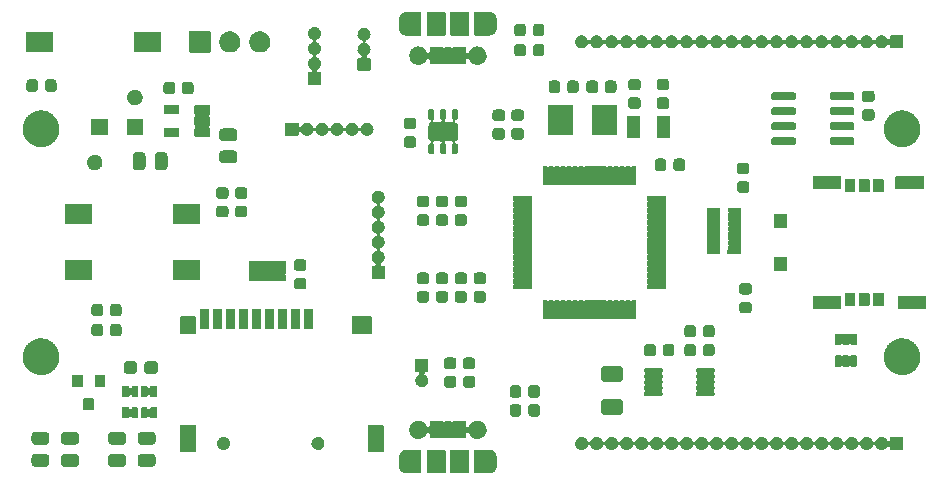
<source format=gbr>
G04 #@! TF.GenerationSoftware,KiCad,Pcbnew,5.99.0-unknown-df3fabf~86~ubuntu18.04.1*
G04 #@! TF.CreationDate,2019-10-30T18:29:11-04:00*
G04 #@! TF.ProjectId,node_base,6e6f6465-5f62-4617-9365-2e6b69636164,rev?*
G04 #@! TF.SameCoordinates,Original*
G04 #@! TF.FileFunction,Soldermask,Top*
G04 #@! TF.FilePolarity,Negative*
%FSLAX46Y46*%
G04 Gerber Fmt 4.6, Leading zero omitted, Abs format (unit mm)*
G04 Created by KiCad (PCBNEW 5.99.0-unknown-df3fabf~86~ubuntu18.04.1) date 2019-10-30 18:29:11*
%MOMM*%
%LPD*%
G04 APERTURE LIST*
G04 APERTURE END LIST*
G36*
X121518491Y-107534050D02*
G01*
X121541201Y-107532621D01*
X121599044Y-107543655D01*
X121649598Y-107549683D01*
X121671466Y-107557470D01*
X121702768Y-107563441D01*
X121747974Y-107584713D01*
X121787188Y-107598677D01*
X121814553Y-107616043D01*
X121851595Y-107633474D01*
X121883137Y-107659568D01*
X121910505Y-107676936D01*
X121939839Y-107706476D01*
X121978330Y-107738318D01*
X121997060Y-107764097D01*
X122013417Y-107780569D01*
X122040395Y-107823743D01*
X122075010Y-107871386D01*
X122083387Y-107892545D01*
X122090814Y-107904430D01*
X122110685Y-107961490D01*
X122135559Y-108024316D01*
X122137265Y-108037817D01*
X122138846Y-108042358D01*
X122146828Y-108113517D01*
X122151000Y-108146544D01*
X122151000Y-108921248D01*
X122136606Y-109041963D01*
X122115809Y-109099102D01*
X122110095Y-109129054D01*
X122094742Y-109156981D01*
X122086803Y-109178793D01*
X122059225Y-109221586D01*
X122030856Y-109273189D01*
X122015280Y-109289776D01*
X122007687Y-109301558D01*
X121964517Y-109343833D01*
X121918261Y-109393091D01*
X121906769Y-109400384D01*
X121903335Y-109403747D01*
X121842346Y-109441268D01*
X121779385Y-109481224D01*
X121708506Y-109504254D01*
X121640679Y-109527344D01*
X121635894Y-109527847D01*
X121622955Y-109532051D01*
X121555541Y-109536292D01*
X121494767Y-109542680D01*
X121482447Y-109541948D01*
X121465649Y-109541948D01*
X121458799Y-109542379D01*
X121456540Y-109541948D01*
X120312312Y-109541948D01*
X120280101Y-109535541D01*
X120263231Y-109524269D01*
X120251959Y-109507399D01*
X120245552Y-109475188D01*
X120245552Y-107599812D01*
X120251959Y-107567601D01*
X120263231Y-107550731D01*
X120280101Y-107539459D01*
X120312312Y-107533052D01*
X121491722Y-107533052D01*
X121504504Y-107532382D01*
X121518491Y-107534050D01*
G37*
G36*
X114517554Y-107533052D02*
G01*
X114534352Y-107533052D01*
X114541202Y-107532621D01*
X114543461Y-107533052D01*
X115687688Y-107533052D01*
X115719899Y-107539459D01*
X115736769Y-107550731D01*
X115748041Y-107567601D01*
X115754448Y-107599812D01*
X115754448Y-109475188D01*
X115751999Y-109487500D01*
X115748041Y-109507399D01*
X115736769Y-109524269D01*
X115719899Y-109535541D01*
X115700000Y-109539499D01*
X115687688Y-109541948D01*
X114508277Y-109541948D01*
X114495495Y-109542618D01*
X114481508Y-109540950D01*
X114458798Y-109542379D01*
X114400955Y-109531345D01*
X114350401Y-109525317D01*
X114328533Y-109517530D01*
X114297231Y-109511559D01*
X114252025Y-109490287D01*
X114212811Y-109476323D01*
X114185447Y-109458957D01*
X114148404Y-109441526D01*
X114116861Y-109415431D01*
X114089495Y-109398064D01*
X114060158Y-109368522D01*
X114021670Y-109336681D01*
X114002943Y-109310906D01*
X113986583Y-109294431D01*
X113959602Y-109251252D01*
X113924990Y-109203613D01*
X113916613Y-109182454D01*
X113909186Y-109170569D01*
X113889315Y-109113509D01*
X113864441Y-109050683D01*
X113862735Y-109037182D01*
X113861154Y-109032641D01*
X113853172Y-108961482D01*
X113849000Y-108928455D01*
X113849000Y-108153752D01*
X113863395Y-108033035D01*
X113884191Y-107975898D01*
X113889905Y-107945946D01*
X113905257Y-107918022D01*
X113913196Y-107896209D01*
X113940776Y-107853413D01*
X113969145Y-107801811D01*
X113984721Y-107785225D01*
X113992314Y-107773442D01*
X114035484Y-107731167D01*
X114081740Y-107681909D01*
X114093232Y-107674616D01*
X114096666Y-107671253D01*
X114157655Y-107633732D01*
X114220616Y-107593776D01*
X114291495Y-107570746D01*
X114359322Y-107547656D01*
X114364107Y-107547153D01*
X114377046Y-107542949D01*
X114444460Y-107538708D01*
X114505234Y-107532320D01*
X114517554Y-107533052D01*
G37*
G36*
X117769899Y-107539459D02*
G01*
X117786769Y-107550731D01*
X117798041Y-107567601D01*
X117804448Y-107599812D01*
X117804448Y-109475188D01*
X117801999Y-109487500D01*
X117798041Y-109507399D01*
X117786769Y-109524269D01*
X117769899Y-109535541D01*
X117750000Y-109539499D01*
X117737688Y-109541948D01*
X116262312Y-109541948D01*
X116230101Y-109535541D01*
X116213231Y-109524269D01*
X116201959Y-109507399D01*
X116195552Y-109475188D01*
X116195552Y-107599812D01*
X116201959Y-107567601D01*
X116213231Y-107550731D01*
X116230101Y-107539459D01*
X116262312Y-107533052D01*
X117737688Y-107533052D01*
X117769899Y-107539459D01*
G37*
G36*
X119769899Y-107539459D02*
G01*
X119786769Y-107550731D01*
X119798041Y-107567601D01*
X119804448Y-107599812D01*
X119804448Y-109475188D01*
X119801999Y-109487500D01*
X119798041Y-109507399D01*
X119786769Y-109524269D01*
X119769899Y-109535541D01*
X119750000Y-109539499D01*
X119737688Y-109541948D01*
X118262312Y-109541948D01*
X118230101Y-109535541D01*
X118213231Y-109524269D01*
X118201959Y-109507399D01*
X118195552Y-109475188D01*
X118195552Y-107599812D01*
X118201959Y-107567601D01*
X118213231Y-107550731D01*
X118230101Y-107539459D01*
X118262312Y-107533052D01*
X119737688Y-107533052D01*
X119769899Y-107539459D01*
G37*
G36*
X92951652Y-107898117D02*
G01*
X92952027Y-107898117D01*
X92954106Y-107898506D01*
X93045430Y-107912970D01*
X93053513Y-107917088D01*
X93060347Y-107918366D01*
X93080453Y-107930815D01*
X93128620Y-107955357D01*
X93142488Y-107969225D01*
X93154039Y-107976377D01*
X93167607Y-107994344D01*
X93194643Y-108021380D01*
X93208374Y-108048328D01*
X93220447Y-108064316D01*
X93223814Y-108078632D01*
X93237030Y-108104570D01*
X93251701Y-108197200D01*
X93251883Y-108197973D01*
X93251883Y-108198348D01*
X93253194Y-108206625D01*
X93253194Y-108668375D01*
X93251883Y-108676652D01*
X93251883Y-108677027D01*
X93251494Y-108679106D01*
X93237030Y-108770430D01*
X93232912Y-108778513D01*
X93231634Y-108785347D01*
X93219185Y-108805453D01*
X93194643Y-108853620D01*
X93180775Y-108867488D01*
X93173623Y-108879039D01*
X93155656Y-108892607D01*
X93128620Y-108919643D01*
X93101672Y-108933374D01*
X93085684Y-108945447D01*
X93071368Y-108948814D01*
X93045430Y-108962030D01*
X92952800Y-108976701D01*
X92952027Y-108976883D01*
X92951652Y-108976883D01*
X92943375Y-108978194D01*
X92056625Y-108978194D01*
X92048348Y-108976883D01*
X92047973Y-108976883D01*
X92045894Y-108976494D01*
X91954570Y-108962030D01*
X91946487Y-108957912D01*
X91939653Y-108956634D01*
X91919547Y-108944185D01*
X91871380Y-108919643D01*
X91857512Y-108905775D01*
X91845961Y-108898623D01*
X91832393Y-108880656D01*
X91805357Y-108853620D01*
X91791626Y-108826672D01*
X91779553Y-108810684D01*
X91776186Y-108796368D01*
X91762970Y-108770430D01*
X91748299Y-108677800D01*
X91748117Y-108677027D01*
X91748117Y-108676652D01*
X91746806Y-108668375D01*
X91746806Y-108206625D01*
X91748117Y-108198348D01*
X91748117Y-108197973D01*
X91748506Y-108195894D01*
X91762970Y-108104570D01*
X91767088Y-108096487D01*
X91768366Y-108089653D01*
X91780815Y-108069547D01*
X91805357Y-108021380D01*
X91819225Y-108007512D01*
X91826377Y-107995961D01*
X91844344Y-107982393D01*
X91871380Y-107955357D01*
X91898328Y-107941626D01*
X91914316Y-107929553D01*
X91928632Y-107926186D01*
X91954570Y-107912970D01*
X92047200Y-107898299D01*
X92047973Y-107898117D01*
X92048348Y-107898117D01*
X92056625Y-107896806D01*
X92943375Y-107896806D01*
X92951652Y-107898117D01*
G37*
G36*
X90451652Y-107898117D02*
G01*
X90452027Y-107898117D01*
X90454106Y-107898506D01*
X90545430Y-107912970D01*
X90553513Y-107917088D01*
X90560347Y-107918366D01*
X90580453Y-107930815D01*
X90628620Y-107955357D01*
X90642488Y-107969225D01*
X90654039Y-107976377D01*
X90667607Y-107994344D01*
X90694643Y-108021380D01*
X90708374Y-108048328D01*
X90720447Y-108064316D01*
X90723814Y-108078632D01*
X90737030Y-108104570D01*
X90751701Y-108197200D01*
X90751883Y-108197973D01*
X90751883Y-108198348D01*
X90753194Y-108206625D01*
X90753194Y-108668375D01*
X90751883Y-108676652D01*
X90751883Y-108677027D01*
X90751494Y-108679106D01*
X90737030Y-108770430D01*
X90732912Y-108778513D01*
X90731634Y-108785347D01*
X90719185Y-108805453D01*
X90694643Y-108853620D01*
X90680775Y-108867488D01*
X90673623Y-108879039D01*
X90655656Y-108892607D01*
X90628620Y-108919643D01*
X90601672Y-108933374D01*
X90585684Y-108945447D01*
X90571368Y-108948814D01*
X90545430Y-108962030D01*
X90452800Y-108976701D01*
X90452027Y-108976883D01*
X90451652Y-108976883D01*
X90443375Y-108978194D01*
X89556625Y-108978194D01*
X89548348Y-108976883D01*
X89547973Y-108976883D01*
X89545894Y-108976494D01*
X89454570Y-108962030D01*
X89446487Y-108957912D01*
X89439653Y-108956634D01*
X89419547Y-108944185D01*
X89371380Y-108919643D01*
X89357512Y-108905775D01*
X89345961Y-108898623D01*
X89332393Y-108880656D01*
X89305357Y-108853620D01*
X89291626Y-108826672D01*
X89279553Y-108810684D01*
X89276186Y-108796368D01*
X89262970Y-108770430D01*
X89248299Y-108677800D01*
X89248117Y-108677027D01*
X89248117Y-108676652D01*
X89246806Y-108668375D01*
X89246806Y-108206625D01*
X89248117Y-108198348D01*
X89248117Y-108197973D01*
X89248506Y-108195894D01*
X89262970Y-108104570D01*
X89267088Y-108096487D01*
X89268366Y-108089653D01*
X89280815Y-108069547D01*
X89305357Y-108021380D01*
X89319225Y-108007512D01*
X89326377Y-107995961D01*
X89344344Y-107982393D01*
X89371380Y-107955357D01*
X89398328Y-107941626D01*
X89414316Y-107929553D01*
X89428632Y-107926186D01*
X89454570Y-107912970D01*
X89547200Y-107898299D01*
X89547973Y-107898117D01*
X89548348Y-107898117D01*
X89556625Y-107896806D01*
X90443375Y-107896806D01*
X90451652Y-107898117D01*
G37*
G36*
X86451652Y-107898117D02*
G01*
X86452027Y-107898117D01*
X86454106Y-107898506D01*
X86545430Y-107912970D01*
X86553513Y-107917088D01*
X86560347Y-107918366D01*
X86580453Y-107930815D01*
X86628620Y-107955357D01*
X86642488Y-107969225D01*
X86654039Y-107976377D01*
X86667607Y-107994344D01*
X86694643Y-108021380D01*
X86708374Y-108048328D01*
X86720447Y-108064316D01*
X86723814Y-108078632D01*
X86737030Y-108104570D01*
X86751701Y-108197200D01*
X86751883Y-108197973D01*
X86751883Y-108198348D01*
X86753194Y-108206625D01*
X86753194Y-108668375D01*
X86751883Y-108676652D01*
X86751883Y-108677027D01*
X86751494Y-108679106D01*
X86737030Y-108770430D01*
X86732912Y-108778513D01*
X86731634Y-108785347D01*
X86719185Y-108805453D01*
X86694643Y-108853620D01*
X86680775Y-108867488D01*
X86673623Y-108879039D01*
X86655656Y-108892607D01*
X86628620Y-108919643D01*
X86601672Y-108933374D01*
X86585684Y-108945447D01*
X86571368Y-108948814D01*
X86545430Y-108962030D01*
X86452800Y-108976701D01*
X86452027Y-108976883D01*
X86451652Y-108976883D01*
X86443375Y-108978194D01*
X85556625Y-108978194D01*
X85548348Y-108976883D01*
X85547973Y-108976883D01*
X85545894Y-108976494D01*
X85454570Y-108962030D01*
X85446487Y-108957912D01*
X85439653Y-108956634D01*
X85419547Y-108944185D01*
X85371380Y-108919643D01*
X85357512Y-108905775D01*
X85345961Y-108898623D01*
X85332393Y-108880656D01*
X85305357Y-108853620D01*
X85291626Y-108826672D01*
X85279553Y-108810684D01*
X85276186Y-108796368D01*
X85262970Y-108770430D01*
X85248299Y-108677800D01*
X85248117Y-108677027D01*
X85248117Y-108676652D01*
X85246806Y-108668375D01*
X85246806Y-108206625D01*
X85248117Y-108198348D01*
X85248117Y-108197973D01*
X85248506Y-108195894D01*
X85262970Y-108104570D01*
X85267088Y-108096487D01*
X85268366Y-108089653D01*
X85280815Y-108069547D01*
X85305357Y-108021380D01*
X85319225Y-108007512D01*
X85326377Y-107995961D01*
X85344344Y-107982393D01*
X85371380Y-107955357D01*
X85398328Y-107941626D01*
X85414316Y-107929553D01*
X85428632Y-107926186D01*
X85454570Y-107912970D01*
X85547200Y-107898299D01*
X85547973Y-107898117D01*
X85548348Y-107898117D01*
X85556625Y-107896806D01*
X86443375Y-107896806D01*
X86451652Y-107898117D01*
G37*
G36*
X83951652Y-107898117D02*
G01*
X83952027Y-107898117D01*
X83954106Y-107898506D01*
X84045430Y-107912970D01*
X84053513Y-107917088D01*
X84060347Y-107918366D01*
X84080453Y-107930815D01*
X84128620Y-107955357D01*
X84142488Y-107969225D01*
X84154039Y-107976377D01*
X84167607Y-107994344D01*
X84194643Y-108021380D01*
X84208374Y-108048328D01*
X84220447Y-108064316D01*
X84223814Y-108078632D01*
X84237030Y-108104570D01*
X84251701Y-108197200D01*
X84251883Y-108197973D01*
X84251883Y-108198348D01*
X84253194Y-108206625D01*
X84253194Y-108668375D01*
X84251883Y-108676652D01*
X84251883Y-108677027D01*
X84251494Y-108679106D01*
X84237030Y-108770430D01*
X84232912Y-108778513D01*
X84231634Y-108785347D01*
X84219185Y-108805453D01*
X84194643Y-108853620D01*
X84180775Y-108867488D01*
X84173623Y-108879039D01*
X84155656Y-108892607D01*
X84128620Y-108919643D01*
X84101672Y-108933374D01*
X84085684Y-108945447D01*
X84071368Y-108948814D01*
X84045430Y-108962030D01*
X83952800Y-108976701D01*
X83952027Y-108976883D01*
X83951652Y-108976883D01*
X83943375Y-108978194D01*
X83056625Y-108978194D01*
X83048348Y-108976883D01*
X83047973Y-108976883D01*
X83045894Y-108976494D01*
X82954570Y-108962030D01*
X82946487Y-108957912D01*
X82939653Y-108956634D01*
X82919547Y-108944185D01*
X82871380Y-108919643D01*
X82857512Y-108905775D01*
X82845961Y-108898623D01*
X82832393Y-108880656D01*
X82805357Y-108853620D01*
X82791626Y-108826672D01*
X82779553Y-108810684D01*
X82776186Y-108796368D01*
X82762970Y-108770430D01*
X82748299Y-108677800D01*
X82748117Y-108677027D01*
X82748117Y-108676652D01*
X82746806Y-108668375D01*
X82746806Y-108206625D01*
X82748117Y-108198348D01*
X82748117Y-108197973D01*
X82748506Y-108195894D01*
X82762970Y-108104570D01*
X82767088Y-108096487D01*
X82768366Y-108089653D01*
X82780815Y-108069547D01*
X82805357Y-108021380D01*
X82819225Y-108007512D01*
X82826377Y-107995961D01*
X82844344Y-107982393D01*
X82871380Y-107955357D01*
X82898328Y-107941626D01*
X82914316Y-107929553D01*
X82928632Y-107926186D01*
X82954570Y-107912970D01*
X83047200Y-107898299D01*
X83047973Y-107898117D01*
X83048348Y-107898117D01*
X83056625Y-107896806D01*
X83943375Y-107896806D01*
X83951652Y-107898117D01*
G37*
G36*
X96619899Y-105451959D02*
G01*
X96636769Y-105463231D01*
X96648041Y-105480101D01*
X96654448Y-105512312D01*
X96654448Y-107687688D01*
X96651999Y-107700000D01*
X96648041Y-107719899D01*
X96636769Y-107736769D01*
X96619899Y-107748041D01*
X96600000Y-107751999D01*
X96587688Y-107754448D01*
X95412312Y-107754448D01*
X95380101Y-107748041D01*
X95363231Y-107736769D01*
X95351959Y-107719899D01*
X95345552Y-107687688D01*
X95345552Y-105512312D01*
X95351959Y-105480101D01*
X95363231Y-105463231D01*
X95380101Y-105451959D01*
X95412312Y-105445552D01*
X96587688Y-105445552D01*
X96619899Y-105451959D01*
G37*
G36*
X112519899Y-105451959D02*
G01*
X112536769Y-105463231D01*
X112548041Y-105480101D01*
X112554448Y-105512312D01*
X112554448Y-107687688D01*
X112551999Y-107700000D01*
X112548041Y-107719899D01*
X112536769Y-107736769D01*
X112519899Y-107748041D01*
X112500000Y-107751999D01*
X112487688Y-107754448D01*
X111312312Y-107754448D01*
X111280101Y-107748041D01*
X111263231Y-107736769D01*
X111251959Y-107719899D01*
X111245552Y-107687688D01*
X111245552Y-105512312D01*
X111251959Y-105480101D01*
X111263231Y-105463231D01*
X111280101Y-105451959D01*
X111312312Y-105445552D01*
X112487688Y-105445552D01*
X112519899Y-105451959D01*
G37*
G36*
X99017381Y-106446783D02*
G01*
X99040734Y-106445314D01*
X99091992Y-106456209D01*
X99135218Y-106461670D01*
X99156974Y-106470021D01*
X99188399Y-106476701D01*
X99227154Y-106496961D01*
X99259724Y-106509464D01*
X99285993Y-106527721D01*
X99322185Y-106546642D01*
X99347727Y-106570628D01*
X99369239Y-106585579D01*
X99396135Y-106616086D01*
X99432233Y-106649985D01*
X99445865Y-106672493D01*
X99457433Y-106685615D01*
X99480289Y-106729334D01*
X99510437Y-106779114D01*
X99515164Y-106796043D01*
X99519220Y-106803802D01*
X99533047Y-106860095D01*
X99551034Y-106924518D01*
X99549333Y-107087006D01*
X99529987Y-107151082D01*
X99514997Y-107207026D01*
X99510781Y-107214695D01*
X99505699Y-107231527D01*
X99474508Y-107280676D01*
X99450747Y-107323898D01*
X99438908Y-107336772D01*
X99424808Y-107358991D01*
X99388006Y-107392128D01*
X99360478Y-107422064D01*
X99338657Y-107436562D01*
X99312620Y-107460006D01*
X99276045Y-107478162D01*
X99249394Y-107495869D01*
X99216565Y-107507688D01*
X99177399Y-107527130D01*
X99145839Y-107533150D01*
X99123916Y-107541043D01*
X99080593Y-107545597D01*
X99029108Y-107555418D01*
X99005787Y-107553460D01*
X98991284Y-107554984D01*
X98939548Y-107547897D01*
X98878673Y-107542785D01*
X98864937Y-107537677D01*
X98859150Y-107536884D01*
X98802595Y-107514492D01*
X98737177Y-107490163D01*
X98678252Y-107447352D01*
X98626441Y-107410532D01*
X98624537Y-107408326D01*
X98615044Y-107401429D01*
X98575302Y-107351287D01*
X98539300Y-107309579D01*
X98534001Y-107299179D01*
X98521272Y-107283119D01*
X98499838Y-107232129D01*
X98478754Y-107190749D01*
X98474096Y-107170892D01*
X98462771Y-107143950D01*
X98456928Y-107097696D01*
X98448299Y-107060909D01*
X98448604Y-107031808D01*
X98443850Y-106994176D01*
X98449392Y-106956647D01*
X98449697Y-106927552D01*
X98459092Y-106890961D01*
X98465904Y-106844831D01*
X98477791Y-106818132D01*
X98482864Y-106798375D01*
X98504815Y-106757436D01*
X98527307Y-106706918D01*
X98540366Y-106691132D01*
X98545883Y-106680843D01*
X98582753Y-106639895D01*
X98623535Y-106590598D01*
X98633171Y-106583901D01*
X98635122Y-106581734D01*
X98687700Y-106546002D01*
X98747500Y-106504440D01*
X98813435Y-106481479D01*
X98870424Y-106460285D01*
X98876223Y-106459614D01*
X98890067Y-106454793D01*
X98951037Y-106450957D01*
X99002909Y-106444955D01*
X99017381Y-106446783D01*
G37*
G36*
X107017381Y-106446783D02*
G01*
X107040734Y-106445314D01*
X107091992Y-106456209D01*
X107135218Y-106461670D01*
X107156974Y-106470021D01*
X107188399Y-106476701D01*
X107227154Y-106496961D01*
X107259724Y-106509464D01*
X107285993Y-106527721D01*
X107322185Y-106546642D01*
X107347727Y-106570628D01*
X107369239Y-106585579D01*
X107396135Y-106616086D01*
X107432233Y-106649985D01*
X107445865Y-106672493D01*
X107457433Y-106685615D01*
X107480289Y-106729334D01*
X107510437Y-106779114D01*
X107515164Y-106796043D01*
X107519220Y-106803802D01*
X107533047Y-106860095D01*
X107551034Y-106924518D01*
X107549333Y-107087006D01*
X107529987Y-107151082D01*
X107514997Y-107207026D01*
X107510781Y-107214695D01*
X107505699Y-107231527D01*
X107474508Y-107280676D01*
X107450747Y-107323898D01*
X107438908Y-107336772D01*
X107424808Y-107358991D01*
X107388006Y-107392128D01*
X107360478Y-107422064D01*
X107338657Y-107436562D01*
X107312620Y-107460006D01*
X107276045Y-107478162D01*
X107249394Y-107495869D01*
X107216565Y-107507688D01*
X107177399Y-107527130D01*
X107145839Y-107533150D01*
X107123916Y-107541043D01*
X107080593Y-107545597D01*
X107029108Y-107555418D01*
X107005787Y-107553460D01*
X106991284Y-107554984D01*
X106939548Y-107547897D01*
X106878673Y-107542785D01*
X106864937Y-107537677D01*
X106859150Y-107536884D01*
X106802595Y-107514492D01*
X106737177Y-107490163D01*
X106678252Y-107447352D01*
X106626441Y-107410532D01*
X106624537Y-107408326D01*
X106615044Y-107401429D01*
X106575302Y-107351287D01*
X106539300Y-107309579D01*
X106534001Y-107299179D01*
X106521272Y-107283119D01*
X106499838Y-107232129D01*
X106478754Y-107190749D01*
X106474096Y-107170892D01*
X106462771Y-107143950D01*
X106456928Y-107097696D01*
X106448299Y-107060909D01*
X106448604Y-107031808D01*
X106443850Y-106994176D01*
X106449392Y-106956647D01*
X106449697Y-106927552D01*
X106459092Y-106890961D01*
X106465904Y-106844831D01*
X106477791Y-106818132D01*
X106482864Y-106798375D01*
X106504815Y-106757436D01*
X106527307Y-106706918D01*
X106540366Y-106691132D01*
X106545883Y-106680843D01*
X106582753Y-106639895D01*
X106623535Y-106590598D01*
X106633171Y-106583901D01*
X106635122Y-106581734D01*
X106687700Y-106546002D01*
X106747500Y-106504440D01*
X106813435Y-106481479D01*
X106870424Y-106460285D01*
X106876223Y-106459614D01*
X106890067Y-106454793D01*
X106951037Y-106450957D01*
X107002909Y-106444955D01*
X107017381Y-106446783D01*
G37*
G36*
X156519899Y-106451959D02*
G01*
X156536769Y-106463231D01*
X156548041Y-106480101D01*
X156554448Y-106512312D01*
X156554448Y-107487688D01*
X156551999Y-107500000D01*
X156548041Y-107519899D01*
X156536769Y-107536769D01*
X156519899Y-107548041D01*
X156500000Y-107551999D01*
X156487688Y-107554448D01*
X155512312Y-107554448D01*
X155480101Y-107548041D01*
X155463231Y-107536769D01*
X155451959Y-107519899D01*
X155445552Y-107487688D01*
X155445552Y-107329367D01*
X155425709Y-107261787D01*
X155372479Y-107215664D01*
X155302764Y-107205640D01*
X155238696Y-107234899D01*
X155224798Y-107252374D01*
X155222889Y-107257676D01*
X155200073Y-107289781D01*
X155185779Y-107316777D01*
X155161608Y-107343906D01*
X155135438Y-107380731D01*
X155111601Y-107400034D01*
X155097063Y-107416351D01*
X155059967Y-107441846D01*
X155018116Y-107475736D01*
X154997971Y-107484453D01*
X154987151Y-107491890D01*
X154936956Y-107510858D01*
X154879568Y-107535692D01*
X154866497Y-107537482D01*
X154862402Y-107539030D01*
X154800634Y-107546504D01*
X154767815Y-107551000D01*
X154698568Y-107551000D01*
X154591657Y-107537494D01*
X154531208Y-107513926D01*
X154503781Y-107508096D01*
X154482648Y-107494993D01*
X154467708Y-107489168D01*
X154426172Y-107459976D01*
X154375478Y-107428544D01*
X154364569Y-107416680D01*
X154358598Y-107412484D01*
X154319558Y-107367731D01*
X154273293Y-107317419D01*
X154239505Y-107251107D01*
X154206534Y-107187226D01*
X154157906Y-107136275D01*
X154089451Y-107119702D01*
X154022903Y-107142770D01*
X153984988Y-107186066D01*
X153965247Y-107223349D01*
X153952889Y-107257676D01*
X153930072Y-107289782D01*
X153915779Y-107316777D01*
X153891608Y-107343906D01*
X153865438Y-107380731D01*
X153841601Y-107400034D01*
X153827063Y-107416351D01*
X153789967Y-107441846D01*
X153748116Y-107475736D01*
X153727971Y-107484453D01*
X153717151Y-107491890D01*
X153666956Y-107510858D01*
X153609568Y-107535692D01*
X153596497Y-107537482D01*
X153592402Y-107539030D01*
X153530634Y-107546504D01*
X153497815Y-107551000D01*
X153428568Y-107551000D01*
X153321657Y-107537494D01*
X153261208Y-107513926D01*
X153233781Y-107508096D01*
X153212648Y-107494993D01*
X153197708Y-107489168D01*
X153156172Y-107459976D01*
X153105478Y-107428544D01*
X153094569Y-107416680D01*
X153088598Y-107412484D01*
X153049558Y-107367731D01*
X153003293Y-107317419D01*
X152969505Y-107251107D01*
X152936534Y-107187226D01*
X152887906Y-107136275D01*
X152819451Y-107119702D01*
X152752903Y-107142770D01*
X152714988Y-107186066D01*
X152695247Y-107223349D01*
X152682889Y-107257676D01*
X152660072Y-107289782D01*
X152645779Y-107316777D01*
X152621608Y-107343906D01*
X152595438Y-107380731D01*
X152571601Y-107400034D01*
X152557063Y-107416351D01*
X152519967Y-107441846D01*
X152478116Y-107475736D01*
X152457971Y-107484453D01*
X152447151Y-107491890D01*
X152396956Y-107510858D01*
X152339568Y-107535692D01*
X152326497Y-107537482D01*
X152322402Y-107539030D01*
X152260634Y-107546504D01*
X152227815Y-107551000D01*
X152158568Y-107551000D01*
X152051657Y-107537494D01*
X151991208Y-107513926D01*
X151963781Y-107508096D01*
X151942648Y-107494993D01*
X151927708Y-107489168D01*
X151886172Y-107459976D01*
X151835478Y-107428544D01*
X151824569Y-107416680D01*
X151818598Y-107412484D01*
X151779558Y-107367731D01*
X151733293Y-107317419D01*
X151699505Y-107251107D01*
X151666534Y-107187226D01*
X151617906Y-107136275D01*
X151549451Y-107119702D01*
X151482903Y-107142770D01*
X151444988Y-107186066D01*
X151425247Y-107223349D01*
X151412889Y-107257676D01*
X151390072Y-107289782D01*
X151375779Y-107316777D01*
X151351608Y-107343906D01*
X151325438Y-107380731D01*
X151301601Y-107400034D01*
X151287063Y-107416351D01*
X151249967Y-107441846D01*
X151208116Y-107475736D01*
X151187971Y-107484453D01*
X151177151Y-107491890D01*
X151126956Y-107510858D01*
X151069568Y-107535692D01*
X151056497Y-107537482D01*
X151052402Y-107539030D01*
X150990634Y-107546504D01*
X150957815Y-107551000D01*
X150888568Y-107551000D01*
X150781657Y-107537494D01*
X150721208Y-107513926D01*
X150693781Y-107508096D01*
X150672648Y-107494993D01*
X150657708Y-107489168D01*
X150616172Y-107459976D01*
X150565478Y-107428544D01*
X150554569Y-107416680D01*
X150548598Y-107412484D01*
X150509558Y-107367731D01*
X150463293Y-107317419D01*
X150429505Y-107251107D01*
X150396534Y-107187226D01*
X150347906Y-107136275D01*
X150279451Y-107119702D01*
X150212903Y-107142770D01*
X150174988Y-107186066D01*
X150155247Y-107223349D01*
X150142889Y-107257676D01*
X150120072Y-107289782D01*
X150105779Y-107316777D01*
X150081608Y-107343906D01*
X150055438Y-107380731D01*
X150031601Y-107400034D01*
X150017063Y-107416351D01*
X149979967Y-107441846D01*
X149938116Y-107475736D01*
X149917971Y-107484453D01*
X149907151Y-107491890D01*
X149856956Y-107510858D01*
X149799568Y-107535692D01*
X149786497Y-107537482D01*
X149782402Y-107539030D01*
X149720634Y-107546504D01*
X149687815Y-107551000D01*
X149618568Y-107551000D01*
X149511657Y-107537494D01*
X149451208Y-107513926D01*
X149423781Y-107508096D01*
X149402648Y-107494993D01*
X149387708Y-107489168D01*
X149346172Y-107459976D01*
X149295478Y-107428544D01*
X149284569Y-107416680D01*
X149278598Y-107412484D01*
X149239558Y-107367731D01*
X149193293Y-107317419D01*
X149159505Y-107251107D01*
X149126534Y-107187226D01*
X149077906Y-107136275D01*
X149009451Y-107119702D01*
X148942903Y-107142770D01*
X148904988Y-107186066D01*
X148885247Y-107223349D01*
X148872889Y-107257676D01*
X148850072Y-107289782D01*
X148835779Y-107316777D01*
X148811608Y-107343906D01*
X148785438Y-107380731D01*
X148761601Y-107400034D01*
X148747063Y-107416351D01*
X148709967Y-107441846D01*
X148668116Y-107475736D01*
X148647971Y-107484453D01*
X148637151Y-107491890D01*
X148586956Y-107510858D01*
X148529568Y-107535692D01*
X148516497Y-107537482D01*
X148512402Y-107539030D01*
X148450634Y-107546504D01*
X148417815Y-107551000D01*
X148348568Y-107551000D01*
X148241657Y-107537494D01*
X148181208Y-107513926D01*
X148153781Y-107508096D01*
X148132648Y-107494993D01*
X148117708Y-107489168D01*
X148076172Y-107459976D01*
X148025478Y-107428544D01*
X148014569Y-107416680D01*
X148008598Y-107412484D01*
X147969558Y-107367731D01*
X147923293Y-107317419D01*
X147889505Y-107251107D01*
X147856534Y-107187226D01*
X147807906Y-107136275D01*
X147739451Y-107119702D01*
X147672903Y-107142770D01*
X147634988Y-107186066D01*
X147615247Y-107223349D01*
X147602889Y-107257676D01*
X147580072Y-107289782D01*
X147565779Y-107316777D01*
X147541608Y-107343906D01*
X147515438Y-107380731D01*
X147491601Y-107400034D01*
X147477063Y-107416351D01*
X147439967Y-107441846D01*
X147398116Y-107475736D01*
X147377971Y-107484453D01*
X147367151Y-107491890D01*
X147316956Y-107510858D01*
X147259568Y-107535692D01*
X147246497Y-107537482D01*
X147242402Y-107539030D01*
X147180634Y-107546504D01*
X147147815Y-107551000D01*
X147078568Y-107551000D01*
X146971657Y-107537494D01*
X146911208Y-107513926D01*
X146883781Y-107508096D01*
X146862648Y-107494993D01*
X146847708Y-107489168D01*
X146806172Y-107459976D01*
X146755478Y-107428544D01*
X146744569Y-107416680D01*
X146738598Y-107412484D01*
X146699558Y-107367731D01*
X146653293Y-107317419D01*
X146619505Y-107251107D01*
X146586534Y-107187226D01*
X146537906Y-107136275D01*
X146469451Y-107119702D01*
X146402903Y-107142770D01*
X146364988Y-107186066D01*
X146345247Y-107223349D01*
X146332889Y-107257676D01*
X146310072Y-107289782D01*
X146295779Y-107316777D01*
X146271608Y-107343906D01*
X146245438Y-107380731D01*
X146221601Y-107400034D01*
X146207063Y-107416351D01*
X146169967Y-107441846D01*
X146128116Y-107475736D01*
X146107971Y-107484453D01*
X146097151Y-107491890D01*
X146046956Y-107510858D01*
X145989568Y-107535692D01*
X145976497Y-107537482D01*
X145972402Y-107539030D01*
X145910634Y-107546504D01*
X145877815Y-107551000D01*
X145808568Y-107551000D01*
X145701657Y-107537494D01*
X145641208Y-107513926D01*
X145613781Y-107508096D01*
X145592648Y-107494993D01*
X145577708Y-107489168D01*
X145536172Y-107459976D01*
X145485478Y-107428544D01*
X145474569Y-107416680D01*
X145468598Y-107412484D01*
X145429558Y-107367731D01*
X145383293Y-107317419D01*
X145349505Y-107251107D01*
X145316534Y-107187226D01*
X145267906Y-107136275D01*
X145199451Y-107119702D01*
X145132903Y-107142770D01*
X145094988Y-107186066D01*
X145075247Y-107223349D01*
X145062889Y-107257676D01*
X145040072Y-107289782D01*
X145025779Y-107316777D01*
X145001608Y-107343906D01*
X144975438Y-107380731D01*
X144951601Y-107400034D01*
X144937063Y-107416351D01*
X144899967Y-107441846D01*
X144858116Y-107475736D01*
X144837971Y-107484453D01*
X144827151Y-107491890D01*
X144776956Y-107510858D01*
X144719568Y-107535692D01*
X144706497Y-107537482D01*
X144702402Y-107539030D01*
X144640634Y-107546504D01*
X144607815Y-107551000D01*
X144538568Y-107551000D01*
X144431657Y-107537494D01*
X144371208Y-107513926D01*
X144343781Y-107508096D01*
X144322648Y-107494993D01*
X144307708Y-107489168D01*
X144266172Y-107459976D01*
X144215478Y-107428544D01*
X144204569Y-107416680D01*
X144198598Y-107412484D01*
X144159558Y-107367731D01*
X144113293Y-107317419D01*
X144079505Y-107251107D01*
X144046534Y-107187226D01*
X143997906Y-107136275D01*
X143929451Y-107119702D01*
X143862903Y-107142770D01*
X143824988Y-107186066D01*
X143805247Y-107223349D01*
X143792889Y-107257676D01*
X143770072Y-107289782D01*
X143755779Y-107316777D01*
X143731608Y-107343906D01*
X143705438Y-107380731D01*
X143681601Y-107400034D01*
X143667063Y-107416351D01*
X143629967Y-107441846D01*
X143588116Y-107475736D01*
X143567971Y-107484453D01*
X143557151Y-107491890D01*
X143506956Y-107510858D01*
X143449568Y-107535692D01*
X143436497Y-107537482D01*
X143432402Y-107539030D01*
X143370634Y-107546504D01*
X143337815Y-107551000D01*
X143268568Y-107551000D01*
X143161657Y-107537494D01*
X143101208Y-107513926D01*
X143073781Y-107508096D01*
X143052648Y-107494993D01*
X143037708Y-107489168D01*
X142996172Y-107459976D01*
X142945478Y-107428544D01*
X142934569Y-107416680D01*
X142928598Y-107412484D01*
X142889558Y-107367731D01*
X142843293Y-107317419D01*
X142809505Y-107251107D01*
X142776534Y-107187226D01*
X142727906Y-107136275D01*
X142659451Y-107119702D01*
X142592903Y-107142770D01*
X142554988Y-107186066D01*
X142535247Y-107223349D01*
X142522889Y-107257676D01*
X142500072Y-107289782D01*
X142485779Y-107316777D01*
X142461608Y-107343906D01*
X142435438Y-107380731D01*
X142411601Y-107400034D01*
X142397063Y-107416351D01*
X142359967Y-107441846D01*
X142318116Y-107475736D01*
X142297971Y-107484453D01*
X142287151Y-107491890D01*
X142236956Y-107510858D01*
X142179568Y-107535692D01*
X142166497Y-107537482D01*
X142162402Y-107539030D01*
X142100634Y-107546504D01*
X142067815Y-107551000D01*
X141998568Y-107551000D01*
X141891657Y-107537494D01*
X141831208Y-107513926D01*
X141803781Y-107508096D01*
X141782648Y-107494993D01*
X141767708Y-107489168D01*
X141726172Y-107459976D01*
X141675478Y-107428544D01*
X141664569Y-107416680D01*
X141658598Y-107412484D01*
X141619558Y-107367731D01*
X141573293Y-107317419D01*
X141539505Y-107251107D01*
X141506534Y-107187226D01*
X141457906Y-107136275D01*
X141389451Y-107119702D01*
X141322903Y-107142770D01*
X141284988Y-107186066D01*
X141265247Y-107223349D01*
X141252889Y-107257676D01*
X141230072Y-107289782D01*
X141215779Y-107316777D01*
X141191608Y-107343906D01*
X141165438Y-107380731D01*
X141141601Y-107400034D01*
X141127063Y-107416351D01*
X141089967Y-107441846D01*
X141048116Y-107475736D01*
X141027971Y-107484453D01*
X141017151Y-107491890D01*
X140966956Y-107510858D01*
X140909568Y-107535692D01*
X140896497Y-107537482D01*
X140892402Y-107539030D01*
X140830634Y-107546504D01*
X140797815Y-107551000D01*
X140728568Y-107551000D01*
X140621657Y-107537494D01*
X140561208Y-107513926D01*
X140533781Y-107508096D01*
X140512648Y-107494993D01*
X140497708Y-107489168D01*
X140456172Y-107459976D01*
X140405478Y-107428544D01*
X140394569Y-107416680D01*
X140388598Y-107412484D01*
X140349558Y-107367731D01*
X140303293Y-107317419D01*
X140269505Y-107251107D01*
X140236534Y-107187226D01*
X140187906Y-107136275D01*
X140119451Y-107119702D01*
X140052903Y-107142770D01*
X140014988Y-107186066D01*
X139995247Y-107223349D01*
X139982889Y-107257676D01*
X139960072Y-107289782D01*
X139945779Y-107316777D01*
X139921608Y-107343906D01*
X139895438Y-107380731D01*
X139871601Y-107400034D01*
X139857063Y-107416351D01*
X139819967Y-107441846D01*
X139778116Y-107475736D01*
X139757971Y-107484453D01*
X139747151Y-107491890D01*
X139696956Y-107510858D01*
X139639568Y-107535692D01*
X139626497Y-107537482D01*
X139622402Y-107539030D01*
X139560634Y-107546504D01*
X139527815Y-107551000D01*
X139458568Y-107551000D01*
X139351657Y-107537494D01*
X139291208Y-107513926D01*
X139263781Y-107508096D01*
X139242648Y-107494993D01*
X139227708Y-107489168D01*
X139186172Y-107459976D01*
X139135478Y-107428544D01*
X139124569Y-107416680D01*
X139118598Y-107412484D01*
X139079558Y-107367731D01*
X139033293Y-107317419D01*
X138999505Y-107251107D01*
X138966534Y-107187226D01*
X138917906Y-107136275D01*
X138849451Y-107119702D01*
X138782903Y-107142770D01*
X138744988Y-107186066D01*
X138725247Y-107223349D01*
X138712889Y-107257676D01*
X138690072Y-107289782D01*
X138675779Y-107316777D01*
X138651608Y-107343906D01*
X138625438Y-107380731D01*
X138601601Y-107400034D01*
X138587063Y-107416351D01*
X138549967Y-107441846D01*
X138508116Y-107475736D01*
X138487971Y-107484453D01*
X138477151Y-107491890D01*
X138426956Y-107510858D01*
X138369568Y-107535692D01*
X138356497Y-107537482D01*
X138352402Y-107539030D01*
X138290634Y-107546504D01*
X138257815Y-107551000D01*
X138188568Y-107551000D01*
X138081657Y-107537494D01*
X138021208Y-107513926D01*
X137993781Y-107508096D01*
X137972648Y-107494993D01*
X137957708Y-107489168D01*
X137916172Y-107459976D01*
X137865478Y-107428544D01*
X137854569Y-107416680D01*
X137848598Y-107412484D01*
X137809558Y-107367731D01*
X137763293Y-107317419D01*
X137729505Y-107251107D01*
X137696534Y-107187226D01*
X137647906Y-107136275D01*
X137579451Y-107119702D01*
X137512903Y-107142770D01*
X137474988Y-107186066D01*
X137455247Y-107223349D01*
X137442889Y-107257676D01*
X137420072Y-107289782D01*
X137405779Y-107316777D01*
X137381608Y-107343906D01*
X137355438Y-107380731D01*
X137331601Y-107400034D01*
X137317063Y-107416351D01*
X137279967Y-107441846D01*
X137238116Y-107475736D01*
X137217971Y-107484453D01*
X137207151Y-107491890D01*
X137156956Y-107510858D01*
X137099568Y-107535692D01*
X137086497Y-107537482D01*
X137082402Y-107539030D01*
X137020634Y-107546504D01*
X136987815Y-107551000D01*
X136918568Y-107551000D01*
X136811657Y-107537494D01*
X136751208Y-107513926D01*
X136723781Y-107508096D01*
X136702648Y-107494993D01*
X136687708Y-107489168D01*
X136646172Y-107459976D01*
X136595478Y-107428544D01*
X136584569Y-107416680D01*
X136578598Y-107412484D01*
X136539558Y-107367731D01*
X136493293Y-107317419D01*
X136459505Y-107251107D01*
X136426534Y-107187226D01*
X136377906Y-107136275D01*
X136309451Y-107119702D01*
X136242903Y-107142770D01*
X136204988Y-107186066D01*
X136185247Y-107223349D01*
X136172889Y-107257676D01*
X136150072Y-107289782D01*
X136135779Y-107316777D01*
X136111608Y-107343906D01*
X136085438Y-107380731D01*
X136061601Y-107400034D01*
X136047063Y-107416351D01*
X136009967Y-107441846D01*
X135968116Y-107475736D01*
X135947971Y-107484453D01*
X135937151Y-107491890D01*
X135886956Y-107510858D01*
X135829568Y-107535692D01*
X135816497Y-107537482D01*
X135812402Y-107539030D01*
X135750634Y-107546504D01*
X135717815Y-107551000D01*
X135648568Y-107551000D01*
X135541657Y-107537494D01*
X135481208Y-107513926D01*
X135453781Y-107508096D01*
X135432648Y-107494993D01*
X135417708Y-107489168D01*
X135376172Y-107459976D01*
X135325478Y-107428544D01*
X135314569Y-107416680D01*
X135308598Y-107412484D01*
X135269558Y-107367731D01*
X135223293Y-107317419D01*
X135189505Y-107251107D01*
X135156534Y-107187226D01*
X135107906Y-107136275D01*
X135039451Y-107119702D01*
X134972903Y-107142770D01*
X134934988Y-107186066D01*
X134915247Y-107223349D01*
X134902889Y-107257676D01*
X134880072Y-107289782D01*
X134865779Y-107316777D01*
X134841608Y-107343906D01*
X134815438Y-107380731D01*
X134791601Y-107400034D01*
X134777063Y-107416351D01*
X134739967Y-107441846D01*
X134698116Y-107475736D01*
X134677971Y-107484453D01*
X134667151Y-107491890D01*
X134616956Y-107510858D01*
X134559568Y-107535692D01*
X134546497Y-107537482D01*
X134542402Y-107539030D01*
X134480634Y-107546504D01*
X134447815Y-107551000D01*
X134378568Y-107551000D01*
X134271657Y-107537494D01*
X134211208Y-107513926D01*
X134183781Y-107508096D01*
X134162648Y-107494993D01*
X134147708Y-107489168D01*
X134106172Y-107459976D01*
X134055478Y-107428544D01*
X134044569Y-107416680D01*
X134038598Y-107412484D01*
X133999558Y-107367731D01*
X133953293Y-107317419D01*
X133919505Y-107251107D01*
X133886534Y-107187226D01*
X133837906Y-107136275D01*
X133769451Y-107119702D01*
X133702903Y-107142770D01*
X133664988Y-107186066D01*
X133645247Y-107223349D01*
X133632889Y-107257676D01*
X133610072Y-107289782D01*
X133595779Y-107316777D01*
X133571608Y-107343906D01*
X133545438Y-107380731D01*
X133521601Y-107400034D01*
X133507063Y-107416351D01*
X133469967Y-107441846D01*
X133428116Y-107475736D01*
X133407971Y-107484453D01*
X133397151Y-107491890D01*
X133346956Y-107510858D01*
X133289568Y-107535692D01*
X133276497Y-107537482D01*
X133272402Y-107539030D01*
X133210634Y-107546504D01*
X133177815Y-107551000D01*
X133108568Y-107551000D01*
X133001657Y-107537494D01*
X132941208Y-107513926D01*
X132913781Y-107508096D01*
X132892648Y-107494993D01*
X132877708Y-107489168D01*
X132836172Y-107459976D01*
X132785478Y-107428544D01*
X132774569Y-107416680D01*
X132768598Y-107412484D01*
X132729558Y-107367731D01*
X132683293Y-107317419D01*
X132649505Y-107251107D01*
X132616534Y-107187226D01*
X132567906Y-107136275D01*
X132499451Y-107119702D01*
X132432903Y-107142770D01*
X132394988Y-107186066D01*
X132375247Y-107223349D01*
X132362889Y-107257676D01*
X132340072Y-107289782D01*
X132325779Y-107316777D01*
X132301608Y-107343906D01*
X132275438Y-107380731D01*
X132251601Y-107400034D01*
X132237063Y-107416351D01*
X132199967Y-107441846D01*
X132158116Y-107475736D01*
X132137971Y-107484453D01*
X132127151Y-107491890D01*
X132076956Y-107510858D01*
X132019568Y-107535692D01*
X132006497Y-107537482D01*
X132002402Y-107539030D01*
X131940634Y-107546504D01*
X131907815Y-107551000D01*
X131838568Y-107551000D01*
X131731657Y-107537494D01*
X131671208Y-107513926D01*
X131643781Y-107508096D01*
X131622648Y-107494993D01*
X131607708Y-107489168D01*
X131566172Y-107459976D01*
X131515478Y-107428544D01*
X131504569Y-107416680D01*
X131498598Y-107412484D01*
X131459558Y-107367731D01*
X131413293Y-107317419D01*
X131379505Y-107251107D01*
X131346534Y-107187226D01*
X131297906Y-107136275D01*
X131229451Y-107119702D01*
X131162903Y-107142770D01*
X131124988Y-107186066D01*
X131105247Y-107223349D01*
X131092889Y-107257676D01*
X131070072Y-107289782D01*
X131055779Y-107316777D01*
X131031608Y-107343906D01*
X131005438Y-107380731D01*
X130981601Y-107400034D01*
X130967063Y-107416351D01*
X130929967Y-107441846D01*
X130888116Y-107475736D01*
X130867971Y-107484453D01*
X130857151Y-107491890D01*
X130806956Y-107510858D01*
X130749568Y-107535692D01*
X130736497Y-107537482D01*
X130732402Y-107539030D01*
X130670634Y-107546504D01*
X130637815Y-107551000D01*
X130568568Y-107551000D01*
X130461657Y-107537494D01*
X130401208Y-107513926D01*
X130373781Y-107508096D01*
X130352648Y-107494993D01*
X130337708Y-107489168D01*
X130296172Y-107459976D01*
X130245478Y-107428544D01*
X130234569Y-107416680D01*
X130228598Y-107412484D01*
X130189558Y-107367731D01*
X130143293Y-107317419D01*
X130109505Y-107251107D01*
X130076534Y-107187226D01*
X130027906Y-107136275D01*
X129959451Y-107119702D01*
X129892903Y-107142770D01*
X129854988Y-107186066D01*
X129835247Y-107223349D01*
X129822889Y-107257676D01*
X129800072Y-107289782D01*
X129785779Y-107316777D01*
X129761608Y-107343906D01*
X129735438Y-107380731D01*
X129711601Y-107400034D01*
X129697063Y-107416351D01*
X129659967Y-107441846D01*
X129618116Y-107475736D01*
X129597971Y-107484453D01*
X129587151Y-107491890D01*
X129536956Y-107510858D01*
X129479568Y-107535692D01*
X129466497Y-107537482D01*
X129462402Y-107539030D01*
X129400634Y-107546504D01*
X129367815Y-107551000D01*
X129298568Y-107551000D01*
X129191657Y-107537494D01*
X129131208Y-107513926D01*
X129103781Y-107508096D01*
X129082648Y-107494993D01*
X129067708Y-107489168D01*
X129026172Y-107459976D01*
X128975478Y-107428544D01*
X128964569Y-107416680D01*
X128958598Y-107412484D01*
X128919558Y-107367731D01*
X128873293Y-107317419D01*
X128839500Y-107251097D01*
X128809760Y-107193476D01*
X128809420Y-107192061D01*
X128804757Y-107182909D01*
X128791822Y-107118760D01*
X128778626Y-107063796D01*
X128778680Y-107053583D01*
X128774917Y-107034923D01*
X128779074Y-106978318D01*
X128779325Y-106930434D01*
X128783940Y-106912060D01*
X128785974Y-106884364D01*
X128802256Y-106839139D01*
X128811813Y-106801089D01*
X128824753Y-106776650D01*
X128837111Y-106742324D01*
X128859928Y-106710218D01*
X128874221Y-106683223D01*
X128898392Y-106656094D01*
X128924562Y-106619269D01*
X128948399Y-106599966D01*
X128962937Y-106583649D01*
X129000033Y-106558154D01*
X129041884Y-106524264D01*
X129062029Y-106515547D01*
X129072849Y-106508110D01*
X129123044Y-106489142D01*
X129180432Y-106464308D01*
X129193503Y-106462518D01*
X129197598Y-106460970D01*
X129259366Y-106453496D01*
X129292185Y-106449000D01*
X129361432Y-106449000D01*
X129468343Y-106462506D01*
X129528792Y-106486074D01*
X129556219Y-106491904D01*
X129577352Y-106505007D01*
X129592292Y-106510832D01*
X129633828Y-106540024D01*
X129684522Y-106571456D01*
X129695431Y-106583320D01*
X129701402Y-106587516D01*
X129740442Y-106632269D01*
X129786707Y-106682581D01*
X129820495Y-106748893D01*
X129853466Y-106812774D01*
X129902094Y-106863725D01*
X129970549Y-106880298D01*
X130037097Y-106857230D01*
X130075012Y-106813934D01*
X130094753Y-106776651D01*
X130107111Y-106742324D01*
X130129928Y-106710218D01*
X130144221Y-106683223D01*
X130168392Y-106656094D01*
X130194562Y-106619269D01*
X130218399Y-106599966D01*
X130232937Y-106583649D01*
X130270033Y-106558154D01*
X130311884Y-106524264D01*
X130332029Y-106515547D01*
X130342849Y-106508110D01*
X130393044Y-106489142D01*
X130450432Y-106464308D01*
X130463503Y-106462518D01*
X130467598Y-106460970D01*
X130529366Y-106453496D01*
X130562185Y-106449000D01*
X130631432Y-106449000D01*
X130738343Y-106462506D01*
X130798792Y-106486074D01*
X130826219Y-106491904D01*
X130847352Y-106505007D01*
X130862292Y-106510832D01*
X130903828Y-106540024D01*
X130954522Y-106571456D01*
X130965431Y-106583320D01*
X130971402Y-106587516D01*
X131010442Y-106632269D01*
X131056707Y-106682581D01*
X131090495Y-106748893D01*
X131123466Y-106812774D01*
X131172094Y-106863725D01*
X131240549Y-106880298D01*
X131307097Y-106857230D01*
X131345012Y-106813934D01*
X131364753Y-106776651D01*
X131377111Y-106742324D01*
X131399928Y-106710218D01*
X131414221Y-106683223D01*
X131438392Y-106656094D01*
X131464562Y-106619269D01*
X131488399Y-106599966D01*
X131502937Y-106583649D01*
X131540033Y-106558154D01*
X131581884Y-106524264D01*
X131602029Y-106515547D01*
X131612849Y-106508110D01*
X131663044Y-106489142D01*
X131720432Y-106464308D01*
X131733503Y-106462518D01*
X131737598Y-106460970D01*
X131799366Y-106453496D01*
X131832185Y-106449000D01*
X131901432Y-106449000D01*
X132008343Y-106462506D01*
X132068792Y-106486074D01*
X132096219Y-106491904D01*
X132117352Y-106505007D01*
X132132292Y-106510832D01*
X132173828Y-106540024D01*
X132224522Y-106571456D01*
X132235431Y-106583320D01*
X132241402Y-106587516D01*
X132280442Y-106632269D01*
X132326707Y-106682581D01*
X132360495Y-106748893D01*
X132393466Y-106812774D01*
X132442094Y-106863725D01*
X132510549Y-106880298D01*
X132577097Y-106857230D01*
X132615012Y-106813934D01*
X132634753Y-106776651D01*
X132647111Y-106742324D01*
X132669928Y-106710218D01*
X132684221Y-106683223D01*
X132708392Y-106656094D01*
X132734562Y-106619269D01*
X132758399Y-106599966D01*
X132772937Y-106583649D01*
X132810033Y-106558154D01*
X132851884Y-106524264D01*
X132872029Y-106515547D01*
X132882849Y-106508110D01*
X132933044Y-106489142D01*
X132990432Y-106464308D01*
X133003503Y-106462518D01*
X133007598Y-106460970D01*
X133069366Y-106453496D01*
X133102185Y-106449000D01*
X133171432Y-106449000D01*
X133278343Y-106462506D01*
X133338792Y-106486074D01*
X133366219Y-106491904D01*
X133387352Y-106505007D01*
X133402292Y-106510832D01*
X133443828Y-106540024D01*
X133494522Y-106571456D01*
X133505431Y-106583320D01*
X133511402Y-106587516D01*
X133550442Y-106632269D01*
X133596707Y-106682581D01*
X133630495Y-106748893D01*
X133663466Y-106812774D01*
X133712094Y-106863725D01*
X133780549Y-106880298D01*
X133847097Y-106857230D01*
X133885012Y-106813934D01*
X133904753Y-106776651D01*
X133917111Y-106742324D01*
X133939928Y-106710218D01*
X133954221Y-106683223D01*
X133978392Y-106656094D01*
X134004562Y-106619269D01*
X134028399Y-106599966D01*
X134042937Y-106583649D01*
X134080033Y-106558154D01*
X134121884Y-106524264D01*
X134142029Y-106515547D01*
X134152849Y-106508110D01*
X134203044Y-106489142D01*
X134260432Y-106464308D01*
X134273503Y-106462518D01*
X134277598Y-106460970D01*
X134339366Y-106453496D01*
X134372185Y-106449000D01*
X134441432Y-106449000D01*
X134548343Y-106462506D01*
X134608792Y-106486074D01*
X134636219Y-106491904D01*
X134657352Y-106505007D01*
X134672292Y-106510832D01*
X134713828Y-106540024D01*
X134764522Y-106571456D01*
X134775431Y-106583320D01*
X134781402Y-106587516D01*
X134820442Y-106632269D01*
X134866707Y-106682581D01*
X134900495Y-106748893D01*
X134933466Y-106812774D01*
X134982094Y-106863725D01*
X135050549Y-106880298D01*
X135117097Y-106857230D01*
X135155012Y-106813934D01*
X135174753Y-106776651D01*
X135187111Y-106742324D01*
X135209928Y-106710218D01*
X135224221Y-106683223D01*
X135248392Y-106656094D01*
X135274562Y-106619269D01*
X135298399Y-106599966D01*
X135312937Y-106583649D01*
X135350033Y-106558154D01*
X135391884Y-106524264D01*
X135412029Y-106515547D01*
X135422849Y-106508110D01*
X135473044Y-106489142D01*
X135530432Y-106464308D01*
X135543503Y-106462518D01*
X135547598Y-106460970D01*
X135609366Y-106453496D01*
X135642185Y-106449000D01*
X135711432Y-106449000D01*
X135818343Y-106462506D01*
X135878792Y-106486074D01*
X135906219Y-106491904D01*
X135927352Y-106505007D01*
X135942292Y-106510832D01*
X135983828Y-106540024D01*
X136034522Y-106571456D01*
X136045431Y-106583320D01*
X136051402Y-106587516D01*
X136090442Y-106632269D01*
X136136707Y-106682581D01*
X136170495Y-106748893D01*
X136203466Y-106812774D01*
X136252094Y-106863725D01*
X136320549Y-106880298D01*
X136387097Y-106857230D01*
X136425012Y-106813934D01*
X136444753Y-106776651D01*
X136457111Y-106742324D01*
X136479928Y-106710218D01*
X136494221Y-106683223D01*
X136518392Y-106656094D01*
X136544562Y-106619269D01*
X136568399Y-106599966D01*
X136582937Y-106583649D01*
X136620033Y-106558154D01*
X136661884Y-106524264D01*
X136682029Y-106515547D01*
X136692849Y-106508110D01*
X136743044Y-106489142D01*
X136800432Y-106464308D01*
X136813503Y-106462518D01*
X136817598Y-106460970D01*
X136879366Y-106453496D01*
X136912185Y-106449000D01*
X136981432Y-106449000D01*
X137088343Y-106462506D01*
X137148792Y-106486074D01*
X137176219Y-106491904D01*
X137197352Y-106505007D01*
X137212292Y-106510832D01*
X137253828Y-106540024D01*
X137304522Y-106571456D01*
X137315431Y-106583320D01*
X137321402Y-106587516D01*
X137360442Y-106632269D01*
X137406707Y-106682581D01*
X137440495Y-106748893D01*
X137473466Y-106812774D01*
X137522094Y-106863725D01*
X137590549Y-106880298D01*
X137657097Y-106857230D01*
X137695012Y-106813934D01*
X137714753Y-106776651D01*
X137727111Y-106742324D01*
X137749928Y-106710218D01*
X137764221Y-106683223D01*
X137788392Y-106656094D01*
X137814562Y-106619269D01*
X137838399Y-106599966D01*
X137852937Y-106583649D01*
X137890033Y-106558154D01*
X137931884Y-106524264D01*
X137952029Y-106515547D01*
X137962849Y-106508110D01*
X138013044Y-106489142D01*
X138070432Y-106464308D01*
X138083503Y-106462518D01*
X138087598Y-106460970D01*
X138149366Y-106453496D01*
X138182185Y-106449000D01*
X138251432Y-106449000D01*
X138358343Y-106462506D01*
X138418792Y-106486074D01*
X138446219Y-106491904D01*
X138467352Y-106505007D01*
X138482292Y-106510832D01*
X138523828Y-106540024D01*
X138574522Y-106571456D01*
X138585431Y-106583320D01*
X138591402Y-106587516D01*
X138630442Y-106632269D01*
X138676707Y-106682581D01*
X138710495Y-106748893D01*
X138743466Y-106812774D01*
X138792094Y-106863725D01*
X138860549Y-106880298D01*
X138927097Y-106857230D01*
X138965012Y-106813934D01*
X138984753Y-106776651D01*
X138997111Y-106742324D01*
X139019928Y-106710218D01*
X139034221Y-106683223D01*
X139058392Y-106656094D01*
X139084562Y-106619269D01*
X139108399Y-106599966D01*
X139122937Y-106583649D01*
X139160033Y-106558154D01*
X139201884Y-106524264D01*
X139222029Y-106515547D01*
X139232849Y-106508110D01*
X139283044Y-106489142D01*
X139340432Y-106464308D01*
X139353503Y-106462518D01*
X139357598Y-106460970D01*
X139419366Y-106453496D01*
X139452185Y-106449000D01*
X139521432Y-106449000D01*
X139628343Y-106462506D01*
X139688792Y-106486074D01*
X139716219Y-106491904D01*
X139737352Y-106505007D01*
X139752292Y-106510832D01*
X139793828Y-106540024D01*
X139844522Y-106571456D01*
X139855431Y-106583320D01*
X139861402Y-106587516D01*
X139900442Y-106632269D01*
X139946707Y-106682581D01*
X139980495Y-106748893D01*
X140013466Y-106812774D01*
X140062094Y-106863725D01*
X140130549Y-106880298D01*
X140197097Y-106857230D01*
X140235012Y-106813934D01*
X140254753Y-106776651D01*
X140267111Y-106742324D01*
X140289928Y-106710218D01*
X140304221Y-106683223D01*
X140328392Y-106656094D01*
X140354562Y-106619269D01*
X140378399Y-106599966D01*
X140392937Y-106583649D01*
X140430033Y-106558154D01*
X140471884Y-106524264D01*
X140492029Y-106515547D01*
X140502849Y-106508110D01*
X140553044Y-106489142D01*
X140610432Y-106464308D01*
X140623503Y-106462518D01*
X140627598Y-106460970D01*
X140689366Y-106453496D01*
X140722185Y-106449000D01*
X140791432Y-106449000D01*
X140898343Y-106462506D01*
X140958792Y-106486074D01*
X140986219Y-106491904D01*
X141007352Y-106505007D01*
X141022292Y-106510832D01*
X141063828Y-106540024D01*
X141114522Y-106571456D01*
X141125431Y-106583320D01*
X141131402Y-106587516D01*
X141170442Y-106632269D01*
X141216707Y-106682581D01*
X141250495Y-106748893D01*
X141283466Y-106812774D01*
X141332094Y-106863725D01*
X141400549Y-106880298D01*
X141467097Y-106857230D01*
X141505012Y-106813934D01*
X141524753Y-106776651D01*
X141537111Y-106742324D01*
X141559928Y-106710218D01*
X141574221Y-106683223D01*
X141598392Y-106656094D01*
X141624562Y-106619269D01*
X141648399Y-106599966D01*
X141662937Y-106583649D01*
X141700033Y-106558154D01*
X141741884Y-106524264D01*
X141762029Y-106515547D01*
X141772849Y-106508110D01*
X141823044Y-106489142D01*
X141880432Y-106464308D01*
X141893503Y-106462518D01*
X141897598Y-106460970D01*
X141959366Y-106453496D01*
X141992185Y-106449000D01*
X142061432Y-106449000D01*
X142168343Y-106462506D01*
X142228792Y-106486074D01*
X142256219Y-106491904D01*
X142277352Y-106505007D01*
X142292292Y-106510832D01*
X142333828Y-106540024D01*
X142384522Y-106571456D01*
X142395431Y-106583320D01*
X142401402Y-106587516D01*
X142440442Y-106632269D01*
X142486707Y-106682581D01*
X142520495Y-106748893D01*
X142553466Y-106812774D01*
X142602094Y-106863725D01*
X142670549Y-106880298D01*
X142737097Y-106857230D01*
X142775012Y-106813934D01*
X142794753Y-106776651D01*
X142807111Y-106742324D01*
X142829928Y-106710218D01*
X142844221Y-106683223D01*
X142868392Y-106656094D01*
X142894562Y-106619269D01*
X142918399Y-106599966D01*
X142932937Y-106583649D01*
X142970033Y-106558154D01*
X143011884Y-106524264D01*
X143032029Y-106515547D01*
X143042849Y-106508110D01*
X143093044Y-106489142D01*
X143150432Y-106464308D01*
X143163503Y-106462518D01*
X143167598Y-106460970D01*
X143229366Y-106453496D01*
X143262185Y-106449000D01*
X143331432Y-106449000D01*
X143438343Y-106462506D01*
X143498792Y-106486074D01*
X143526219Y-106491904D01*
X143547352Y-106505007D01*
X143562292Y-106510832D01*
X143603828Y-106540024D01*
X143654522Y-106571456D01*
X143665431Y-106583320D01*
X143671402Y-106587516D01*
X143710442Y-106632269D01*
X143756707Y-106682581D01*
X143790495Y-106748893D01*
X143823466Y-106812774D01*
X143872094Y-106863725D01*
X143940549Y-106880298D01*
X144007097Y-106857230D01*
X144045012Y-106813934D01*
X144064753Y-106776651D01*
X144077111Y-106742324D01*
X144099928Y-106710218D01*
X144114221Y-106683223D01*
X144138392Y-106656094D01*
X144164562Y-106619269D01*
X144188399Y-106599966D01*
X144202937Y-106583649D01*
X144240033Y-106558154D01*
X144281884Y-106524264D01*
X144302029Y-106515547D01*
X144312849Y-106508110D01*
X144363044Y-106489142D01*
X144420432Y-106464308D01*
X144433503Y-106462518D01*
X144437598Y-106460970D01*
X144499366Y-106453496D01*
X144532185Y-106449000D01*
X144601432Y-106449000D01*
X144708343Y-106462506D01*
X144768792Y-106486074D01*
X144796219Y-106491904D01*
X144817352Y-106505007D01*
X144832292Y-106510832D01*
X144873828Y-106540024D01*
X144924522Y-106571456D01*
X144935431Y-106583320D01*
X144941402Y-106587516D01*
X144980442Y-106632269D01*
X145026707Y-106682581D01*
X145060495Y-106748893D01*
X145093466Y-106812774D01*
X145142094Y-106863725D01*
X145210549Y-106880298D01*
X145277097Y-106857230D01*
X145315012Y-106813934D01*
X145334753Y-106776651D01*
X145347111Y-106742324D01*
X145369928Y-106710218D01*
X145384221Y-106683223D01*
X145408392Y-106656094D01*
X145434562Y-106619269D01*
X145458399Y-106599966D01*
X145472937Y-106583649D01*
X145510033Y-106558154D01*
X145551884Y-106524264D01*
X145572029Y-106515547D01*
X145582849Y-106508110D01*
X145633044Y-106489142D01*
X145690432Y-106464308D01*
X145703503Y-106462518D01*
X145707598Y-106460970D01*
X145769366Y-106453496D01*
X145802185Y-106449000D01*
X145871432Y-106449000D01*
X145978343Y-106462506D01*
X146038792Y-106486074D01*
X146066219Y-106491904D01*
X146087352Y-106505007D01*
X146102292Y-106510832D01*
X146143828Y-106540024D01*
X146194522Y-106571456D01*
X146205431Y-106583320D01*
X146211402Y-106587516D01*
X146250442Y-106632269D01*
X146296707Y-106682581D01*
X146330495Y-106748893D01*
X146363466Y-106812774D01*
X146412094Y-106863725D01*
X146480549Y-106880298D01*
X146547097Y-106857230D01*
X146585012Y-106813934D01*
X146604753Y-106776651D01*
X146617111Y-106742324D01*
X146639928Y-106710218D01*
X146654221Y-106683223D01*
X146678392Y-106656094D01*
X146704562Y-106619269D01*
X146728399Y-106599966D01*
X146742937Y-106583649D01*
X146780033Y-106558154D01*
X146821884Y-106524264D01*
X146842029Y-106515547D01*
X146852849Y-106508110D01*
X146903044Y-106489142D01*
X146960432Y-106464308D01*
X146973503Y-106462518D01*
X146977598Y-106460970D01*
X147039366Y-106453496D01*
X147072185Y-106449000D01*
X147141432Y-106449000D01*
X147248343Y-106462506D01*
X147308792Y-106486074D01*
X147336219Y-106491904D01*
X147357352Y-106505007D01*
X147372292Y-106510832D01*
X147413828Y-106540024D01*
X147464522Y-106571456D01*
X147475431Y-106583320D01*
X147481402Y-106587516D01*
X147520442Y-106632269D01*
X147566707Y-106682581D01*
X147600495Y-106748893D01*
X147633466Y-106812774D01*
X147682094Y-106863725D01*
X147750549Y-106880298D01*
X147817097Y-106857230D01*
X147855012Y-106813934D01*
X147874753Y-106776651D01*
X147887111Y-106742324D01*
X147909928Y-106710218D01*
X147924221Y-106683223D01*
X147948392Y-106656094D01*
X147974562Y-106619269D01*
X147998399Y-106599966D01*
X148012937Y-106583649D01*
X148050033Y-106558154D01*
X148091884Y-106524264D01*
X148112029Y-106515547D01*
X148122849Y-106508110D01*
X148173044Y-106489142D01*
X148230432Y-106464308D01*
X148243503Y-106462518D01*
X148247598Y-106460970D01*
X148309366Y-106453496D01*
X148342185Y-106449000D01*
X148411432Y-106449000D01*
X148518343Y-106462506D01*
X148578792Y-106486074D01*
X148606219Y-106491904D01*
X148627352Y-106505007D01*
X148642292Y-106510832D01*
X148683828Y-106540024D01*
X148734522Y-106571456D01*
X148745431Y-106583320D01*
X148751402Y-106587516D01*
X148790442Y-106632269D01*
X148836707Y-106682581D01*
X148870495Y-106748893D01*
X148903466Y-106812774D01*
X148952094Y-106863725D01*
X149020549Y-106880298D01*
X149087097Y-106857230D01*
X149125012Y-106813934D01*
X149144753Y-106776651D01*
X149157111Y-106742324D01*
X149179928Y-106710218D01*
X149194221Y-106683223D01*
X149218392Y-106656094D01*
X149244562Y-106619269D01*
X149268399Y-106599966D01*
X149282937Y-106583649D01*
X149320033Y-106558154D01*
X149361884Y-106524264D01*
X149382029Y-106515547D01*
X149392849Y-106508110D01*
X149443044Y-106489142D01*
X149500432Y-106464308D01*
X149513503Y-106462518D01*
X149517598Y-106460970D01*
X149579366Y-106453496D01*
X149612185Y-106449000D01*
X149681432Y-106449000D01*
X149788343Y-106462506D01*
X149848792Y-106486074D01*
X149876219Y-106491904D01*
X149897352Y-106505007D01*
X149912292Y-106510832D01*
X149953828Y-106540024D01*
X150004522Y-106571456D01*
X150015431Y-106583320D01*
X150021402Y-106587516D01*
X150060442Y-106632269D01*
X150106707Y-106682581D01*
X150140495Y-106748893D01*
X150173466Y-106812774D01*
X150222094Y-106863725D01*
X150290549Y-106880298D01*
X150357097Y-106857230D01*
X150395012Y-106813934D01*
X150414753Y-106776651D01*
X150427111Y-106742324D01*
X150449928Y-106710218D01*
X150464221Y-106683223D01*
X150488392Y-106656094D01*
X150514562Y-106619269D01*
X150538399Y-106599966D01*
X150552937Y-106583649D01*
X150590033Y-106558154D01*
X150631884Y-106524264D01*
X150652029Y-106515547D01*
X150662849Y-106508110D01*
X150713044Y-106489142D01*
X150770432Y-106464308D01*
X150783503Y-106462518D01*
X150787598Y-106460970D01*
X150849366Y-106453496D01*
X150882185Y-106449000D01*
X150951432Y-106449000D01*
X151058343Y-106462506D01*
X151118792Y-106486074D01*
X151146219Y-106491904D01*
X151167352Y-106505007D01*
X151182292Y-106510832D01*
X151223828Y-106540024D01*
X151274522Y-106571456D01*
X151285431Y-106583320D01*
X151291402Y-106587516D01*
X151330442Y-106632269D01*
X151376707Y-106682581D01*
X151410495Y-106748893D01*
X151443466Y-106812774D01*
X151492094Y-106863725D01*
X151560549Y-106880298D01*
X151627097Y-106857230D01*
X151665012Y-106813934D01*
X151684753Y-106776651D01*
X151697111Y-106742324D01*
X151719928Y-106710218D01*
X151734221Y-106683223D01*
X151758392Y-106656094D01*
X151784562Y-106619269D01*
X151808399Y-106599966D01*
X151822937Y-106583649D01*
X151860033Y-106558154D01*
X151901884Y-106524264D01*
X151922029Y-106515547D01*
X151932849Y-106508110D01*
X151983044Y-106489142D01*
X152040432Y-106464308D01*
X152053503Y-106462518D01*
X152057598Y-106460970D01*
X152119366Y-106453496D01*
X152152185Y-106449000D01*
X152221432Y-106449000D01*
X152328343Y-106462506D01*
X152388792Y-106486074D01*
X152416219Y-106491904D01*
X152437352Y-106505007D01*
X152452292Y-106510832D01*
X152493828Y-106540024D01*
X152544522Y-106571456D01*
X152555431Y-106583320D01*
X152561402Y-106587516D01*
X152600442Y-106632269D01*
X152646707Y-106682581D01*
X152680495Y-106748893D01*
X152713466Y-106812774D01*
X152762094Y-106863725D01*
X152830549Y-106880298D01*
X152897097Y-106857230D01*
X152935012Y-106813934D01*
X152954753Y-106776651D01*
X152967111Y-106742324D01*
X152989928Y-106710218D01*
X153004221Y-106683223D01*
X153028392Y-106656094D01*
X153054562Y-106619269D01*
X153078399Y-106599966D01*
X153092937Y-106583649D01*
X153130033Y-106558154D01*
X153171884Y-106524264D01*
X153192029Y-106515547D01*
X153202849Y-106508110D01*
X153253044Y-106489142D01*
X153310432Y-106464308D01*
X153323503Y-106462518D01*
X153327598Y-106460970D01*
X153389366Y-106453496D01*
X153422185Y-106449000D01*
X153491432Y-106449000D01*
X153598343Y-106462506D01*
X153658792Y-106486074D01*
X153686219Y-106491904D01*
X153707352Y-106505007D01*
X153722292Y-106510832D01*
X153763828Y-106540024D01*
X153814522Y-106571456D01*
X153825431Y-106583320D01*
X153831402Y-106587516D01*
X153870442Y-106632269D01*
X153916707Y-106682581D01*
X153950495Y-106748893D01*
X153983466Y-106812774D01*
X154032094Y-106863725D01*
X154100549Y-106880298D01*
X154167097Y-106857230D01*
X154205012Y-106813934D01*
X154224753Y-106776651D01*
X154237111Y-106742324D01*
X154259928Y-106710218D01*
X154274221Y-106683223D01*
X154298392Y-106656094D01*
X154324562Y-106619269D01*
X154348399Y-106599966D01*
X154362937Y-106583649D01*
X154400033Y-106558154D01*
X154441884Y-106524264D01*
X154462029Y-106515547D01*
X154472849Y-106508110D01*
X154523044Y-106489142D01*
X154580432Y-106464308D01*
X154593503Y-106462518D01*
X154597598Y-106460970D01*
X154659366Y-106453496D01*
X154692185Y-106449000D01*
X154761432Y-106449000D01*
X154868343Y-106462506D01*
X154928792Y-106486074D01*
X154956219Y-106491904D01*
X154977352Y-106505007D01*
X154992292Y-106510832D01*
X155033828Y-106540024D01*
X155084522Y-106571456D01*
X155095431Y-106583320D01*
X155101402Y-106587516D01*
X155140442Y-106632269D01*
X155186707Y-106682581D01*
X155209780Y-106727864D01*
X155258105Y-106778498D01*
X155326560Y-106795071D01*
X155393108Y-106772003D01*
X155436620Y-106716618D01*
X155445552Y-106670216D01*
X155445552Y-106512312D01*
X155451959Y-106480101D01*
X155463231Y-106463231D01*
X155480101Y-106451959D01*
X155512312Y-106445552D01*
X156487688Y-106445552D01*
X156519899Y-106451959D01*
G37*
G36*
X90451652Y-106023117D02*
G01*
X90452027Y-106023117D01*
X90454106Y-106023506D01*
X90545430Y-106037970D01*
X90553513Y-106042088D01*
X90560347Y-106043366D01*
X90580453Y-106055815D01*
X90628620Y-106080357D01*
X90642488Y-106094225D01*
X90654039Y-106101377D01*
X90667607Y-106119344D01*
X90694643Y-106146380D01*
X90708374Y-106173328D01*
X90720447Y-106189316D01*
X90723814Y-106203632D01*
X90737030Y-106229570D01*
X90751701Y-106322200D01*
X90751883Y-106322973D01*
X90751883Y-106323348D01*
X90753194Y-106331625D01*
X90753194Y-106793375D01*
X90751883Y-106801652D01*
X90751883Y-106802027D01*
X90751494Y-106804106D01*
X90737030Y-106895430D01*
X90732912Y-106903513D01*
X90731634Y-106910347D01*
X90719185Y-106930453D01*
X90694643Y-106978620D01*
X90680775Y-106992488D01*
X90673623Y-107004039D01*
X90655656Y-107017607D01*
X90628620Y-107044643D01*
X90601672Y-107058374D01*
X90585684Y-107070447D01*
X90571368Y-107073814D01*
X90545430Y-107087030D01*
X90452800Y-107101701D01*
X90452027Y-107101883D01*
X90451652Y-107101883D01*
X90443375Y-107103194D01*
X89556625Y-107103194D01*
X89548348Y-107101883D01*
X89547973Y-107101883D01*
X89545894Y-107101494D01*
X89454570Y-107087030D01*
X89446487Y-107082912D01*
X89439653Y-107081634D01*
X89419547Y-107069185D01*
X89371380Y-107044643D01*
X89357512Y-107030775D01*
X89345961Y-107023623D01*
X89332393Y-107005656D01*
X89305357Y-106978620D01*
X89291626Y-106951672D01*
X89279553Y-106935684D01*
X89276186Y-106921368D01*
X89262970Y-106895430D01*
X89248299Y-106802800D01*
X89248117Y-106802027D01*
X89248117Y-106801652D01*
X89246806Y-106793375D01*
X89246806Y-106331625D01*
X89248117Y-106323348D01*
X89248117Y-106322973D01*
X89248506Y-106320894D01*
X89262970Y-106229570D01*
X89267088Y-106221487D01*
X89268366Y-106214653D01*
X89280815Y-106194547D01*
X89305357Y-106146380D01*
X89319225Y-106132512D01*
X89326377Y-106120961D01*
X89344344Y-106107393D01*
X89371380Y-106080357D01*
X89398328Y-106066626D01*
X89414316Y-106054553D01*
X89428632Y-106051186D01*
X89454570Y-106037970D01*
X89547200Y-106023299D01*
X89547973Y-106023117D01*
X89548348Y-106023117D01*
X89556625Y-106021806D01*
X90443375Y-106021806D01*
X90451652Y-106023117D01*
G37*
G36*
X83951652Y-106023117D02*
G01*
X83952027Y-106023117D01*
X83954106Y-106023506D01*
X84045430Y-106037970D01*
X84053513Y-106042088D01*
X84060347Y-106043366D01*
X84080453Y-106055815D01*
X84128620Y-106080357D01*
X84142488Y-106094225D01*
X84154039Y-106101377D01*
X84167607Y-106119344D01*
X84194643Y-106146380D01*
X84208374Y-106173328D01*
X84220447Y-106189316D01*
X84223814Y-106203632D01*
X84237030Y-106229570D01*
X84251701Y-106322200D01*
X84251883Y-106322973D01*
X84251883Y-106323348D01*
X84253194Y-106331625D01*
X84253194Y-106793375D01*
X84251883Y-106801652D01*
X84251883Y-106802027D01*
X84251494Y-106804106D01*
X84237030Y-106895430D01*
X84232912Y-106903513D01*
X84231634Y-106910347D01*
X84219185Y-106930453D01*
X84194643Y-106978620D01*
X84180775Y-106992488D01*
X84173623Y-107004039D01*
X84155656Y-107017607D01*
X84128620Y-107044643D01*
X84101672Y-107058374D01*
X84085684Y-107070447D01*
X84071368Y-107073814D01*
X84045430Y-107087030D01*
X83952800Y-107101701D01*
X83952027Y-107101883D01*
X83951652Y-107101883D01*
X83943375Y-107103194D01*
X83056625Y-107103194D01*
X83048348Y-107101883D01*
X83047973Y-107101883D01*
X83045894Y-107101494D01*
X82954570Y-107087030D01*
X82946487Y-107082912D01*
X82939653Y-107081634D01*
X82919547Y-107069185D01*
X82871380Y-107044643D01*
X82857512Y-107030775D01*
X82845961Y-107023623D01*
X82832393Y-107005656D01*
X82805357Y-106978620D01*
X82791626Y-106951672D01*
X82779553Y-106935684D01*
X82776186Y-106921368D01*
X82762970Y-106895430D01*
X82748299Y-106802800D01*
X82748117Y-106802027D01*
X82748117Y-106801652D01*
X82746806Y-106793375D01*
X82746806Y-106331625D01*
X82748117Y-106323348D01*
X82748117Y-106322973D01*
X82748506Y-106320894D01*
X82762970Y-106229570D01*
X82767088Y-106221487D01*
X82768366Y-106214653D01*
X82780815Y-106194547D01*
X82805357Y-106146380D01*
X82819225Y-106132512D01*
X82826377Y-106120961D01*
X82844344Y-106107393D01*
X82871380Y-106080357D01*
X82898328Y-106066626D01*
X82914316Y-106054553D01*
X82928632Y-106051186D01*
X82954570Y-106037970D01*
X83047200Y-106023299D01*
X83047973Y-106023117D01*
X83048348Y-106023117D01*
X83056625Y-106021806D01*
X83943375Y-106021806D01*
X83951652Y-106023117D01*
G37*
G36*
X86451652Y-106023117D02*
G01*
X86452027Y-106023117D01*
X86454106Y-106023506D01*
X86545430Y-106037970D01*
X86553513Y-106042088D01*
X86560347Y-106043366D01*
X86580453Y-106055815D01*
X86628620Y-106080357D01*
X86642488Y-106094225D01*
X86654039Y-106101377D01*
X86667607Y-106119344D01*
X86694643Y-106146380D01*
X86708374Y-106173328D01*
X86720447Y-106189316D01*
X86723814Y-106203632D01*
X86737030Y-106229570D01*
X86751701Y-106322200D01*
X86751883Y-106322973D01*
X86751883Y-106323348D01*
X86753194Y-106331625D01*
X86753194Y-106793375D01*
X86751883Y-106801652D01*
X86751883Y-106802027D01*
X86751494Y-106804106D01*
X86737030Y-106895430D01*
X86732912Y-106903513D01*
X86731634Y-106910347D01*
X86719185Y-106930453D01*
X86694643Y-106978620D01*
X86680775Y-106992488D01*
X86673623Y-107004039D01*
X86655656Y-107017607D01*
X86628620Y-107044643D01*
X86601672Y-107058374D01*
X86585684Y-107070447D01*
X86571368Y-107073814D01*
X86545430Y-107087030D01*
X86452800Y-107101701D01*
X86452027Y-107101883D01*
X86451652Y-107101883D01*
X86443375Y-107103194D01*
X85556625Y-107103194D01*
X85548348Y-107101883D01*
X85547973Y-107101883D01*
X85545894Y-107101494D01*
X85454570Y-107087030D01*
X85446487Y-107082912D01*
X85439653Y-107081634D01*
X85419547Y-107069185D01*
X85371380Y-107044643D01*
X85357512Y-107030775D01*
X85345961Y-107023623D01*
X85332393Y-107005656D01*
X85305357Y-106978620D01*
X85291626Y-106951672D01*
X85279553Y-106935684D01*
X85276186Y-106921368D01*
X85262970Y-106895430D01*
X85248299Y-106802800D01*
X85248117Y-106802027D01*
X85248117Y-106801652D01*
X85246806Y-106793375D01*
X85246806Y-106331625D01*
X85248117Y-106323348D01*
X85248117Y-106322973D01*
X85248506Y-106320894D01*
X85262970Y-106229570D01*
X85267088Y-106221487D01*
X85268366Y-106214653D01*
X85280815Y-106194547D01*
X85305357Y-106146380D01*
X85319225Y-106132512D01*
X85326377Y-106120961D01*
X85344344Y-106107393D01*
X85371380Y-106080357D01*
X85398328Y-106066626D01*
X85414316Y-106054553D01*
X85428632Y-106051186D01*
X85454570Y-106037970D01*
X85547200Y-106023299D01*
X85547973Y-106023117D01*
X85548348Y-106023117D01*
X85556625Y-106021806D01*
X86443375Y-106021806D01*
X86451652Y-106023117D01*
G37*
G36*
X92951652Y-106023117D02*
G01*
X92952027Y-106023117D01*
X92954106Y-106023506D01*
X93045430Y-106037970D01*
X93053513Y-106042088D01*
X93060347Y-106043366D01*
X93080453Y-106055815D01*
X93128620Y-106080357D01*
X93142488Y-106094225D01*
X93154039Y-106101377D01*
X93167607Y-106119344D01*
X93194643Y-106146380D01*
X93208374Y-106173328D01*
X93220447Y-106189316D01*
X93223814Y-106203632D01*
X93237030Y-106229570D01*
X93251701Y-106322200D01*
X93251883Y-106322973D01*
X93251883Y-106323348D01*
X93253194Y-106331625D01*
X93253194Y-106793375D01*
X93251883Y-106801652D01*
X93251883Y-106802027D01*
X93251494Y-106804106D01*
X93237030Y-106895430D01*
X93232912Y-106903513D01*
X93231634Y-106910347D01*
X93219185Y-106930453D01*
X93194643Y-106978620D01*
X93180775Y-106992488D01*
X93173623Y-107004039D01*
X93155656Y-107017607D01*
X93128620Y-107044643D01*
X93101672Y-107058374D01*
X93085684Y-107070447D01*
X93071368Y-107073814D01*
X93045430Y-107087030D01*
X92952800Y-107101701D01*
X92952027Y-107101883D01*
X92951652Y-107101883D01*
X92943375Y-107103194D01*
X92056625Y-107103194D01*
X92048348Y-107101883D01*
X92047973Y-107101883D01*
X92045894Y-107101494D01*
X91954570Y-107087030D01*
X91946487Y-107082912D01*
X91939653Y-107081634D01*
X91919547Y-107069185D01*
X91871380Y-107044643D01*
X91857512Y-107030775D01*
X91845961Y-107023623D01*
X91832393Y-107005656D01*
X91805357Y-106978620D01*
X91791626Y-106951672D01*
X91779553Y-106935684D01*
X91776186Y-106921368D01*
X91762970Y-106895430D01*
X91748299Y-106802800D01*
X91748117Y-106802027D01*
X91748117Y-106801652D01*
X91746806Y-106793375D01*
X91746806Y-106331625D01*
X91748117Y-106323348D01*
X91748117Y-106322973D01*
X91748506Y-106320894D01*
X91762970Y-106229570D01*
X91767088Y-106221487D01*
X91768366Y-106214653D01*
X91780815Y-106194547D01*
X91805357Y-106146380D01*
X91819225Y-106132512D01*
X91826377Y-106120961D01*
X91844344Y-106107393D01*
X91871380Y-106080357D01*
X91898328Y-106066626D01*
X91914316Y-106054553D01*
X91928632Y-106051186D01*
X91954570Y-106037970D01*
X92047200Y-106023299D01*
X92047973Y-106023117D01*
X92048348Y-106023117D01*
X92056625Y-106021806D01*
X92943375Y-106021806D01*
X92951652Y-106023117D01*
G37*
G36*
X120542921Y-105061737D02*
G01*
X120592463Y-105062083D01*
X120630019Y-105070892D01*
X120662227Y-105074277D01*
X120708365Y-105089268D01*
X120761957Y-105101838D01*
X120791701Y-105116345D01*
X120817366Y-105124684D01*
X120863992Y-105151604D01*
X120918433Y-105178156D01*
X120939957Y-105195462D01*
X120958634Y-105206245D01*
X121002552Y-105245790D01*
X121054111Y-105287244D01*
X121067868Y-105304601D01*
X121079858Y-105315397D01*
X121117627Y-105367382D01*
X121162249Y-105423681D01*
X121169449Y-105438709D01*
X121175736Y-105447362D01*
X121203861Y-105510531D01*
X121237473Y-105580685D01*
X121239950Y-105591590D01*
X121242085Y-105596384D01*
X121257266Y-105667804D01*
X121276043Y-105750453D01*
X121275968Y-105755793D01*
X121275999Y-105755937D01*
X121275999Y-105919063D01*
X121273526Y-105930696D01*
X121273310Y-105946182D01*
X121255445Y-106015764D01*
X121242085Y-106078616D01*
X121235523Y-106093354D01*
X121230015Y-106114807D01*
X121199768Y-106173661D01*
X121175736Y-106227638D01*
X121163064Y-106245080D01*
X121150437Y-106269649D01*
X121111496Y-106316057D01*
X121079858Y-106359603D01*
X121059807Y-106377657D01*
X121038531Y-106403013D01*
X120994688Y-106436291D01*
X120958634Y-106468755D01*
X120930578Y-106484953D01*
X120899859Y-106508270D01*
X120854748Y-106528733D01*
X120817366Y-106550316D01*
X120781432Y-106561992D01*
X120741314Y-106580190D01*
X120698157Y-106589049D01*
X120662227Y-106600723D01*
X120619307Y-106605234D01*
X120570776Y-106615196D01*
X120532213Y-106614388D01*
X120500000Y-106617774D01*
X120451751Y-106612703D01*
X120396720Y-106611550D01*
X120364607Y-106603543D01*
X120337773Y-106600723D01*
X120286574Y-106584088D01*
X120227797Y-106569433D01*
X120203144Y-106556980D01*
X120182634Y-106550316D01*
X120131451Y-106520766D01*
X120072402Y-106490938D01*
X120055339Y-106476822D01*
X120041366Y-106468755D01*
X119993621Y-106425765D01*
X119938260Y-106379966D01*
X119928089Y-106366759D01*
X119920142Y-106359603D01*
X119879503Y-106303669D01*
X119832037Y-106242032D01*
X119827346Y-106231881D01*
X119824264Y-106227638D01*
X119794590Y-106160988D01*
X119793560Y-106158760D01*
X119748024Y-106105187D01*
X119680637Y-106084702D01*
X119612871Y-106103901D01*
X119566243Y-106156689D01*
X119554448Y-106209695D01*
X119554448Y-106500188D01*
X119551999Y-106512500D01*
X119548041Y-106532399D01*
X119536769Y-106549269D01*
X119519899Y-106560541D01*
X119500000Y-106564499D01*
X119487688Y-106566948D01*
X119112312Y-106566948D01*
X119100000Y-106564499D01*
X119080101Y-106560541D01*
X119063231Y-106549269D01*
X119063230Y-106549268D01*
X119044445Y-106536716D01*
X118977230Y-106515671D01*
X118905555Y-106536716D01*
X118886770Y-106549268D01*
X118886769Y-106549269D01*
X118869899Y-106560541D01*
X118850000Y-106564499D01*
X118837688Y-106566948D01*
X118462312Y-106566948D01*
X118450000Y-106564499D01*
X118430101Y-106560541D01*
X118413231Y-106549269D01*
X118413230Y-106549268D01*
X118394445Y-106536716D01*
X118327230Y-106515671D01*
X118255555Y-106536716D01*
X118236770Y-106549268D01*
X118236769Y-106549269D01*
X118219899Y-106560541D01*
X118200000Y-106564499D01*
X118187688Y-106566948D01*
X117812312Y-106566948D01*
X117800000Y-106564499D01*
X117780101Y-106560541D01*
X117763231Y-106549269D01*
X117763230Y-106549268D01*
X117744445Y-106536716D01*
X117677230Y-106515671D01*
X117605555Y-106536716D01*
X117586770Y-106549268D01*
X117586769Y-106549269D01*
X117569899Y-106560541D01*
X117550000Y-106564499D01*
X117537688Y-106566948D01*
X117162312Y-106566948D01*
X117150000Y-106564499D01*
X117130101Y-106560541D01*
X117113231Y-106549269D01*
X117113230Y-106549268D01*
X117094445Y-106536716D01*
X117027230Y-106515671D01*
X116955555Y-106536716D01*
X116936770Y-106549268D01*
X116936769Y-106549269D01*
X116919899Y-106560541D01*
X116900000Y-106564499D01*
X116887688Y-106566948D01*
X116512312Y-106566948D01*
X116480101Y-106560541D01*
X116463231Y-106549269D01*
X116451959Y-106532399D01*
X116445552Y-106500188D01*
X116445552Y-106209695D01*
X116425709Y-106142115D01*
X116372479Y-106095992D01*
X116302764Y-106085968D01*
X116238696Y-106115227D01*
X116209679Y-106154376D01*
X116199768Y-106173662D01*
X116175736Y-106227638D01*
X116163064Y-106245080D01*
X116150437Y-106269649D01*
X116111496Y-106316057D01*
X116079858Y-106359603D01*
X116059807Y-106377657D01*
X116038531Y-106403013D01*
X115994688Y-106436291D01*
X115958634Y-106468755D01*
X115930578Y-106484953D01*
X115899859Y-106508270D01*
X115854748Y-106528733D01*
X115817366Y-106550316D01*
X115781432Y-106561992D01*
X115741314Y-106580190D01*
X115698157Y-106589049D01*
X115662227Y-106600723D01*
X115619307Y-106605234D01*
X115570776Y-106615196D01*
X115532213Y-106614388D01*
X115500000Y-106617774D01*
X115451751Y-106612703D01*
X115396720Y-106611550D01*
X115364607Y-106603543D01*
X115337773Y-106600723D01*
X115286574Y-106584088D01*
X115227797Y-106569433D01*
X115203144Y-106556980D01*
X115182634Y-106550316D01*
X115131451Y-106520766D01*
X115072402Y-106490938D01*
X115055339Y-106476822D01*
X115041366Y-106468755D01*
X114993621Y-106425765D01*
X114938260Y-106379966D01*
X114928089Y-106366759D01*
X114920142Y-106359603D01*
X114879503Y-106303669D01*
X114832037Y-106242032D01*
X114827346Y-106231881D01*
X114824264Y-106227638D01*
X114794587Y-106160982D01*
X114759013Y-106083993D01*
X114722817Y-105913703D01*
X114724001Y-105828920D01*
X114724001Y-105755937D01*
X114725092Y-105750805D01*
X114725248Y-105739626D01*
X114743535Y-105664037D01*
X114757915Y-105596384D01*
X114762266Y-105586611D01*
X114766185Y-105570413D01*
X114798129Y-105506061D01*
X114824264Y-105447362D01*
X114833747Y-105434310D01*
X114843593Y-105414475D01*
X114885406Y-105363207D01*
X114920142Y-105315397D01*
X114936167Y-105300968D01*
X114953626Y-105279561D01*
X115001359Y-105242268D01*
X115041366Y-105206245D01*
X115064736Y-105192752D01*
X115090814Y-105172378D01*
X115140618Y-105148942D01*
X115182634Y-105124684D01*
X115213438Y-105114675D01*
X115248339Y-105098252D01*
X115296728Y-105087613D01*
X115337773Y-105074277D01*
X115375347Y-105070328D01*
X115418373Y-105060868D01*
X115462424Y-105061175D01*
X115500000Y-105057226D01*
X115542921Y-105061737D01*
X115592463Y-105062083D01*
X115630019Y-105070892D01*
X115662227Y-105074277D01*
X115708365Y-105089268D01*
X115761957Y-105101838D01*
X115791701Y-105116345D01*
X115817366Y-105124684D01*
X115863992Y-105151604D01*
X115918433Y-105178156D01*
X115939957Y-105195462D01*
X115958634Y-105206245D01*
X116002552Y-105245790D01*
X116054111Y-105287244D01*
X116067868Y-105304601D01*
X116079858Y-105315397D01*
X116117627Y-105367382D01*
X116162249Y-105423681D01*
X116169449Y-105438709D01*
X116175736Y-105447362D01*
X116203859Y-105510528D01*
X116206798Y-105516661D01*
X116251976Y-105569813D01*
X116319363Y-105590298D01*
X116387129Y-105571099D01*
X116433757Y-105518311D01*
X116445552Y-105465305D01*
X116445552Y-105174812D01*
X116451959Y-105142601D01*
X116463231Y-105125731D01*
X116480101Y-105114459D01*
X116512312Y-105108052D01*
X116887688Y-105108052D01*
X116900000Y-105110501D01*
X116919899Y-105114459D01*
X116936769Y-105125731D01*
X116936770Y-105125732D01*
X116955555Y-105138284D01*
X117022770Y-105159329D01*
X117094445Y-105138284D01*
X117113230Y-105125732D01*
X117113231Y-105125731D01*
X117130101Y-105114459D01*
X117150000Y-105110501D01*
X117162312Y-105108052D01*
X117537688Y-105108052D01*
X117550000Y-105110501D01*
X117569899Y-105114459D01*
X117586769Y-105125731D01*
X117586770Y-105125732D01*
X117605555Y-105138284D01*
X117672770Y-105159329D01*
X117744445Y-105138284D01*
X117763230Y-105125732D01*
X117763231Y-105125731D01*
X117780101Y-105114459D01*
X117800000Y-105110501D01*
X117812312Y-105108052D01*
X118187688Y-105108052D01*
X118200000Y-105110501D01*
X118219899Y-105114459D01*
X118236769Y-105125731D01*
X118236770Y-105125732D01*
X118255555Y-105138284D01*
X118322770Y-105159329D01*
X118394445Y-105138284D01*
X118413230Y-105125732D01*
X118413231Y-105125731D01*
X118430101Y-105114459D01*
X118450000Y-105110501D01*
X118462312Y-105108052D01*
X118837688Y-105108052D01*
X118850000Y-105110501D01*
X118869899Y-105114459D01*
X118886769Y-105125731D01*
X118886770Y-105125732D01*
X118905555Y-105138284D01*
X118972770Y-105159329D01*
X119044445Y-105138284D01*
X119063230Y-105125732D01*
X119063231Y-105125731D01*
X119080101Y-105114459D01*
X119100000Y-105110501D01*
X119112312Y-105108052D01*
X119487688Y-105108052D01*
X119519899Y-105114459D01*
X119536769Y-105125731D01*
X119548041Y-105142601D01*
X119554448Y-105174812D01*
X119554448Y-105465305D01*
X119574291Y-105532885D01*
X119627521Y-105579008D01*
X119697236Y-105589032D01*
X119761304Y-105559773D01*
X119792076Y-105518256D01*
X119798130Y-105506059D01*
X119824264Y-105447362D01*
X119833747Y-105434310D01*
X119843593Y-105414475D01*
X119885406Y-105363207D01*
X119920142Y-105315397D01*
X119936167Y-105300968D01*
X119953626Y-105279561D01*
X120001359Y-105242268D01*
X120041366Y-105206245D01*
X120064736Y-105192752D01*
X120090814Y-105172378D01*
X120140618Y-105148942D01*
X120182634Y-105124684D01*
X120213438Y-105114675D01*
X120248339Y-105098252D01*
X120296728Y-105087613D01*
X120337773Y-105074277D01*
X120375347Y-105070328D01*
X120418373Y-105060868D01*
X120462424Y-105061175D01*
X120500000Y-105057226D01*
X120542921Y-105061737D01*
G37*
G36*
X92519899Y-103951959D02*
G01*
X92536769Y-103963231D01*
X92548041Y-103980101D01*
X92552403Y-104002031D01*
X92585049Y-104064441D01*
X92646255Y-104099293D01*
X92716586Y-104095522D01*
X92773714Y-104054327D01*
X92797597Y-104002031D01*
X92801959Y-103980101D01*
X92813231Y-103963231D01*
X92830101Y-103951959D01*
X92862312Y-103945552D01*
X93337688Y-103945552D01*
X93369899Y-103951959D01*
X93386769Y-103963231D01*
X93398041Y-103980101D01*
X93404448Y-104012312D01*
X93404448Y-104787688D01*
X93401999Y-104800000D01*
X93398041Y-104819899D01*
X93386769Y-104836769D01*
X93369899Y-104848041D01*
X93350000Y-104851999D01*
X93337688Y-104854448D01*
X92862312Y-104854448D01*
X92830101Y-104848041D01*
X92813231Y-104836769D01*
X92801959Y-104819899D01*
X92797597Y-104797969D01*
X92764951Y-104735559D01*
X92703745Y-104700707D01*
X92633414Y-104704478D01*
X92576286Y-104745673D01*
X92552403Y-104797969D01*
X92551999Y-104800000D01*
X92548041Y-104819899D01*
X92536769Y-104836769D01*
X92519899Y-104848041D01*
X92500000Y-104851999D01*
X92487688Y-104854448D01*
X92112312Y-104854448D01*
X92080101Y-104848041D01*
X92063231Y-104836769D01*
X92051959Y-104819899D01*
X92045552Y-104787688D01*
X92045552Y-104012312D01*
X92051959Y-103980101D01*
X92063231Y-103963231D01*
X92080101Y-103951959D01*
X92112312Y-103945552D01*
X92487688Y-103945552D01*
X92519899Y-103951959D01*
G37*
G36*
X90969899Y-103951959D02*
G01*
X90986769Y-103963231D01*
X90998041Y-103980101D01*
X91002403Y-104002031D01*
X91035049Y-104064441D01*
X91096255Y-104099293D01*
X91166586Y-104095522D01*
X91223714Y-104054327D01*
X91247597Y-104002031D01*
X91251959Y-103980101D01*
X91263231Y-103963231D01*
X91280101Y-103951959D01*
X91312312Y-103945552D01*
X91687688Y-103945552D01*
X91719899Y-103951959D01*
X91736769Y-103963231D01*
X91748041Y-103980101D01*
X91754448Y-104012312D01*
X91754448Y-104787688D01*
X91751999Y-104800000D01*
X91748041Y-104819899D01*
X91736769Y-104836769D01*
X91719899Y-104848041D01*
X91700000Y-104851999D01*
X91687688Y-104854448D01*
X91312312Y-104854448D01*
X91280101Y-104848041D01*
X91263231Y-104836769D01*
X91251959Y-104819899D01*
X91247597Y-104797969D01*
X91214951Y-104735559D01*
X91153745Y-104700707D01*
X91083414Y-104704478D01*
X91026286Y-104745673D01*
X91002403Y-104797969D01*
X91001999Y-104800000D01*
X90998041Y-104819899D01*
X90986769Y-104836769D01*
X90969899Y-104848041D01*
X90950000Y-104851999D01*
X90937688Y-104854448D01*
X90462312Y-104854448D01*
X90430101Y-104848041D01*
X90413231Y-104836769D01*
X90401959Y-104819899D01*
X90395552Y-104787688D01*
X90395552Y-104012312D01*
X90401959Y-103980101D01*
X90413231Y-103963231D01*
X90430101Y-103951959D01*
X90462312Y-103945552D01*
X90937688Y-103945552D01*
X90969899Y-103951959D01*
G37*
G36*
X125513731Y-103673001D02*
G01*
X125514464Y-103673001D01*
X125517329Y-103673571D01*
X125600418Y-103686731D01*
X125611260Y-103692255D01*
X125619715Y-103693937D01*
X125636268Y-103704998D01*
X125676554Y-103725524D01*
X125695816Y-103744786D01*
X125708943Y-103753557D01*
X125717714Y-103766684D01*
X125736976Y-103785946D01*
X125757502Y-103826232D01*
X125768563Y-103842785D01*
X125770245Y-103851240D01*
X125775769Y-103862082D01*
X125788929Y-103945171D01*
X125789499Y-103948036D01*
X125789499Y-103948769D01*
X125790694Y-103956314D01*
X125790694Y-104443686D01*
X125789499Y-104451231D01*
X125789499Y-104451964D01*
X125788929Y-104454829D01*
X125775769Y-104537918D01*
X125770245Y-104548760D01*
X125768563Y-104557215D01*
X125757502Y-104573768D01*
X125736976Y-104614054D01*
X125717714Y-104633316D01*
X125708943Y-104646443D01*
X125695816Y-104655214D01*
X125676554Y-104674476D01*
X125636268Y-104695002D01*
X125619715Y-104706063D01*
X125611260Y-104707745D01*
X125600418Y-104713269D01*
X125517329Y-104726429D01*
X125514464Y-104726999D01*
X125513731Y-104726999D01*
X125506186Y-104728194D01*
X125093814Y-104728194D01*
X125086269Y-104726999D01*
X125085536Y-104726999D01*
X125082671Y-104726429D01*
X124999582Y-104713269D01*
X124988740Y-104707745D01*
X124980285Y-104706063D01*
X124963732Y-104695002D01*
X124923446Y-104674476D01*
X124904184Y-104655214D01*
X124891057Y-104646443D01*
X124882286Y-104633316D01*
X124863024Y-104614054D01*
X124842498Y-104573768D01*
X124831437Y-104557215D01*
X124829755Y-104548760D01*
X124824231Y-104537918D01*
X124811071Y-104454829D01*
X124810501Y-104451964D01*
X124810501Y-104451231D01*
X124809306Y-104443686D01*
X124809306Y-103956314D01*
X124810501Y-103948769D01*
X124810501Y-103948036D01*
X124811071Y-103945171D01*
X124824231Y-103862082D01*
X124829755Y-103851240D01*
X124831437Y-103842785D01*
X124842498Y-103826232D01*
X124863024Y-103785946D01*
X124882286Y-103766684D01*
X124891057Y-103753557D01*
X124904184Y-103744786D01*
X124923446Y-103725524D01*
X124963732Y-103704998D01*
X124980285Y-103693937D01*
X124988740Y-103692255D01*
X124999582Y-103686731D01*
X125082671Y-103673571D01*
X125085536Y-103673001D01*
X125086269Y-103673001D01*
X125093814Y-103671806D01*
X125506186Y-103671806D01*
X125513731Y-103673001D01*
G37*
G36*
X123938731Y-103673001D02*
G01*
X123939464Y-103673001D01*
X123942329Y-103673571D01*
X124025418Y-103686731D01*
X124036260Y-103692255D01*
X124044715Y-103693937D01*
X124061268Y-103704998D01*
X124101554Y-103725524D01*
X124120816Y-103744786D01*
X124133943Y-103753557D01*
X124142714Y-103766684D01*
X124161976Y-103785946D01*
X124182502Y-103826232D01*
X124193563Y-103842785D01*
X124195245Y-103851240D01*
X124200769Y-103862082D01*
X124213929Y-103945171D01*
X124214499Y-103948036D01*
X124214499Y-103948769D01*
X124215694Y-103956314D01*
X124215694Y-104443686D01*
X124214499Y-104451231D01*
X124214499Y-104451964D01*
X124213929Y-104454829D01*
X124200769Y-104537918D01*
X124195245Y-104548760D01*
X124193563Y-104557215D01*
X124182502Y-104573768D01*
X124161976Y-104614054D01*
X124142714Y-104633316D01*
X124133943Y-104646443D01*
X124120816Y-104655214D01*
X124101554Y-104674476D01*
X124061268Y-104695002D01*
X124044715Y-104706063D01*
X124036260Y-104707745D01*
X124025418Y-104713269D01*
X123942329Y-104726429D01*
X123939464Y-104726999D01*
X123938731Y-104726999D01*
X123931186Y-104728194D01*
X123518814Y-104728194D01*
X123511269Y-104726999D01*
X123510536Y-104726999D01*
X123507671Y-104726429D01*
X123424582Y-104713269D01*
X123413740Y-104707745D01*
X123405285Y-104706063D01*
X123388732Y-104695002D01*
X123348446Y-104674476D01*
X123329184Y-104655214D01*
X123316057Y-104646443D01*
X123307286Y-104633316D01*
X123288024Y-104614054D01*
X123267498Y-104573768D01*
X123256437Y-104557215D01*
X123254755Y-104548760D01*
X123249231Y-104537918D01*
X123236071Y-104454829D01*
X123235501Y-104451964D01*
X123235501Y-104451231D01*
X123234306Y-104443686D01*
X123234306Y-103956314D01*
X123235501Y-103948769D01*
X123235501Y-103948036D01*
X123236071Y-103945171D01*
X123249231Y-103862082D01*
X123254755Y-103851240D01*
X123256437Y-103842785D01*
X123267498Y-103826232D01*
X123288024Y-103785946D01*
X123307286Y-103766684D01*
X123316057Y-103753557D01*
X123329184Y-103744786D01*
X123348446Y-103725524D01*
X123388732Y-103704998D01*
X123405285Y-103693937D01*
X123413740Y-103692255D01*
X123424582Y-103686731D01*
X123507671Y-103673571D01*
X123510536Y-103673001D01*
X123511269Y-103673001D01*
X123518814Y-103671806D01*
X123931186Y-103671806D01*
X123938731Y-103673001D01*
G37*
G36*
X132611756Y-103236764D02*
G01*
X132623228Y-103242289D01*
X132631286Y-103243795D01*
X132648543Y-103254480D01*
X132693638Y-103276197D01*
X132713738Y-103294847D01*
X132726964Y-103303036D01*
X132737264Y-103316676D01*
X132760265Y-103338017D01*
X132782617Y-103376732D01*
X132794781Y-103392840D01*
X132796750Y-103401212D01*
X132804506Y-103414646D01*
X132823419Y-103514603D01*
X132826883Y-103529331D01*
X132826883Y-103532910D01*
X132828194Y-103539839D01*
X132828194Y-104262516D01*
X132813236Y-104361756D01*
X132807711Y-104373228D01*
X132806205Y-104381286D01*
X132795520Y-104398543D01*
X132773803Y-104443638D01*
X132755153Y-104463738D01*
X132746964Y-104476964D01*
X132733324Y-104487264D01*
X132711983Y-104510265D01*
X132673268Y-104532617D01*
X132657160Y-104544781D01*
X132648788Y-104546750D01*
X132635354Y-104554506D01*
X132535397Y-104573419D01*
X132520669Y-104576883D01*
X132517090Y-104576883D01*
X132510161Y-104578194D01*
X131287484Y-104578194D01*
X131188244Y-104563236D01*
X131176772Y-104557711D01*
X131168714Y-104556205D01*
X131151457Y-104545520D01*
X131106362Y-104523803D01*
X131086262Y-104505153D01*
X131073036Y-104496964D01*
X131062736Y-104483324D01*
X131039735Y-104461983D01*
X131017383Y-104423268D01*
X131005219Y-104407160D01*
X131003250Y-104398788D01*
X130995494Y-104385354D01*
X130976581Y-104285397D01*
X130973117Y-104270669D01*
X130973117Y-104267090D01*
X130971806Y-104260161D01*
X130971806Y-103537484D01*
X130986764Y-103438244D01*
X130992289Y-103426772D01*
X130993795Y-103418714D01*
X131004480Y-103401457D01*
X131026197Y-103356362D01*
X131044847Y-103336262D01*
X131053036Y-103323036D01*
X131066676Y-103312736D01*
X131088017Y-103289735D01*
X131126732Y-103267383D01*
X131142840Y-103255219D01*
X131151212Y-103253250D01*
X131164646Y-103245494D01*
X131264603Y-103226581D01*
X131279331Y-103223117D01*
X131282910Y-103223117D01*
X131289839Y-103221806D01*
X132512516Y-103221806D01*
X132611756Y-103236764D01*
G37*
G36*
X88019899Y-103201959D02*
G01*
X88036769Y-103213231D01*
X88048041Y-103230101D01*
X88054448Y-103262312D01*
X88054448Y-104137688D01*
X88051999Y-104150000D01*
X88048041Y-104169899D01*
X88036769Y-104186769D01*
X88019899Y-104198041D01*
X88000000Y-104201999D01*
X87987688Y-104204448D01*
X87212312Y-104204448D01*
X87180101Y-104198041D01*
X87163231Y-104186769D01*
X87151959Y-104169899D01*
X87145552Y-104137688D01*
X87145552Y-103262312D01*
X87151959Y-103230101D01*
X87163231Y-103213231D01*
X87180101Y-103201959D01*
X87212312Y-103195552D01*
X87987688Y-103195552D01*
X88019899Y-103201959D01*
G37*
G36*
X125513731Y-102073001D02*
G01*
X125514464Y-102073001D01*
X125517329Y-102073571D01*
X125600418Y-102086731D01*
X125611260Y-102092255D01*
X125619715Y-102093937D01*
X125636268Y-102104998D01*
X125676554Y-102125524D01*
X125695816Y-102144786D01*
X125708943Y-102153557D01*
X125717714Y-102166684D01*
X125736976Y-102185946D01*
X125757502Y-102226232D01*
X125768563Y-102242785D01*
X125770245Y-102251240D01*
X125775769Y-102262082D01*
X125788929Y-102345171D01*
X125789499Y-102348036D01*
X125789499Y-102348769D01*
X125790694Y-102356314D01*
X125790694Y-102843686D01*
X125789499Y-102851231D01*
X125789499Y-102851964D01*
X125788929Y-102854829D01*
X125775769Y-102937918D01*
X125770245Y-102948760D01*
X125768563Y-102957215D01*
X125757502Y-102973768D01*
X125736976Y-103014054D01*
X125717714Y-103033316D01*
X125708943Y-103046443D01*
X125695816Y-103055214D01*
X125676554Y-103074476D01*
X125636268Y-103095002D01*
X125619715Y-103106063D01*
X125611260Y-103107745D01*
X125600418Y-103113269D01*
X125517329Y-103126429D01*
X125514464Y-103126999D01*
X125513731Y-103126999D01*
X125506186Y-103128194D01*
X125093814Y-103128194D01*
X125086269Y-103126999D01*
X125085536Y-103126999D01*
X125082671Y-103126429D01*
X124999582Y-103113269D01*
X124988740Y-103107745D01*
X124980285Y-103106063D01*
X124963732Y-103095002D01*
X124923446Y-103074476D01*
X124904184Y-103055214D01*
X124891057Y-103046443D01*
X124882286Y-103033316D01*
X124863024Y-103014054D01*
X124842498Y-102973768D01*
X124831437Y-102957215D01*
X124829755Y-102948760D01*
X124824231Y-102937918D01*
X124811071Y-102854829D01*
X124810501Y-102851964D01*
X124810501Y-102851231D01*
X124809306Y-102843686D01*
X124809306Y-102356314D01*
X124810501Y-102348769D01*
X124810501Y-102348036D01*
X124811071Y-102345171D01*
X124824231Y-102262082D01*
X124829755Y-102251240D01*
X124831437Y-102242785D01*
X124842498Y-102226232D01*
X124863024Y-102185946D01*
X124882286Y-102166684D01*
X124891057Y-102153557D01*
X124904184Y-102144786D01*
X124923446Y-102125524D01*
X124963732Y-102104998D01*
X124980285Y-102093937D01*
X124988740Y-102092255D01*
X124999582Y-102086731D01*
X125082671Y-102073571D01*
X125085536Y-102073001D01*
X125086269Y-102073001D01*
X125093814Y-102071806D01*
X125506186Y-102071806D01*
X125513731Y-102073001D01*
G37*
G36*
X123938731Y-102073001D02*
G01*
X123939464Y-102073001D01*
X123942329Y-102073571D01*
X124025418Y-102086731D01*
X124036260Y-102092255D01*
X124044715Y-102093937D01*
X124061268Y-102104998D01*
X124101554Y-102125524D01*
X124120816Y-102144786D01*
X124133943Y-102153557D01*
X124142714Y-102166684D01*
X124161976Y-102185946D01*
X124182502Y-102226232D01*
X124193563Y-102242785D01*
X124195245Y-102251240D01*
X124200769Y-102262082D01*
X124213929Y-102345171D01*
X124214499Y-102348036D01*
X124214499Y-102348769D01*
X124215694Y-102356314D01*
X124215694Y-102843686D01*
X124214499Y-102851231D01*
X124214499Y-102851964D01*
X124213929Y-102854829D01*
X124200769Y-102937918D01*
X124195245Y-102948760D01*
X124193563Y-102957215D01*
X124182502Y-102973768D01*
X124161976Y-103014054D01*
X124142714Y-103033316D01*
X124133943Y-103046443D01*
X124120816Y-103055214D01*
X124101554Y-103074476D01*
X124061268Y-103095002D01*
X124044715Y-103106063D01*
X124036260Y-103107745D01*
X124025418Y-103113269D01*
X123942329Y-103126429D01*
X123939464Y-103126999D01*
X123938731Y-103126999D01*
X123931186Y-103128194D01*
X123518814Y-103128194D01*
X123511269Y-103126999D01*
X123510536Y-103126999D01*
X123507671Y-103126429D01*
X123424582Y-103113269D01*
X123413740Y-103107745D01*
X123405285Y-103106063D01*
X123388732Y-103095002D01*
X123348446Y-103074476D01*
X123329184Y-103055214D01*
X123316057Y-103046443D01*
X123307286Y-103033316D01*
X123288024Y-103014054D01*
X123267498Y-102973768D01*
X123256437Y-102957215D01*
X123254755Y-102948760D01*
X123249231Y-102937918D01*
X123236071Y-102854829D01*
X123235501Y-102851964D01*
X123235501Y-102851231D01*
X123234306Y-102843686D01*
X123234306Y-102356314D01*
X123235501Y-102348769D01*
X123235501Y-102348036D01*
X123236071Y-102345171D01*
X123249231Y-102262082D01*
X123254755Y-102251240D01*
X123256437Y-102242785D01*
X123267498Y-102226232D01*
X123288024Y-102185946D01*
X123307286Y-102166684D01*
X123316057Y-102153557D01*
X123329184Y-102144786D01*
X123348446Y-102125524D01*
X123388732Y-102104998D01*
X123405285Y-102093937D01*
X123413740Y-102092255D01*
X123424582Y-102086731D01*
X123507671Y-102073571D01*
X123510536Y-102073001D01*
X123511269Y-102073001D01*
X123518814Y-102071806D01*
X123931186Y-102071806D01*
X123938731Y-102073001D01*
G37*
G36*
X92519899Y-102151959D02*
G01*
X92536769Y-102163231D01*
X92548041Y-102180101D01*
X92552403Y-102202031D01*
X92585049Y-102264441D01*
X92646255Y-102299293D01*
X92716586Y-102295522D01*
X92773714Y-102254327D01*
X92797597Y-102202031D01*
X92801959Y-102180101D01*
X92813231Y-102163231D01*
X92830101Y-102151959D01*
X92862312Y-102145552D01*
X93337688Y-102145552D01*
X93369899Y-102151959D01*
X93386769Y-102163231D01*
X93398041Y-102180101D01*
X93404448Y-102212312D01*
X93404448Y-102987688D01*
X93401999Y-103000000D01*
X93398041Y-103019899D01*
X93386769Y-103036769D01*
X93369899Y-103048041D01*
X93350000Y-103051999D01*
X93337688Y-103054448D01*
X92862312Y-103054448D01*
X92830101Y-103048041D01*
X92813231Y-103036769D01*
X92801959Y-103019899D01*
X92797597Y-102997969D01*
X92764951Y-102935559D01*
X92703745Y-102900707D01*
X92633414Y-102904478D01*
X92576286Y-102945673D01*
X92552403Y-102997969D01*
X92551999Y-103000000D01*
X92548041Y-103019899D01*
X92536769Y-103036769D01*
X92519899Y-103048041D01*
X92500000Y-103051999D01*
X92487688Y-103054448D01*
X92112312Y-103054448D01*
X92080101Y-103048041D01*
X92063231Y-103036769D01*
X92051959Y-103019899D01*
X92045552Y-102987688D01*
X92045552Y-102212312D01*
X92051959Y-102180101D01*
X92063231Y-102163231D01*
X92080101Y-102151959D01*
X92112312Y-102145552D01*
X92487688Y-102145552D01*
X92519899Y-102151959D01*
G37*
G36*
X90969899Y-102151959D02*
G01*
X90986769Y-102163231D01*
X90998041Y-102180101D01*
X91002403Y-102202031D01*
X91035049Y-102264441D01*
X91096255Y-102299293D01*
X91166586Y-102295522D01*
X91223714Y-102254327D01*
X91247597Y-102202031D01*
X91251959Y-102180101D01*
X91263231Y-102163231D01*
X91280101Y-102151959D01*
X91312312Y-102145552D01*
X91687688Y-102145552D01*
X91719899Y-102151959D01*
X91736769Y-102163231D01*
X91748041Y-102180101D01*
X91754448Y-102212312D01*
X91754448Y-102987688D01*
X91751999Y-103000000D01*
X91748041Y-103019899D01*
X91736769Y-103036769D01*
X91719899Y-103048041D01*
X91700000Y-103051999D01*
X91687688Y-103054448D01*
X91312312Y-103054448D01*
X91280101Y-103048041D01*
X91263231Y-103036769D01*
X91251959Y-103019899D01*
X91247597Y-102997969D01*
X91214951Y-102935559D01*
X91153745Y-102900707D01*
X91083414Y-102904478D01*
X91026286Y-102945673D01*
X91002403Y-102997969D01*
X91001999Y-103000000D01*
X90998041Y-103019899D01*
X90986769Y-103036769D01*
X90969899Y-103048041D01*
X90950000Y-103051999D01*
X90937688Y-103054448D01*
X90462312Y-103054448D01*
X90430101Y-103048041D01*
X90413231Y-103036769D01*
X90401959Y-103019899D01*
X90395552Y-102987688D01*
X90395552Y-102212312D01*
X90401959Y-102180101D01*
X90413231Y-102163231D01*
X90430101Y-102151959D01*
X90462312Y-102145552D01*
X90937688Y-102145552D01*
X90969899Y-102151959D01*
G37*
G36*
X140497693Y-100607779D02*
G01*
X140539372Y-100635628D01*
X140567221Y-100677307D01*
X140579448Y-100738779D01*
X140579448Y-100861221D01*
X140567221Y-100922693D01*
X140528559Y-100980554D01*
X140507513Y-101047769D01*
X140528559Y-101119446D01*
X140567221Y-101177307D01*
X140579448Y-101238779D01*
X140579448Y-101361221D01*
X140567221Y-101422693D01*
X140567220Y-101422694D01*
X140542186Y-101460161D01*
X140528559Y-101480554D01*
X140507513Y-101547769D01*
X140528559Y-101619446D01*
X140567221Y-101677307D01*
X140579448Y-101738779D01*
X140579448Y-101861221D01*
X140567221Y-101922693D01*
X140528559Y-101980554D01*
X140507513Y-102047769D01*
X140528559Y-102119446D01*
X140567221Y-102177307D01*
X140579448Y-102238779D01*
X140579448Y-102361221D01*
X140567221Y-102422693D01*
X140528559Y-102480554D01*
X140507513Y-102547769D01*
X140528559Y-102619446D01*
X140567221Y-102677307D01*
X140579448Y-102738779D01*
X140579448Y-102861221D01*
X140567221Y-102922693D01*
X140539372Y-102964372D01*
X140497693Y-102992221D01*
X140436221Y-103004448D01*
X139163779Y-103004448D01*
X139102307Y-102992221D01*
X139060628Y-102964372D01*
X139032779Y-102922693D01*
X139020552Y-102861221D01*
X139020552Y-102738779D01*
X139032779Y-102677307D01*
X139071441Y-102619446D01*
X139092487Y-102552231D01*
X139071441Y-102480554D01*
X139032779Y-102422693D01*
X139020552Y-102361221D01*
X139020552Y-102238779D01*
X139032779Y-102177307D01*
X139071441Y-102119446D01*
X139092487Y-102052231D01*
X139071441Y-101980554D01*
X139032779Y-101922693D01*
X139020552Y-101861221D01*
X139020552Y-101738779D01*
X139032779Y-101677307D01*
X139071441Y-101619446D01*
X139092487Y-101552231D01*
X139071441Y-101480554D01*
X139057815Y-101460161D01*
X139032780Y-101422694D01*
X139032779Y-101422693D01*
X139020552Y-101361221D01*
X139020552Y-101238779D01*
X139032779Y-101177307D01*
X139071441Y-101119446D01*
X139092487Y-101052231D01*
X139071441Y-100980554D01*
X139032779Y-100922693D01*
X139020552Y-100861221D01*
X139020552Y-100738779D01*
X139032779Y-100677307D01*
X139060628Y-100635628D01*
X139102307Y-100607779D01*
X139163779Y-100595552D01*
X140436221Y-100595552D01*
X140497693Y-100607779D01*
G37*
G36*
X136097693Y-100607779D02*
G01*
X136139372Y-100635628D01*
X136167221Y-100677307D01*
X136179448Y-100738779D01*
X136179448Y-100861221D01*
X136167221Y-100922693D01*
X136128559Y-100980554D01*
X136107513Y-101047769D01*
X136128559Y-101119446D01*
X136167221Y-101177307D01*
X136179448Y-101238779D01*
X136179448Y-101361221D01*
X136167221Y-101422693D01*
X136167220Y-101422694D01*
X136142186Y-101460161D01*
X136128559Y-101480554D01*
X136107513Y-101547769D01*
X136128559Y-101619446D01*
X136167221Y-101677307D01*
X136179448Y-101738779D01*
X136179448Y-101861221D01*
X136167221Y-101922693D01*
X136128559Y-101980554D01*
X136107513Y-102047769D01*
X136128559Y-102119446D01*
X136167221Y-102177307D01*
X136179448Y-102238779D01*
X136179448Y-102361221D01*
X136167221Y-102422693D01*
X136128559Y-102480554D01*
X136107513Y-102547769D01*
X136128559Y-102619446D01*
X136167221Y-102677307D01*
X136179448Y-102738779D01*
X136179448Y-102861221D01*
X136167221Y-102922693D01*
X136139372Y-102964372D01*
X136097693Y-102992221D01*
X136036221Y-103004448D01*
X134763779Y-103004448D01*
X134702307Y-102992221D01*
X134660628Y-102964372D01*
X134632779Y-102922693D01*
X134620552Y-102861221D01*
X134620552Y-102738779D01*
X134632779Y-102677307D01*
X134671441Y-102619446D01*
X134692487Y-102552231D01*
X134671441Y-102480554D01*
X134632779Y-102422693D01*
X134620552Y-102361221D01*
X134620552Y-102238779D01*
X134632779Y-102177307D01*
X134671441Y-102119446D01*
X134692487Y-102052231D01*
X134671441Y-101980554D01*
X134632779Y-101922693D01*
X134620552Y-101861221D01*
X134620552Y-101738779D01*
X134632779Y-101677307D01*
X134671441Y-101619446D01*
X134692487Y-101552231D01*
X134671441Y-101480554D01*
X134657815Y-101460161D01*
X134632780Y-101422694D01*
X134632779Y-101422693D01*
X134620552Y-101361221D01*
X134620552Y-101238779D01*
X134632779Y-101177307D01*
X134671441Y-101119446D01*
X134692487Y-101052231D01*
X134671441Y-100980554D01*
X134632779Y-100922693D01*
X134620552Y-100861221D01*
X134620552Y-100738779D01*
X134632779Y-100677307D01*
X134660628Y-100635628D01*
X134702307Y-100607779D01*
X134763779Y-100595552D01*
X136036221Y-100595552D01*
X136097693Y-100607779D01*
G37*
G36*
X120051231Y-101298001D02*
G01*
X120051964Y-101298001D01*
X120054829Y-101298571D01*
X120137918Y-101311731D01*
X120148760Y-101317255D01*
X120157215Y-101318937D01*
X120173768Y-101329998D01*
X120214054Y-101350524D01*
X120233316Y-101369786D01*
X120246443Y-101378557D01*
X120255214Y-101391684D01*
X120274476Y-101410946D01*
X120295002Y-101451232D01*
X120306063Y-101467785D01*
X120307745Y-101476240D01*
X120313269Y-101487082D01*
X120326429Y-101570171D01*
X120326999Y-101573036D01*
X120326999Y-101573769D01*
X120328194Y-101581314D01*
X120328194Y-101993686D01*
X120326999Y-102001231D01*
X120326999Y-102001964D01*
X120326429Y-102004829D01*
X120313269Y-102087918D01*
X120307745Y-102098760D01*
X120306063Y-102107215D01*
X120295002Y-102123768D01*
X120274476Y-102164054D01*
X120255214Y-102183316D01*
X120246443Y-102196443D01*
X120233316Y-102205214D01*
X120214054Y-102224476D01*
X120173768Y-102245002D01*
X120157215Y-102256063D01*
X120148760Y-102257745D01*
X120137918Y-102263269D01*
X120054829Y-102276429D01*
X120051964Y-102276999D01*
X120051231Y-102276999D01*
X120043686Y-102278194D01*
X119556314Y-102278194D01*
X119548769Y-102276999D01*
X119548036Y-102276999D01*
X119545171Y-102276429D01*
X119462082Y-102263269D01*
X119451240Y-102257745D01*
X119442785Y-102256063D01*
X119426232Y-102245002D01*
X119385946Y-102224476D01*
X119366684Y-102205214D01*
X119353557Y-102196443D01*
X119344786Y-102183316D01*
X119325524Y-102164054D01*
X119304998Y-102123768D01*
X119293937Y-102107215D01*
X119292255Y-102098760D01*
X119286731Y-102087918D01*
X119273571Y-102004829D01*
X119273001Y-102001964D01*
X119273001Y-102001231D01*
X119271806Y-101993686D01*
X119271806Y-101581314D01*
X119273001Y-101573769D01*
X119273001Y-101573036D01*
X119273571Y-101570171D01*
X119286731Y-101487082D01*
X119292255Y-101476240D01*
X119293937Y-101467785D01*
X119304998Y-101451232D01*
X119325524Y-101410946D01*
X119344786Y-101391684D01*
X119353557Y-101378557D01*
X119366684Y-101369786D01*
X119385946Y-101350524D01*
X119426232Y-101329998D01*
X119442785Y-101318937D01*
X119451240Y-101317255D01*
X119462082Y-101311731D01*
X119545171Y-101298571D01*
X119548036Y-101298001D01*
X119548769Y-101298001D01*
X119556314Y-101296806D01*
X120043686Y-101296806D01*
X120051231Y-101298001D01*
G37*
G36*
X118451231Y-101298001D02*
G01*
X118451964Y-101298001D01*
X118454829Y-101298571D01*
X118537918Y-101311731D01*
X118548760Y-101317255D01*
X118557215Y-101318937D01*
X118573768Y-101329998D01*
X118614054Y-101350524D01*
X118633316Y-101369786D01*
X118646443Y-101378557D01*
X118655214Y-101391684D01*
X118674476Y-101410946D01*
X118695002Y-101451232D01*
X118706063Y-101467785D01*
X118707745Y-101476240D01*
X118713269Y-101487082D01*
X118726429Y-101570171D01*
X118726999Y-101573036D01*
X118726999Y-101573769D01*
X118728194Y-101581314D01*
X118728194Y-101993686D01*
X118726999Y-102001231D01*
X118726999Y-102001964D01*
X118726429Y-102004829D01*
X118713269Y-102087918D01*
X118707745Y-102098760D01*
X118706063Y-102107215D01*
X118695002Y-102123768D01*
X118674476Y-102164054D01*
X118655214Y-102183316D01*
X118646443Y-102196443D01*
X118633316Y-102205214D01*
X118614054Y-102224476D01*
X118573768Y-102245002D01*
X118557215Y-102256063D01*
X118548760Y-102257745D01*
X118537918Y-102263269D01*
X118454829Y-102276429D01*
X118451964Y-102276999D01*
X118451231Y-102276999D01*
X118443686Y-102278194D01*
X117956314Y-102278194D01*
X117948769Y-102276999D01*
X117948036Y-102276999D01*
X117945171Y-102276429D01*
X117862082Y-102263269D01*
X117851240Y-102257745D01*
X117842785Y-102256063D01*
X117826232Y-102245002D01*
X117785946Y-102224476D01*
X117766684Y-102205214D01*
X117753557Y-102196443D01*
X117744786Y-102183316D01*
X117725524Y-102164054D01*
X117704998Y-102123768D01*
X117693937Y-102107215D01*
X117692255Y-102098760D01*
X117686731Y-102087918D01*
X117673571Y-102004829D01*
X117673001Y-102001964D01*
X117673001Y-102001231D01*
X117671806Y-101993686D01*
X117671806Y-101581314D01*
X117673001Y-101573769D01*
X117673001Y-101573036D01*
X117673571Y-101570171D01*
X117686731Y-101487082D01*
X117692255Y-101476240D01*
X117693937Y-101467785D01*
X117704998Y-101451232D01*
X117725524Y-101410946D01*
X117744786Y-101391684D01*
X117753557Y-101378557D01*
X117766684Y-101369786D01*
X117785946Y-101350524D01*
X117826232Y-101329998D01*
X117842785Y-101318937D01*
X117851240Y-101317255D01*
X117862082Y-101311731D01*
X117945171Y-101298571D01*
X117948036Y-101298001D01*
X117948769Y-101298001D01*
X117956314Y-101296806D01*
X118443686Y-101296806D01*
X118451231Y-101298001D01*
G37*
G36*
X116319899Y-99851959D02*
G01*
X116336769Y-99863231D01*
X116348041Y-99880101D01*
X116354448Y-99912312D01*
X116354448Y-100887688D01*
X116351999Y-100900000D01*
X116348041Y-100919899D01*
X116336769Y-100936769D01*
X116319899Y-100948041D01*
X116300000Y-100951999D01*
X116287688Y-100954448D01*
X116135424Y-100954448D01*
X116067844Y-100974291D01*
X116021721Y-101027521D01*
X116011697Y-101097236D01*
X116063549Y-101181715D01*
X116103831Y-101210026D01*
X116154522Y-101241456D01*
X116165431Y-101253320D01*
X116171402Y-101257516D01*
X116210442Y-101302269D01*
X116256707Y-101352581D01*
X116290500Y-101418903D01*
X116320240Y-101476524D01*
X116320580Y-101477939D01*
X116325243Y-101487091D01*
X116338178Y-101551240D01*
X116351374Y-101606204D01*
X116351320Y-101616417D01*
X116355083Y-101635077D01*
X116350926Y-101691682D01*
X116350675Y-101739566D01*
X116346060Y-101757940D01*
X116344026Y-101785636D01*
X116327744Y-101830861D01*
X116318187Y-101868911D01*
X116305247Y-101893350D01*
X116292889Y-101927676D01*
X116270072Y-101959782D01*
X116255779Y-101986777D01*
X116231608Y-102013906D01*
X116205438Y-102050731D01*
X116181601Y-102070034D01*
X116167063Y-102086351D01*
X116129967Y-102111846D01*
X116088116Y-102145736D01*
X116067971Y-102154453D01*
X116057151Y-102161890D01*
X116006956Y-102180858D01*
X115949568Y-102205692D01*
X115936497Y-102207482D01*
X115932402Y-102209030D01*
X115870634Y-102216504D01*
X115837815Y-102221000D01*
X115768568Y-102221000D01*
X115661657Y-102207494D01*
X115601208Y-102183926D01*
X115573781Y-102178096D01*
X115552648Y-102164993D01*
X115537708Y-102159168D01*
X115496172Y-102129976D01*
X115445478Y-102098544D01*
X115434569Y-102086680D01*
X115428598Y-102082484D01*
X115389558Y-102037731D01*
X115343293Y-101987419D01*
X115309500Y-101921097D01*
X115279760Y-101863476D01*
X115279420Y-101862061D01*
X115274757Y-101852909D01*
X115261822Y-101788760D01*
X115248626Y-101733796D01*
X115248680Y-101723583D01*
X115244917Y-101704923D01*
X115249074Y-101648318D01*
X115249325Y-101600434D01*
X115253940Y-101582060D01*
X115255974Y-101554364D01*
X115272256Y-101509139D01*
X115281813Y-101471089D01*
X115294753Y-101446650D01*
X115307111Y-101412324D01*
X115329928Y-101380218D01*
X115344221Y-101353223D01*
X115368392Y-101326094D01*
X115394562Y-101289269D01*
X115418399Y-101269966D01*
X115432937Y-101253649D01*
X115470034Y-101228153D01*
X115511884Y-101194264D01*
X115532027Y-101185547D01*
X115536516Y-101182462D01*
X115580971Y-101127832D01*
X115588833Y-101057839D01*
X115557607Y-100994707D01*
X115465716Y-100954448D01*
X115312312Y-100954448D01*
X115280101Y-100948041D01*
X115263231Y-100936769D01*
X115251959Y-100919899D01*
X115245552Y-100887688D01*
X115245552Y-99912312D01*
X115251959Y-99880101D01*
X115263231Y-99863231D01*
X115280101Y-99851959D01*
X115312312Y-99845552D01*
X116287688Y-99845552D01*
X116319899Y-99851959D01*
G37*
G36*
X87069899Y-101201959D02*
G01*
X87086769Y-101213231D01*
X87098041Y-101230101D01*
X87104448Y-101262312D01*
X87104448Y-102137688D01*
X87100175Y-102159168D01*
X87098041Y-102169899D01*
X87086769Y-102186769D01*
X87069899Y-102198041D01*
X87050000Y-102201999D01*
X87037688Y-102204448D01*
X86262312Y-102204448D01*
X86230101Y-102198041D01*
X86213231Y-102186769D01*
X86201959Y-102169899D01*
X86195552Y-102137688D01*
X86195552Y-101262312D01*
X86201959Y-101230101D01*
X86213231Y-101213231D01*
X86230101Y-101201959D01*
X86262312Y-101195552D01*
X87037688Y-101195552D01*
X87069899Y-101201959D01*
G37*
G36*
X88969899Y-101201959D02*
G01*
X88986769Y-101213231D01*
X88998041Y-101230101D01*
X89004448Y-101262312D01*
X89004448Y-102137688D01*
X89000175Y-102159168D01*
X88998041Y-102169899D01*
X88986769Y-102186769D01*
X88969899Y-102198041D01*
X88950000Y-102201999D01*
X88937688Y-102204448D01*
X88162312Y-102204448D01*
X88130101Y-102198041D01*
X88113231Y-102186769D01*
X88101959Y-102169899D01*
X88095552Y-102137688D01*
X88095552Y-101262312D01*
X88101959Y-101230101D01*
X88113231Y-101213231D01*
X88130101Y-101201959D01*
X88162312Y-101195552D01*
X88937688Y-101195552D01*
X88969899Y-101201959D01*
G37*
G36*
X132611756Y-100436764D02*
G01*
X132623228Y-100442289D01*
X132631286Y-100443795D01*
X132648543Y-100454480D01*
X132693638Y-100476197D01*
X132713738Y-100494847D01*
X132726964Y-100503036D01*
X132737264Y-100516676D01*
X132760265Y-100538017D01*
X132782617Y-100576732D01*
X132794781Y-100592840D01*
X132796750Y-100601212D01*
X132804506Y-100614646D01*
X132823419Y-100714603D01*
X132826883Y-100729331D01*
X132826883Y-100732910D01*
X132828194Y-100739839D01*
X132828194Y-101462516D01*
X132813236Y-101561756D01*
X132807711Y-101573228D01*
X132806205Y-101581286D01*
X132795520Y-101598543D01*
X132773803Y-101643638D01*
X132755153Y-101663738D01*
X132746964Y-101676964D01*
X132733324Y-101687264D01*
X132711983Y-101710265D01*
X132673268Y-101732617D01*
X132657160Y-101744781D01*
X132648788Y-101746750D01*
X132635354Y-101754506D01*
X132535397Y-101773419D01*
X132520669Y-101776883D01*
X132517090Y-101776883D01*
X132510161Y-101778194D01*
X131287484Y-101778194D01*
X131188244Y-101763236D01*
X131176772Y-101757711D01*
X131168714Y-101756205D01*
X131151457Y-101745520D01*
X131106362Y-101723803D01*
X131086262Y-101705153D01*
X131073036Y-101696964D01*
X131062736Y-101683324D01*
X131039735Y-101661983D01*
X131017383Y-101623268D01*
X131005219Y-101607160D01*
X131003250Y-101598788D01*
X130995494Y-101585354D01*
X130976581Y-101485397D01*
X130973117Y-101470669D01*
X130973117Y-101467090D01*
X130971806Y-101460161D01*
X130971806Y-100737484D01*
X130986764Y-100638244D01*
X130992289Y-100626772D01*
X130993795Y-100618714D01*
X131004480Y-100601457D01*
X131026197Y-100556362D01*
X131044847Y-100536262D01*
X131053036Y-100523036D01*
X131066676Y-100512736D01*
X131088017Y-100489735D01*
X131126732Y-100467383D01*
X131142840Y-100455219D01*
X131151212Y-100453250D01*
X131164646Y-100445494D01*
X131264603Y-100426581D01*
X131279331Y-100423117D01*
X131282910Y-100423117D01*
X131289839Y-100421806D01*
X132512516Y-100421806D01*
X132611756Y-100436764D01*
G37*
G36*
X156464870Y-98097503D02*
G01*
X156520587Y-98095557D01*
X156587861Y-98104056D01*
X156650350Y-98107385D01*
X156706239Y-98119010D01*
X156768205Y-98126838D01*
X156826838Y-98144095D01*
X156881387Y-98155441D01*
X156941309Y-98177785D01*
X157007637Y-98197307D01*
X157056700Y-98220814D01*
X157102485Y-98237887D01*
X157164355Y-98272394D01*
X157232722Y-98305150D01*
X157271870Y-98332359D01*
X157308580Y-98352833D01*
X157369992Y-98400555D01*
X157437669Y-98447592D01*
X157467117Y-98476029D01*
X157494905Y-98497623D01*
X157553181Y-98559140D01*
X157617207Y-98620969D01*
X157637690Y-98648349D01*
X157657196Y-98668940D01*
X157709539Y-98744391D01*
X157766715Y-98820821D01*
X157779424Y-98845130D01*
X157791703Y-98862831D01*
X157835241Y-98951900D01*
X157882347Y-99042005D01*
X157888868Y-99061606D01*
X157895330Y-99074827D01*
X157927204Y-99176849D01*
X157961129Y-99278831D01*
X157963351Y-99292547D01*
X157965703Y-99300077D01*
X157983218Y-99415216D01*
X158001033Y-99525207D01*
X157998079Y-99807248D01*
X157991707Y-99841966D01*
X157991166Y-99860197D01*
X157971162Y-99953910D01*
X157953024Y-100052734D01*
X157945639Y-100073474D01*
X157942281Y-100089204D01*
X157904978Y-100187664D01*
X157869300Y-100287859D01*
X157861956Y-100301218D01*
X157858676Y-100309875D01*
X157802486Y-100409393D01*
X157749061Y-100506573D01*
X157743852Y-100513240D01*
X157742659Y-100515353D01*
X157657525Y-100623734D01*
X157595400Y-100703249D01*
X157514204Y-100778438D01*
X157424728Y-100862314D01*
X157420477Y-100865230D01*
X157412271Y-100872829D01*
X157321065Y-100933426D01*
X157230132Y-100995806D01*
X157219346Y-101001009D01*
X157204386Y-101010948D01*
X157109597Y-101053946D01*
X157017593Y-101098324D01*
X156999603Y-101103841D01*
X156977091Y-101114053D01*
X156882529Y-101139745D01*
X156791988Y-101167512D01*
X156766633Y-101171234D01*
X156736237Y-101179492D01*
X156645124Y-101189068D01*
X156558513Y-101201781D01*
X156526058Y-101201583D01*
X156488018Y-101205581D01*
X156403077Y-101200832D01*
X156322537Y-101200340D01*
X156283732Y-101194159D01*
X156238820Y-101191648D01*
X156162188Y-101174799D01*
X156089503Y-101163222D01*
X156045572Y-101149160D01*
X155995056Y-101138053D01*
X155928282Y-101111615D01*
X155864751Y-101091279D01*
X155817318Y-101067681D01*
X155762997Y-101046174D01*
X155707052Y-101012824D01*
X155653481Y-100986173D01*
X155604562Y-100951729D01*
X155548612Y-100918376D01*
X155503850Y-100880816D01*
X155460537Y-100850319D01*
X155412434Y-100804109D01*
X155357418Y-100757945D01*
X155323622Y-100718792D01*
X155290359Y-100686838D01*
X155245609Y-100628413D01*
X155194333Y-100569009D01*
X155170758Y-100530688D01*
X155146869Y-100499499D01*
X155108132Y-100428891D01*
X155063554Y-100356430D01*
X155048980Y-100321071D01*
X155033367Y-100292612D01*
X155003347Y-100210357D01*
X154968444Y-100125676D01*
X154961254Y-100095023D01*
X154952464Y-100070937D01*
X154933818Y-99978049D01*
X154911451Y-99882684D01*
X154909727Y-99858029D01*
X154906023Y-99839577D01*
X154901300Y-99737527D01*
X154894040Y-99633705D01*
X154895668Y-99615820D01*
X154895114Y-99603855D01*
X154906738Y-99494177D01*
X154916661Y-99385146D01*
X154919442Y-99374316D01*
X154919985Y-99369190D01*
X154951189Y-99250668D01*
X154978731Y-99143401D01*
X155019091Y-99051021D01*
X155073971Y-98924502D01*
X155075264Y-98922445D01*
X155078652Y-98914690D01*
X155138740Y-98821452D01*
X155199542Y-98724713D01*
X155205595Y-98717713D01*
X155213855Y-98704896D01*
X155285058Y-98625817D01*
X155353893Y-98546212D01*
X155366124Y-98535785D01*
X155380861Y-98519417D01*
X155459191Y-98456438D01*
X155533465Y-98393114D01*
X155552935Y-98381065D01*
X155575373Y-98363025D01*
X155657267Y-98316503D01*
X155734129Y-98268939D01*
X155761484Y-98257299D01*
X155792387Y-98239744D01*
X155874567Y-98209182D01*
X155951259Y-98176549D01*
X155986685Y-98167486D01*
X156026320Y-98152746D01*
X156105882Y-98136992D01*
X156179877Y-98118062D01*
X156223059Y-98113790D01*
X156271153Y-98104267D01*
X156345594Y-98101668D01*
X156414709Y-98094830D01*
X156464870Y-98097503D01*
G37*
G36*
X83564870Y-98097503D02*
G01*
X83620587Y-98095557D01*
X83687861Y-98104056D01*
X83750350Y-98107385D01*
X83806239Y-98119010D01*
X83868205Y-98126838D01*
X83926838Y-98144095D01*
X83981387Y-98155441D01*
X84041309Y-98177785D01*
X84107637Y-98197307D01*
X84156700Y-98220814D01*
X84202485Y-98237887D01*
X84264355Y-98272394D01*
X84332722Y-98305150D01*
X84371870Y-98332359D01*
X84408580Y-98352833D01*
X84469992Y-98400555D01*
X84537669Y-98447592D01*
X84567117Y-98476029D01*
X84594905Y-98497623D01*
X84653181Y-98559140D01*
X84717207Y-98620969D01*
X84737690Y-98648349D01*
X84757196Y-98668940D01*
X84809539Y-98744391D01*
X84866715Y-98820821D01*
X84879424Y-98845130D01*
X84891703Y-98862831D01*
X84935241Y-98951900D01*
X84982347Y-99042005D01*
X84988868Y-99061606D01*
X84995330Y-99074827D01*
X85027204Y-99176849D01*
X85061129Y-99278831D01*
X85063351Y-99292547D01*
X85065703Y-99300077D01*
X85083218Y-99415216D01*
X85101033Y-99525207D01*
X85098079Y-99807248D01*
X85091707Y-99841966D01*
X85091166Y-99860197D01*
X85071162Y-99953910D01*
X85053024Y-100052734D01*
X85045639Y-100073474D01*
X85042281Y-100089204D01*
X85004978Y-100187664D01*
X84969300Y-100287859D01*
X84961956Y-100301218D01*
X84958676Y-100309875D01*
X84902486Y-100409393D01*
X84849061Y-100506573D01*
X84843852Y-100513240D01*
X84842659Y-100515353D01*
X84757525Y-100623734D01*
X84695400Y-100703249D01*
X84614204Y-100778438D01*
X84524728Y-100862314D01*
X84520477Y-100865230D01*
X84512271Y-100872829D01*
X84421065Y-100933426D01*
X84330132Y-100995806D01*
X84319346Y-101001009D01*
X84304386Y-101010948D01*
X84209597Y-101053946D01*
X84117593Y-101098324D01*
X84099603Y-101103841D01*
X84077091Y-101114053D01*
X83982529Y-101139745D01*
X83891988Y-101167512D01*
X83866633Y-101171234D01*
X83836237Y-101179492D01*
X83745124Y-101189068D01*
X83658513Y-101201781D01*
X83626058Y-101201583D01*
X83588018Y-101205581D01*
X83503077Y-101200832D01*
X83422537Y-101200340D01*
X83383732Y-101194159D01*
X83338820Y-101191648D01*
X83262188Y-101174799D01*
X83189503Y-101163222D01*
X83145572Y-101149160D01*
X83095056Y-101138053D01*
X83028282Y-101111615D01*
X82964751Y-101091279D01*
X82917318Y-101067681D01*
X82862997Y-101046174D01*
X82807052Y-101012824D01*
X82753481Y-100986173D01*
X82704562Y-100951729D01*
X82648612Y-100918376D01*
X82603850Y-100880816D01*
X82560537Y-100850319D01*
X82512434Y-100804109D01*
X82457418Y-100757945D01*
X82423622Y-100718792D01*
X82390359Y-100686838D01*
X82345609Y-100628413D01*
X82294333Y-100569009D01*
X82270758Y-100530688D01*
X82246869Y-100499499D01*
X82208132Y-100428891D01*
X82163554Y-100356430D01*
X82148980Y-100321071D01*
X82133367Y-100292612D01*
X82103347Y-100210357D01*
X82068444Y-100125676D01*
X82061254Y-100095023D01*
X82052464Y-100070937D01*
X82033818Y-99978049D01*
X82011451Y-99882684D01*
X82009727Y-99858029D01*
X82006023Y-99839577D01*
X82001300Y-99737527D01*
X81994040Y-99633705D01*
X81995668Y-99615820D01*
X81995114Y-99603855D01*
X82006738Y-99494177D01*
X82016661Y-99385146D01*
X82019442Y-99374316D01*
X82019985Y-99369190D01*
X82051189Y-99250668D01*
X82078731Y-99143401D01*
X82119091Y-99051021D01*
X82173971Y-98924502D01*
X82175264Y-98922445D01*
X82178652Y-98914690D01*
X82238740Y-98821452D01*
X82299542Y-98724713D01*
X82305595Y-98717713D01*
X82313855Y-98704896D01*
X82385058Y-98625817D01*
X82453893Y-98546212D01*
X82466124Y-98535785D01*
X82480861Y-98519417D01*
X82559191Y-98456438D01*
X82633465Y-98393114D01*
X82652935Y-98381065D01*
X82675373Y-98363025D01*
X82757267Y-98316503D01*
X82834129Y-98268939D01*
X82861484Y-98257299D01*
X82892387Y-98239744D01*
X82974567Y-98209182D01*
X83051259Y-98176549D01*
X83086685Y-98167486D01*
X83126320Y-98152746D01*
X83205882Y-98136992D01*
X83279877Y-98118062D01*
X83323059Y-98113790D01*
X83371153Y-98104267D01*
X83445594Y-98101668D01*
X83514709Y-98094830D01*
X83564870Y-98097503D01*
G37*
G36*
X93157980Y-100048117D02*
G01*
X93158386Y-100048117D01*
X93160637Y-100048538D01*
X93249801Y-100062660D01*
X93257691Y-100066680D01*
X93264409Y-100067936D01*
X93284176Y-100080175D01*
X93331229Y-100104150D01*
X93344776Y-100117697D01*
X93356114Y-100124717D01*
X93369432Y-100142353D01*
X93395850Y-100168771D01*
X93409267Y-100195103D01*
X93421114Y-100210791D01*
X93424418Y-100224838D01*
X93437340Y-100250199D01*
X93451686Y-100340777D01*
X93451883Y-100341614D01*
X93451883Y-100342020D01*
X93453194Y-100350297D01*
X93453194Y-100799703D01*
X93451883Y-100807980D01*
X93451883Y-100808386D01*
X93451462Y-100810637D01*
X93437340Y-100899801D01*
X93433320Y-100907691D01*
X93432064Y-100914409D01*
X93419825Y-100934176D01*
X93395850Y-100981229D01*
X93382303Y-100994776D01*
X93375283Y-101006114D01*
X93357647Y-101019432D01*
X93331229Y-101045850D01*
X93304897Y-101059267D01*
X93289209Y-101071114D01*
X93275162Y-101074418D01*
X93249801Y-101087340D01*
X93159223Y-101101686D01*
X93158386Y-101101883D01*
X93157980Y-101101883D01*
X93149703Y-101103194D01*
X92600297Y-101103194D01*
X92592020Y-101101883D01*
X92591614Y-101101883D01*
X92589363Y-101101462D01*
X92500199Y-101087340D01*
X92492309Y-101083320D01*
X92485591Y-101082064D01*
X92465824Y-101069825D01*
X92418771Y-101045850D01*
X92405224Y-101032303D01*
X92393886Y-101025283D01*
X92380568Y-101007647D01*
X92354150Y-100981229D01*
X92340733Y-100954897D01*
X92328886Y-100939209D01*
X92325582Y-100925162D01*
X92312660Y-100899801D01*
X92298314Y-100809223D01*
X92298117Y-100808386D01*
X92298117Y-100807980D01*
X92296806Y-100799703D01*
X92296806Y-100350297D01*
X92298117Y-100342020D01*
X92298117Y-100341614D01*
X92298538Y-100339363D01*
X92312660Y-100250199D01*
X92316680Y-100242309D01*
X92317936Y-100235591D01*
X92330175Y-100215824D01*
X92354150Y-100168771D01*
X92367697Y-100155224D01*
X92374717Y-100143886D01*
X92392353Y-100130568D01*
X92418771Y-100104150D01*
X92445103Y-100090733D01*
X92460791Y-100078886D01*
X92474838Y-100075582D01*
X92500199Y-100062660D01*
X92590777Y-100048314D01*
X92591614Y-100048117D01*
X92592020Y-100048117D01*
X92600297Y-100046806D01*
X93149703Y-100046806D01*
X93157980Y-100048117D01*
G37*
G36*
X91407980Y-100048117D02*
G01*
X91408386Y-100048117D01*
X91410637Y-100048538D01*
X91499801Y-100062660D01*
X91507691Y-100066680D01*
X91514409Y-100067936D01*
X91534176Y-100080175D01*
X91581229Y-100104150D01*
X91594776Y-100117697D01*
X91606114Y-100124717D01*
X91619432Y-100142353D01*
X91645850Y-100168771D01*
X91659267Y-100195103D01*
X91671114Y-100210791D01*
X91674418Y-100224838D01*
X91687340Y-100250199D01*
X91701686Y-100340777D01*
X91701883Y-100341614D01*
X91701883Y-100342020D01*
X91703194Y-100350297D01*
X91703194Y-100799703D01*
X91701883Y-100807980D01*
X91701883Y-100808386D01*
X91701462Y-100810637D01*
X91687340Y-100899801D01*
X91683320Y-100907691D01*
X91682064Y-100914409D01*
X91669825Y-100934176D01*
X91645850Y-100981229D01*
X91632303Y-100994776D01*
X91625283Y-101006114D01*
X91607647Y-101019432D01*
X91581229Y-101045850D01*
X91554897Y-101059267D01*
X91539209Y-101071114D01*
X91525162Y-101074418D01*
X91499801Y-101087340D01*
X91409223Y-101101686D01*
X91408386Y-101101883D01*
X91407980Y-101101883D01*
X91399703Y-101103194D01*
X90850297Y-101103194D01*
X90842020Y-101101883D01*
X90841614Y-101101883D01*
X90839363Y-101101462D01*
X90750199Y-101087340D01*
X90742309Y-101083320D01*
X90735591Y-101082064D01*
X90715824Y-101069825D01*
X90668771Y-101045850D01*
X90655224Y-101032303D01*
X90643886Y-101025283D01*
X90630568Y-101007647D01*
X90604150Y-100981229D01*
X90590733Y-100954897D01*
X90578886Y-100939209D01*
X90575582Y-100925162D01*
X90562660Y-100899801D01*
X90548314Y-100809223D01*
X90548117Y-100808386D01*
X90548117Y-100807980D01*
X90546806Y-100799703D01*
X90546806Y-100350297D01*
X90548117Y-100342020D01*
X90548117Y-100341614D01*
X90548538Y-100339363D01*
X90562660Y-100250199D01*
X90566680Y-100242309D01*
X90567936Y-100235591D01*
X90580175Y-100215824D01*
X90604150Y-100168771D01*
X90617697Y-100155224D01*
X90624717Y-100143886D01*
X90642353Y-100130568D01*
X90668771Y-100104150D01*
X90695103Y-100090733D01*
X90710791Y-100078886D01*
X90724838Y-100075582D01*
X90750199Y-100062660D01*
X90840777Y-100048314D01*
X90841614Y-100048117D01*
X90842020Y-100048117D01*
X90850297Y-100046806D01*
X91399703Y-100046806D01*
X91407980Y-100048117D01*
G37*
G36*
X120051231Y-99723001D02*
G01*
X120051964Y-99723001D01*
X120054829Y-99723571D01*
X120137918Y-99736731D01*
X120148760Y-99742255D01*
X120157215Y-99743937D01*
X120173768Y-99754998D01*
X120214054Y-99775524D01*
X120233316Y-99794786D01*
X120246443Y-99803557D01*
X120255214Y-99816684D01*
X120274476Y-99835946D01*
X120295002Y-99876232D01*
X120306063Y-99892785D01*
X120307745Y-99901240D01*
X120313269Y-99912082D01*
X120326429Y-99995171D01*
X120326999Y-99998036D01*
X120326999Y-99998769D01*
X120328194Y-100006314D01*
X120328194Y-100418686D01*
X120326999Y-100426231D01*
X120326999Y-100426964D01*
X120326429Y-100429829D01*
X120313269Y-100512918D01*
X120307745Y-100523760D01*
X120306063Y-100532215D01*
X120295002Y-100548768D01*
X120274476Y-100589054D01*
X120255214Y-100608316D01*
X120246443Y-100621443D01*
X120233316Y-100630214D01*
X120214054Y-100649476D01*
X120173768Y-100670002D01*
X120157215Y-100681063D01*
X120148760Y-100682745D01*
X120137918Y-100688269D01*
X120054829Y-100701429D01*
X120051964Y-100701999D01*
X120051231Y-100701999D01*
X120043686Y-100703194D01*
X119556314Y-100703194D01*
X119548769Y-100701999D01*
X119548036Y-100701999D01*
X119545171Y-100701429D01*
X119462082Y-100688269D01*
X119451240Y-100682745D01*
X119442785Y-100681063D01*
X119426232Y-100670002D01*
X119385946Y-100649476D01*
X119366684Y-100630214D01*
X119353557Y-100621443D01*
X119344786Y-100608316D01*
X119325524Y-100589054D01*
X119304998Y-100548768D01*
X119293937Y-100532215D01*
X119292255Y-100523760D01*
X119286731Y-100512918D01*
X119273571Y-100429829D01*
X119273001Y-100426964D01*
X119273001Y-100426231D01*
X119271806Y-100418686D01*
X119271806Y-100006314D01*
X119273001Y-99998769D01*
X119273001Y-99998036D01*
X119273571Y-99995171D01*
X119286731Y-99912082D01*
X119292255Y-99901240D01*
X119293937Y-99892785D01*
X119304998Y-99876232D01*
X119325524Y-99835946D01*
X119344786Y-99816684D01*
X119353557Y-99803557D01*
X119366684Y-99794786D01*
X119385946Y-99775524D01*
X119426232Y-99754998D01*
X119442785Y-99743937D01*
X119451240Y-99742255D01*
X119462082Y-99736731D01*
X119545171Y-99723571D01*
X119548036Y-99723001D01*
X119548769Y-99723001D01*
X119556314Y-99721806D01*
X120043686Y-99721806D01*
X120051231Y-99723001D01*
G37*
G36*
X118451231Y-99723001D02*
G01*
X118451964Y-99723001D01*
X118454829Y-99723571D01*
X118537918Y-99736731D01*
X118548760Y-99742255D01*
X118557215Y-99743937D01*
X118573768Y-99754998D01*
X118614054Y-99775524D01*
X118633316Y-99794786D01*
X118646443Y-99803557D01*
X118655214Y-99816684D01*
X118674476Y-99835946D01*
X118695002Y-99876232D01*
X118706063Y-99892785D01*
X118707745Y-99901240D01*
X118713269Y-99912082D01*
X118726429Y-99995171D01*
X118726999Y-99998036D01*
X118726999Y-99998769D01*
X118728194Y-100006314D01*
X118728194Y-100418686D01*
X118726999Y-100426231D01*
X118726999Y-100426964D01*
X118726429Y-100429829D01*
X118713269Y-100512918D01*
X118707745Y-100523760D01*
X118706063Y-100532215D01*
X118695002Y-100548768D01*
X118674476Y-100589054D01*
X118655214Y-100608316D01*
X118646443Y-100621443D01*
X118633316Y-100630214D01*
X118614054Y-100649476D01*
X118573768Y-100670002D01*
X118557215Y-100681063D01*
X118548760Y-100682745D01*
X118537918Y-100688269D01*
X118454829Y-100701429D01*
X118451964Y-100701999D01*
X118451231Y-100701999D01*
X118443686Y-100703194D01*
X117956314Y-100703194D01*
X117948769Y-100701999D01*
X117948036Y-100701999D01*
X117945171Y-100701429D01*
X117862082Y-100688269D01*
X117851240Y-100682745D01*
X117842785Y-100681063D01*
X117826232Y-100670002D01*
X117785946Y-100649476D01*
X117766684Y-100630214D01*
X117753557Y-100621443D01*
X117744786Y-100608316D01*
X117725524Y-100589054D01*
X117704998Y-100548768D01*
X117693937Y-100532215D01*
X117692255Y-100523760D01*
X117686731Y-100512918D01*
X117673571Y-100429829D01*
X117673001Y-100426964D01*
X117673001Y-100426231D01*
X117671806Y-100418686D01*
X117671806Y-100006314D01*
X117673001Y-99998769D01*
X117673001Y-99998036D01*
X117673571Y-99995171D01*
X117686731Y-99912082D01*
X117692255Y-99901240D01*
X117693937Y-99892785D01*
X117704998Y-99876232D01*
X117725524Y-99835946D01*
X117744786Y-99816684D01*
X117753557Y-99803557D01*
X117766684Y-99794786D01*
X117785946Y-99775524D01*
X117826232Y-99754998D01*
X117842785Y-99743937D01*
X117851240Y-99742255D01*
X117862082Y-99736731D01*
X117945171Y-99723571D01*
X117948036Y-99723001D01*
X117948769Y-99723001D01*
X117956314Y-99721806D01*
X118443686Y-99721806D01*
X118451231Y-99723001D01*
G37*
G36*
X151250000Y-99548001D02*
G01*
X151269899Y-99551959D01*
X151286769Y-99563231D01*
X151286770Y-99563232D01*
X151305555Y-99575784D01*
X151372770Y-99596829D01*
X151444445Y-99575784D01*
X151463230Y-99563232D01*
X151463231Y-99563231D01*
X151480101Y-99551959D01*
X151500000Y-99548001D01*
X151512312Y-99545552D01*
X151887688Y-99545552D01*
X151900000Y-99548001D01*
X151919899Y-99551959D01*
X151936769Y-99563231D01*
X151936770Y-99563232D01*
X151955555Y-99575784D01*
X152022770Y-99596829D01*
X152094445Y-99575784D01*
X152113230Y-99563232D01*
X152113231Y-99563231D01*
X152130101Y-99551959D01*
X152150000Y-99548001D01*
X152162312Y-99545552D01*
X152537688Y-99545552D01*
X152569899Y-99551959D01*
X152586769Y-99563231D01*
X152598041Y-99580101D01*
X152604448Y-99612312D01*
X152604448Y-100437688D01*
X152601999Y-100450000D01*
X152598041Y-100469899D01*
X152586769Y-100486769D01*
X152569899Y-100498041D01*
X152550000Y-100501999D01*
X152537688Y-100504448D01*
X152162312Y-100504448D01*
X152150000Y-100501999D01*
X152130101Y-100498041D01*
X152113231Y-100486769D01*
X152113230Y-100486768D01*
X152094445Y-100474216D01*
X152027230Y-100453171D01*
X151955555Y-100474216D01*
X151936770Y-100486768D01*
X151936769Y-100486769D01*
X151919899Y-100498041D01*
X151900000Y-100501999D01*
X151887688Y-100504448D01*
X151512312Y-100504448D01*
X151500000Y-100501999D01*
X151480101Y-100498041D01*
X151463231Y-100486769D01*
X151463230Y-100486768D01*
X151444445Y-100474216D01*
X151377230Y-100453171D01*
X151305555Y-100474216D01*
X151286770Y-100486768D01*
X151286769Y-100486769D01*
X151269899Y-100498041D01*
X151250000Y-100501999D01*
X151237688Y-100504448D01*
X150862312Y-100504448D01*
X150830101Y-100498041D01*
X150813231Y-100486769D01*
X150801959Y-100469899D01*
X150795552Y-100437688D01*
X150795552Y-99612312D01*
X150801959Y-99580101D01*
X150813231Y-99563231D01*
X150830101Y-99551959D01*
X150862312Y-99545552D01*
X151237688Y-99545552D01*
X151250000Y-99548001D01*
G37*
G36*
X136901231Y-98573001D02*
G01*
X136901964Y-98573001D01*
X136904829Y-98573571D01*
X136987918Y-98586731D01*
X136998760Y-98592255D01*
X137007215Y-98593937D01*
X137023768Y-98604998D01*
X137064054Y-98625524D01*
X137083316Y-98644786D01*
X137096443Y-98653557D01*
X137105214Y-98666684D01*
X137124476Y-98685946D01*
X137145002Y-98726232D01*
X137156063Y-98742785D01*
X137157745Y-98751240D01*
X137163269Y-98762082D01*
X137176429Y-98845171D01*
X137176999Y-98848036D01*
X137176999Y-98848769D01*
X137178194Y-98856314D01*
X137178194Y-99343686D01*
X137176999Y-99351231D01*
X137176999Y-99351964D01*
X137176429Y-99354829D01*
X137163269Y-99437918D01*
X137157745Y-99448760D01*
X137156063Y-99457215D01*
X137145002Y-99473768D01*
X137124476Y-99514054D01*
X137105214Y-99533316D01*
X137096443Y-99546443D01*
X137083316Y-99555214D01*
X137064054Y-99574476D01*
X137023768Y-99595002D01*
X137007215Y-99606063D01*
X136998760Y-99607745D01*
X136987918Y-99613269D01*
X136904829Y-99626429D01*
X136901964Y-99626999D01*
X136901231Y-99626999D01*
X136893686Y-99628194D01*
X136481314Y-99628194D01*
X136473769Y-99626999D01*
X136473036Y-99626999D01*
X136470171Y-99626429D01*
X136387082Y-99613269D01*
X136376240Y-99607745D01*
X136367785Y-99606063D01*
X136351232Y-99595002D01*
X136310946Y-99574476D01*
X136291684Y-99555214D01*
X136278557Y-99546443D01*
X136269786Y-99533316D01*
X136250524Y-99514054D01*
X136229998Y-99473768D01*
X136218937Y-99457215D01*
X136217255Y-99448760D01*
X136211731Y-99437918D01*
X136198571Y-99354829D01*
X136198001Y-99351964D01*
X136198001Y-99351231D01*
X136196806Y-99343686D01*
X136196806Y-98856314D01*
X136198001Y-98848769D01*
X136198001Y-98848036D01*
X136198571Y-98845171D01*
X136211731Y-98762082D01*
X136217255Y-98751240D01*
X136218937Y-98742785D01*
X136229998Y-98726232D01*
X136250524Y-98685946D01*
X136269786Y-98666684D01*
X136278557Y-98653557D01*
X136291684Y-98644786D01*
X136310946Y-98625524D01*
X136351232Y-98604998D01*
X136367785Y-98593937D01*
X136376240Y-98592255D01*
X136387082Y-98586731D01*
X136470171Y-98573571D01*
X136473036Y-98573001D01*
X136473769Y-98573001D01*
X136481314Y-98571806D01*
X136893686Y-98571806D01*
X136901231Y-98573001D01*
G37*
G36*
X135326231Y-98573001D02*
G01*
X135326964Y-98573001D01*
X135329829Y-98573571D01*
X135412918Y-98586731D01*
X135423760Y-98592255D01*
X135432215Y-98593937D01*
X135448768Y-98604998D01*
X135489054Y-98625524D01*
X135508316Y-98644786D01*
X135521443Y-98653557D01*
X135530214Y-98666684D01*
X135549476Y-98685946D01*
X135570002Y-98726232D01*
X135581063Y-98742785D01*
X135582745Y-98751240D01*
X135588269Y-98762082D01*
X135601429Y-98845171D01*
X135601999Y-98848036D01*
X135601999Y-98848769D01*
X135603194Y-98856314D01*
X135603194Y-99343686D01*
X135601999Y-99351231D01*
X135601999Y-99351964D01*
X135601429Y-99354829D01*
X135588269Y-99437918D01*
X135582745Y-99448760D01*
X135581063Y-99457215D01*
X135570002Y-99473768D01*
X135549476Y-99514054D01*
X135530214Y-99533316D01*
X135521443Y-99546443D01*
X135508316Y-99555214D01*
X135489054Y-99574476D01*
X135448768Y-99595002D01*
X135432215Y-99606063D01*
X135423760Y-99607745D01*
X135412918Y-99613269D01*
X135329829Y-99626429D01*
X135326964Y-99626999D01*
X135326231Y-99626999D01*
X135318686Y-99628194D01*
X134906314Y-99628194D01*
X134898769Y-99626999D01*
X134898036Y-99626999D01*
X134895171Y-99626429D01*
X134812082Y-99613269D01*
X134801240Y-99607745D01*
X134792785Y-99606063D01*
X134776232Y-99595002D01*
X134735946Y-99574476D01*
X134716684Y-99555214D01*
X134703557Y-99546443D01*
X134694786Y-99533316D01*
X134675524Y-99514054D01*
X134654998Y-99473768D01*
X134643937Y-99457215D01*
X134642255Y-99448760D01*
X134636731Y-99437918D01*
X134623571Y-99354829D01*
X134623001Y-99351964D01*
X134623001Y-99351231D01*
X134621806Y-99343686D01*
X134621806Y-98856314D01*
X134623001Y-98848769D01*
X134623001Y-98848036D01*
X134623571Y-98845171D01*
X134636731Y-98762082D01*
X134642255Y-98751240D01*
X134643937Y-98742785D01*
X134654998Y-98726232D01*
X134675524Y-98685946D01*
X134694786Y-98666684D01*
X134703557Y-98653557D01*
X134716684Y-98644786D01*
X134735946Y-98625524D01*
X134776232Y-98604998D01*
X134792785Y-98593937D01*
X134801240Y-98592255D01*
X134812082Y-98586731D01*
X134895171Y-98573571D01*
X134898036Y-98573001D01*
X134898769Y-98573001D01*
X134906314Y-98571806D01*
X135318686Y-98571806D01*
X135326231Y-98573001D01*
G37*
G36*
X138726231Y-98573001D02*
G01*
X138726964Y-98573001D01*
X138729829Y-98573571D01*
X138812918Y-98586731D01*
X138823760Y-98592255D01*
X138832215Y-98593937D01*
X138848768Y-98604998D01*
X138889054Y-98625524D01*
X138908316Y-98644786D01*
X138921443Y-98653557D01*
X138930214Y-98666684D01*
X138949476Y-98685946D01*
X138970002Y-98726232D01*
X138981063Y-98742785D01*
X138982745Y-98751240D01*
X138988269Y-98762082D01*
X139001429Y-98845171D01*
X139001999Y-98848036D01*
X139001999Y-98848769D01*
X139003194Y-98856314D01*
X139003194Y-99343686D01*
X139001999Y-99351231D01*
X139001999Y-99351964D01*
X139001429Y-99354829D01*
X138988269Y-99437918D01*
X138982745Y-99448760D01*
X138981063Y-99457215D01*
X138970002Y-99473768D01*
X138949476Y-99514054D01*
X138930214Y-99533316D01*
X138921443Y-99546443D01*
X138908316Y-99555214D01*
X138889054Y-99574476D01*
X138848768Y-99595002D01*
X138832215Y-99606063D01*
X138823760Y-99607745D01*
X138812918Y-99613269D01*
X138729829Y-99626429D01*
X138726964Y-99626999D01*
X138726231Y-99626999D01*
X138718686Y-99628194D01*
X138306314Y-99628194D01*
X138298769Y-99626999D01*
X138298036Y-99626999D01*
X138295171Y-99626429D01*
X138212082Y-99613269D01*
X138201240Y-99607745D01*
X138192785Y-99606063D01*
X138176232Y-99595002D01*
X138135946Y-99574476D01*
X138116684Y-99555214D01*
X138103557Y-99546443D01*
X138094786Y-99533316D01*
X138075524Y-99514054D01*
X138054998Y-99473768D01*
X138043937Y-99457215D01*
X138042255Y-99448760D01*
X138036731Y-99437918D01*
X138023571Y-99354829D01*
X138023001Y-99351964D01*
X138023001Y-99351231D01*
X138021806Y-99343686D01*
X138021806Y-98856314D01*
X138023001Y-98848769D01*
X138023001Y-98848036D01*
X138023571Y-98845171D01*
X138036731Y-98762082D01*
X138042255Y-98751240D01*
X138043937Y-98742785D01*
X138054998Y-98726232D01*
X138075524Y-98685946D01*
X138094786Y-98666684D01*
X138103557Y-98653557D01*
X138116684Y-98644786D01*
X138135946Y-98625524D01*
X138176232Y-98604998D01*
X138192785Y-98593937D01*
X138201240Y-98592255D01*
X138212082Y-98586731D01*
X138295171Y-98573571D01*
X138298036Y-98573001D01*
X138298769Y-98573001D01*
X138306314Y-98571806D01*
X138718686Y-98571806D01*
X138726231Y-98573001D01*
G37*
G36*
X140301231Y-98573001D02*
G01*
X140301964Y-98573001D01*
X140304829Y-98573571D01*
X140387918Y-98586731D01*
X140398760Y-98592255D01*
X140407215Y-98593937D01*
X140423768Y-98604998D01*
X140464054Y-98625524D01*
X140483316Y-98644786D01*
X140496443Y-98653557D01*
X140505214Y-98666684D01*
X140524476Y-98685946D01*
X140545002Y-98726232D01*
X140556063Y-98742785D01*
X140557745Y-98751240D01*
X140563269Y-98762082D01*
X140576429Y-98845171D01*
X140576999Y-98848036D01*
X140576999Y-98848769D01*
X140578194Y-98856314D01*
X140578194Y-99343686D01*
X140576999Y-99351231D01*
X140576999Y-99351964D01*
X140576429Y-99354829D01*
X140563269Y-99437918D01*
X140557745Y-99448760D01*
X140556063Y-99457215D01*
X140545002Y-99473768D01*
X140524476Y-99514054D01*
X140505214Y-99533316D01*
X140496443Y-99546443D01*
X140483316Y-99555214D01*
X140464054Y-99574476D01*
X140423768Y-99595002D01*
X140407215Y-99606063D01*
X140398760Y-99607745D01*
X140387918Y-99613269D01*
X140304829Y-99626429D01*
X140301964Y-99626999D01*
X140301231Y-99626999D01*
X140293686Y-99628194D01*
X139881314Y-99628194D01*
X139873769Y-99626999D01*
X139873036Y-99626999D01*
X139870171Y-99626429D01*
X139787082Y-99613269D01*
X139776240Y-99607745D01*
X139767785Y-99606063D01*
X139751232Y-99595002D01*
X139710946Y-99574476D01*
X139691684Y-99555214D01*
X139678557Y-99546443D01*
X139669786Y-99533316D01*
X139650524Y-99514054D01*
X139629998Y-99473768D01*
X139618937Y-99457215D01*
X139617255Y-99448760D01*
X139611731Y-99437918D01*
X139598571Y-99354829D01*
X139598001Y-99351964D01*
X139598001Y-99351231D01*
X139596806Y-99343686D01*
X139596806Y-98856314D01*
X139598001Y-98848769D01*
X139598001Y-98848036D01*
X139598571Y-98845171D01*
X139611731Y-98762082D01*
X139617255Y-98751240D01*
X139618937Y-98742785D01*
X139629998Y-98726232D01*
X139650524Y-98685946D01*
X139669786Y-98666684D01*
X139678557Y-98653557D01*
X139691684Y-98644786D01*
X139710946Y-98625524D01*
X139751232Y-98604998D01*
X139767785Y-98593937D01*
X139776240Y-98592255D01*
X139787082Y-98586731D01*
X139870171Y-98573571D01*
X139873036Y-98573001D01*
X139873769Y-98573001D01*
X139881314Y-98571806D01*
X140293686Y-98571806D01*
X140301231Y-98573001D01*
G37*
G36*
X151250000Y-97698001D02*
G01*
X151269899Y-97701959D01*
X151286769Y-97713231D01*
X151286770Y-97713232D01*
X151305555Y-97725784D01*
X151372770Y-97746829D01*
X151444445Y-97725784D01*
X151463230Y-97713232D01*
X151463231Y-97713231D01*
X151480101Y-97701959D01*
X151500000Y-97698001D01*
X151512312Y-97695552D01*
X151887688Y-97695552D01*
X151900000Y-97698001D01*
X151919899Y-97701959D01*
X151936769Y-97713231D01*
X151936770Y-97713232D01*
X151955555Y-97725784D01*
X152022770Y-97746829D01*
X152094445Y-97725784D01*
X152113230Y-97713232D01*
X152113231Y-97713231D01*
X152130101Y-97701959D01*
X152150000Y-97698001D01*
X152162312Y-97695552D01*
X152537688Y-97695552D01*
X152569899Y-97701959D01*
X152586769Y-97713231D01*
X152598041Y-97730101D01*
X152604448Y-97762312D01*
X152604448Y-98587688D01*
X152601999Y-98600000D01*
X152598041Y-98619899D01*
X152586769Y-98636769D01*
X152569899Y-98648041D01*
X152550000Y-98651999D01*
X152537688Y-98654448D01*
X152162312Y-98654448D01*
X152150000Y-98651999D01*
X152130101Y-98648041D01*
X152113231Y-98636769D01*
X152113230Y-98636768D01*
X152094445Y-98624216D01*
X152027230Y-98603171D01*
X151955555Y-98624216D01*
X151936770Y-98636768D01*
X151936769Y-98636769D01*
X151919899Y-98648041D01*
X151900000Y-98651999D01*
X151887688Y-98654448D01*
X151512312Y-98654448D01*
X151500000Y-98651999D01*
X151480101Y-98648041D01*
X151463231Y-98636769D01*
X151463230Y-98636768D01*
X151444445Y-98624216D01*
X151377230Y-98603171D01*
X151305555Y-98624216D01*
X151286770Y-98636768D01*
X151286769Y-98636769D01*
X151269899Y-98648041D01*
X151250000Y-98651999D01*
X151237688Y-98654448D01*
X150862312Y-98654448D01*
X150830101Y-98648041D01*
X150813231Y-98636769D01*
X150801959Y-98619899D01*
X150795552Y-98587688D01*
X150795552Y-97762312D01*
X150801959Y-97730101D01*
X150813231Y-97713231D01*
X150830101Y-97701959D01*
X150862312Y-97695552D01*
X151237688Y-97695552D01*
X151250000Y-97698001D01*
G37*
G36*
X138726231Y-96973001D02*
G01*
X138726964Y-96973001D01*
X138729829Y-96973571D01*
X138812918Y-96986731D01*
X138823760Y-96992255D01*
X138832215Y-96993937D01*
X138848768Y-97004998D01*
X138889054Y-97025524D01*
X138908316Y-97044786D01*
X138921443Y-97053557D01*
X138930214Y-97066684D01*
X138949476Y-97085946D01*
X138970002Y-97126232D01*
X138981063Y-97142785D01*
X138982745Y-97151240D01*
X138988269Y-97162082D01*
X139001429Y-97245171D01*
X139001999Y-97248036D01*
X139001999Y-97248769D01*
X139003194Y-97256314D01*
X139003194Y-97743686D01*
X139001999Y-97751231D01*
X139001999Y-97751964D01*
X139001429Y-97754829D01*
X138988269Y-97837918D01*
X138982745Y-97848760D01*
X138981063Y-97857215D01*
X138970002Y-97873768D01*
X138949476Y-97914054D01*
X138930214Y-97933316D01*
X138921443Y-97946443D01*
X138908316Y-97955214D01*
X138889054Y-97974476D01*
X138848768Y-97995002D01*
X138832215Y-98006063D01*
X138823760Y-98007745D01*
X138812918Y-98013269D01*
X138729829Y-98026429D01*
X138726964Y-98026999D01*
X138726231Y-98026999D01*
X138718686Y-98028194D01*
X138306314Y-98028194D01*
X138298769Y-98026999D01*
X138298036Y-98026999D01*
X138295171Y-98026429D01*
X138212082Y-98013269D01*
X138201240Y-98007745D01*
X138192785Y-98006063D01*
X138176232Y-97995002D01*
X138135946Y-97974476D01*
X138116684Y-97955214D01*
X138103557Y-97946443D01*
X138094786Y-97933316D01*
X138075524Y-97914054D01*
X138054998Y-97873768D01*
X138043937Y-97857215D01*
X138042255Y-97848760D01*
X138036731Y-97837918D01*
X138023571Y-97754829D01*
X138023001Y-97751964D01*
X138023001Y-97751231D01*
X138021806Y-97743686D01*
X138021806Y-97256314D01*
X138023001Y-97248769D01*
X138023001Y-97248036D01*
X138023571Y-97245171D01*
X138036731Y-97162082D01*
X138042255Y-97151240D01*
X138043937Y-97142785D01*
X138054998Y-97126232D01*
X138075524Y-97085946D01*
X138094786Y-97066684D01*
X138103557Y-97053557D01*
X138116684Y-97044786D01*
X138135946Y-97025524D01*
X138176232Y-97004998D01*
X138192785Y-96993937D01*
X138201240Y-96992255D01*
X138212082Y-96986731D01*
X138295171Y-96973571D01*
X138298036Y-96973001D01*
X138298769Y-96973001D01*
X138306314Y-96971806D01*
X138718686Y-96971806D01*
X138726231Y-96973001D01*
G37*
G36*
X140301231Y-96973001D02*
G01*
X140301964Y-96973001D01*
X140304829Y-96973571D01*
X140387918Y-96986731D01*
X140398760Y-96992255D01*
X140407215Y-96993937D01*
X140423768Y-97004998D01*
X140464054Y-97025524D01*
X140483316Y-97044786D01*
X140496443Y-97053557D01*
X140505214Y-97066684D01*
X140524476Y-97085946D01*
X140545002Y-97126232D01*
X140556063Y-97142785D01*
X140557745Y-97151240D01*
X140563269Y-97162082D01*
X140576429Y-97245171D01*
X140576999Y-97248036D01*
X140576999Y-97248769D01*
X140578194Y-97256314D01*
X140578194Y-97743686D01*
X140576999Y-97751231D01*
X140576999Y-97751964D01*
X140576429Y-97754829D01*
X140563269Y-97837918D01*
X140557745Y-97848760D01*
X140556063Y-97857215D01*
X140545002Y-97873768D01*
X140524476Y-97914054D01*
X140505214Y-97933316D01*
X140496443Y-97946443D01*
X140483316Y-97955214D01*
X140464054Y-97974476D01*
X140423768Y-97995002D01*
X140407215Y-98006063D01*
X140398760Y-98007745D01*
X140387918Y-98013269D01*
X140304829Y-98026429D01*
X140301964Y-98026999D01*
X140301231Y-98026999D01*
X140293686Y-98028194D01*
X139881314Y-98028194D01*
X139873769Y-98026999D01*
X139873036Y-98026999D01*
X139870171Y-98026429D01*
X139787082Y-98013269D01*
X139776240Y-98007745D01*
X139767785Y-98006063D01*
X139751232Y-97995002D01*
X139710946Y-97974476D01*
X139691684Y-97955214D01*
X139678557Y-97946443D01*
X139669786Y-97933316D01*
X139650524Y-97914054D01*
X139629998Y-97873768D01*
X139618937Y-97857215D01*
X139617255Y-97848760D01*
X139611731Y-97837918D01*
X139598571Y-97754829D01*
X139598001Y-97751964D01*
X139598001Y-97751231D01*
X139596806Y-97743686D01*
X139596806Y-97256314D01*
X139598001Y-97248769D01*
X139598001Y-97248036D01*
X139598571Y-97245171D01*
X139611731Y-97162082D01*
X139617255Y-97151240D01*
X139618937Y-97142785D01*
X139629998Y-97126232D01*
X139650524Y-97085946D01*
X139669786Y-97066684D01*
X139678557Y-97053557D01*
X139691684Y-97044786D01*
X139710946Y-97025524D01*
X139751232Y-97004998D01*
X139767785Y-96993937D01*
X139776240Y-96992255D01*
X139787082Y-96986731D01*
X139870171Y-96973571D01*
X139873036Y-96973001D01*
X139873769Y-96973001D01*
X139881314Y-96971806D01*
X140293686Y-96971806D01*
X140301231Y-96973001D01*
G37*
G36*
X90101231Y-96873001D02*
G01*
X90101964Y-96873001D01*
X90104829Y-96873571D01*
X90187918Y-96886731D01*
X90198760Y-96892255D01*
X90207215Y-96893937D01*
X90223768Y-96904998D01*
X90264054Y-96925524D01*
X90283316Y-96944786D01*
X90296443Y-96953557D01*
X90305214Y-96966684D01*
X90324476Y-96985946D01*
X90345002Y-97026232D01*
X90356063Y-97042785D01*
X90357745Y-97051240D01*
X90363269Y-97062082D01*
X90376429Y-97145171D01*
X90376999Y-97148036D01*
X90376999Y-97148769D01*
X90378194Y-97156314D01*
X90378194Y-97643686D01*
X90376999Y-97651231D01*
X90376999Y-97651964D01*
X90376429Y-97654829D01*
X90363269Y-97737918D01*
X90357745Y-97748760D01*
X90356063Y-97757215D01*
X90345002Y-97773768D01*
X90324476Y-97814054D01*
X90305214Y-97833316D01*
X90296443Y-97846443D01*
X90283316Y-97855214D01*
X90264054Y-97874476D01*
X90223768Y-97895002D01*
X90207215Y-97906063D01*
X90198760Y-97907745D01*
X90187918Y-97913269D01*
X90104829Y-97926429D01*
X90101964Y-97926999D01*
X90101231Y-97926999D01*
X90093686Y-97928194D01*
X89681314Y-97928194D01*
X89673769Y-97926999D01*
X89673036Y-97926999D01*
X89670171Y-97926429D01*
X89587082Y-97913269D01*
X89576240Y-97907745D01*
X89567785Y-97906063D01*
X89551232Y-97895002D01*
X89510946Y-97874476D01*
X89491684Y-97855214D01*
X89478557Y-97846443D01*
X89469786Y-97833316D01*
X89450524Y-97814054D01*
X89429998Y-97773768D01*
X89418937Y-97757215D01*
X89417255Y-97748760D01*
X89411731Y-97737918D01*
X89398571Y-97654829D01*
X89398001Y-97651964D01*
X89398001Y-97651231D01*
X89396806Y-97643686D01*
X89396806Y-97156314D01*
X89398001Y-97148769D01*
X89398001Y-97148036D01*
X89398571Y-97145171D01*
X89411731Y-97062082D01*
X89417255Y-97051240D01*
X89418937Y-97042785D01*
X89429998Y-97026232D01*
X89450524Y-96985946D01*
X89469786Y-96966684D01*
X89478557Y-96953557D01*
X89491684Y-96944786D01*
X89510946Y-96925524D01*
X89551232Y-96904998D01*
X89567785Y-96893937D01*
X89576240Y-96892255D01*
X89587082Y-96886731D01*
X89670171Y-96873571D01*
X89673036Y-96873001D01*
X89673769Y-96873001D01*
X89681314Y-96871806D01*
X90093686Y-96871806D01*
X90101231Y-96873001D01*
G37*
G36*
X88526231Y-96873001D02*
G01*
X88526964Y-96873001D01*
X88529829Y-96873571D01*
X88612918Y-96886731D01*
X88623760Y-96892255D01*
X88632215Y-96893937D01*
X88648768Y-96904998D01*
X88689054Y-96925524D01*
X88708316Y-96944786D01*
X88721443Y-96953557D01*
X88730214Y-96966684D01*
X88749476Y-96985946D01*
X88770002Y-97026232D01*
X88781063Y-97042785D01*
X88782745Y-97051240D01*
X88788269Y-97062082D01*
X88801429Y-97145171D01*
X88801999Y-97148036D01*
X88801999Y-97148769D01*
X88803194Y-97156314D01*
X88803194Y-97643686D01*
X88801999Y-97651231D01*
X88801999Y-97651964D01*
X88801429Y-97654829D01*
X88788269Y-97737918D01*
X88782745Y-97748760D01*
X88781063Y-97757215D01*
X88770002Y-97773768D01*
X88749476Y-97814054D01*
X88730214Y-97833316D01*
X88721443Y-97846443D01*
X88708316Y-97855214D01*
X88689054Y-97874476D01*
X88648768Y-97895002D01*
X88632215Y-97906063D01*
X88623760Y-97907745D01*
X88612918Y-97913269D01*
X88529829Y-97926429D01*
X88526964Y-97926999D01*
X88526231Y-97926999D01*
X88518686Y-97928194D01*
X88106314Y-97928194D01*
X88098769Y-97926999D01*
X88098036Y-97926999D01*
X88095171Y-97926429D01*
X88012082Y-97913269D01*
X88001240Y-97907745D01*
X87992785Y-97906063D01*
X87976232Y-97895002D01*
X87935946Y-97874476D01*
X87916684Y-97855214D01*
X87903557Y-97846443D01*
X87894786Y-97833316D01*
X87875524Y-97814054D01*
X87854998Y-97773768D01*
X87843937Y-97757215D01*
X87842255Y-97748760D01*
X87836731Y-97737918D01*
X87823571Y-97654829D01*
X87823001Y-97651964D01*
X87823001Y-97651231D01*
X87821806Y-97643686D01*
X87821806Y-97156314D01*
X87823001Y-97148769D01*
X87823001Y-97148036D01*
X87823571Y-97145171D01*
X87836731Y-97062082D01*
X87842255Y-97051240D01*
X87843937Y-97042785D01*
X87854998Y-97026232D01*
X87875524Y-96985946D01*
X87894786Y-96966684D01*
X87903557Y-96953557D01*
X87916684Y-96944786D01*
X87935946Y-96925524D01*
X87976232Y-96904998D01*
X87992785Y-96893937D01*
X88001240Y-96892255D01*
X88012082Y-96886731D01*
X88095171Y-96873571D01*
X88098036Y-96873001D01*
X88098769Y-96873001D01*
X88106314Y-96871806D01*
X88518686Y-96871806D01*
X88526231Y-96873001D01*
G37*
G36*
X96619899Y-96251959D02*
G01*
X96636769Y-96263231D01*
X96648041Y-96280101D01*
X96654448Y-96312312D01*
X96654448Y-97687688D01*
X96651999Y-97700000D01*
X96648041Y-97719899D01*
X96636769Y-97736769D01*
X96619899Y-97748041D01*
X96600000Y-97751999D01*
X96587688Y-97754448D01*
X95412312Y-97754448D01*
X95380101Y-97748041D01*
X95363231Y-97736769D01*
X95351959Y-97719899D01*
X95345552Y-97687688D01*
X95345552Y-96312312D01*
X95351959Y-96280101D01*
X95363231Y-96263231D01*
X95380101Y-96251959D01*
X95412312Y-96245552D01*
X96587688Y-96245552D01*
X96619899Y-96251959D01*
G37*
G36*
X111519899Y-96251959D02*
G01*
X111536769Y-96263231D01*
X111548041Y-96280101D01*
X111554448Y-96312312D01*
X111554448Y-97687688D01*
X111551999Y-97700000D01*
X111548041Y-97719899D01*
X111536769Y-97736769D01*
X111519899Y-97748041D01*
X111500000Y-97751999D01*
X111487688Y-97754448D01*
X109912312Y-97754448D01*
X109880101Y-97748041D01*
X109863231Y-97736769D01*
X109851959Y-97719899D01*
X109845552Y-97687688D01*
X109845552Y-96312312D01*
X109851959Y-96280101D01*
X109863231Y-96263231D01*
X109880101Y-96251959D01*
X109912312Y-96245552D01*
X111487688Y-96245552D01*
X111519899Y-96251959D01*
G37*
G36*
X97769899Y-95651959D02*
G01*
X97786769Y-95663231D01*
X97798041Y-95680101D01*
X97804448Y-95712312D01*
X97804448Y-97287688D01*
X97801999Y-97300000D01*
X97798041Y-97319899D01*
X97786769Y-97336769D01*
X97769899Y-97348041D01*
X97750000Y-97351999D01*
X97737688Y-97354448D01*
X97062312Y-97354448D01*
X97030101Y-97348041D01*
X97013231Y-97336769D01*
X97001959Y-97319899D01*
X96995552Y-97287688D01*
X96995552Y-95712312D01*
X97001959Y-95680101D01*
X97013231Y-95663231D01*
X97030101Y-95651959D01*
X97062312Y-95645552D01*
X97737688Y-95645552D01*
X97769899Y-95651959D01*
G37*
G36*
X99969899Y-95651959D02*
G01*
X99986769Y-95663231D01*
X99998041Y-95680101D01*
X100004448Y-95712312D01*
X100004448Y-97287688D01*
X100001999Y-97300000D01*
X99998041Y-97319899D01*
X99986769Y-97336769D01*
X99969899Y-97348041D01*
X99950000Y-97351999D01*
X99937688Y-97354448D01*
X99262312Y-97354448D01*
X99230101Y-97348041D01*
X99213231Y-97336769D01*
X99201959Y-97319899D01*
X99195552Y-97287688D01*
X99195552Y-95712312D01*
X99201959Y-95680101D01*
X99213231Y-95663231D01*
X99230101Y-95651959D01*
X99262312Y-95645552D01*
X99937688Y-95645552D01*
X99969899Y-95651959D01*
G37*
G36*
X98869899Y-95651959D02*
G01*
X98886769Y-95663231D01*
X98898041Y-95680101D01*
X98904448Y-95712312D01*
X98904448Y-97287688D01*
X98901999Y-97300000D01*
X98898041Y-97319899D01*
X98886769Y-97336769D01*
X98869899Y-97348041D01*
X98850000Y-97351999D01*
X98837688Y-97354448D01*
X98162312Y-97354448D01*
X98130101Y-97348041D01*
X98113231Y-97336769D01*
X98101959Y-97319899D01*
X98095552Y-97287688D01*
X98095552Y-95712312D01*
X98101959Y-95680101D01*
X98113231Y-95663231D01*
X98130101Y-95651959D01*
X98162312Y-95645552D01*
X98837688Y-95645552D01*
X98869899Y-95651959D01*
G37*
G36*
X101069899Y-95651959D02*
G01*
X101086769Y-95663231D01*
X101098041Y-95680101D01*
X101104448Y-95712312D01*
X101104448Y-97287688D01*
X101101999Y-97300000D01*
X101098041Y-97319899D01*
X101086769Y-97336769D01*
X101069899Y-97348041D01*
X101050000Y-97351999D01*
X101037688Y-97354448D01*
X100362312Y-97354448D01*
X100330101Y-97348041D01*
X100313231Y-97336769D01*
X100301959Y-97319899D01*
X100295552Y-97287688D01*
X100295552Y-95712312D01*
X100301959Y-95680101D01*
X100313231Y-95663231D01*
X100330101Y-95651959D01*
X100362312Y-95645552D01*
X101037688Y-95645552D01*
X101069899Y-95651959D01*
G37*
G36*
X103269899Y-95651959D02*
G01*
X103286769Y-95663231D01*
X103298041Y-95680101D01*
X103304448Y-95712312D01*
X103304448Y-97287688D01*
X103301999Y-97300000D01*
X103298041Y-97319899D01*
X103286769Y-97336769D01*
X103269899Y-97348041D01*
X103250000Y-97351999D01*
X103237688Y-97354448D01*
X102562312Y-97354448D01*
X102530101Y-97348041D01*
X102513231Y-97336769D01*
X102501959Y-97319899D01*
X102495552Y-97287688D01*
X102495552Y-95712312D01*
X102501959Y-95680101D01*
X102513231Y-95663231D01*
X102530101Y-95651959D01*
X102562312Y-95645552D01*
X103237688Y-95645552D01*
X103269899Y-95651959D01*
G37*
G36*
X102169899Y-95651959D02*
G01*
X102186769Y-95663231D01*
X102198041Y-95680101D01*
X102204448Y-95712312D01*
X102204448Y-97287688D01*
X102201999Y-97300000D01*
X102198041Y-97319899D01*
X102186769Y-97336769D01*
X102169899Y-97348041D01*
X102150000Y-97351999D01*
X102137688Y-97354448D01*
X101462312Y-97354448D01*
X101430101Y-97348041D01*
X101413231Y-97336769D01*
X101401959Y-97319899D01*
X101395552Y-97287688D01*
X101395552Y-95712312D01*
X101401959Y-95680101D01*
X101413231Y-95663231D01*
X101430101Y-95651959D01*
X101462312Y-95645552D01*
X102137688Y-95645552D01*
X102169899Y-95651959D01*
G37*
G36*
X104369899Y-95651959D02*
G01*
X104386769Y-95663231D01*
X104398041Y-95680101D01*
X104404448Y-95712312D01*
X104404448Y-97287688D01*
X104401999Y-97300000D01*
X104398041Y-97319899D01*
X104386769Y-97336769D01*
X104369899Y-97348041D01*
X104350000Y-97351999D01*
X104337688Y-97354448D01*
X103662312Y-97354448D01*
X103630101Y-97348041D01*
X103613231Y-97336769D01*
X103601959Y-97319899D01*
X103595552Y-97287688D01*
X103595552Y-95712312D01*
X103601959Y-95680101D01*
X103613231Y-95663231D01*
X103630101Y-95651959D01*
X103662312Y-95645552D01*
X104337688Y-95645552D01*
X104369899Y-95651959D01*
G37*
G36*
X105469899Y-95651959D02*
G01*
X105486769Y-95663231D01*
X105498041Y-95680101D01*
X105504448Y-95712312D01*
X105504448Y-97287688D01*
X105501999Y-97300000D01*
X105498041Y-97319899D01*
X105486769Y-97336769D01*
X105469899Y-97348041D01*
X105450000Y-97351999D01*
X105437688Y-97354448D01*
X104762312Y-97354448D01*
X104730101Y-97348041D01*
X104713231Y-97336769D01*
X104701959Y-97319899D01*
X104695552Y-97287688D01*
X104695552Y-95712312D01*
X104701959Y-95680101D01*
X104713231Y-95663231D01*
X104730101Y-95651959D01*
X104762312Y-95645552D01*
X105437688Y-95645552D01*
X105469899Y-95651959D01*
G37*
G36*
X106569899Y-95651959D02*
G01*
X106586769Y-95663231D01*
X106598041Y-95680101D01*
X106604448Y-95712312D01*
X106604448Y-97287688D01*
X106601999Y-97300000D01*
X106598041Y-97319899D01*
X106586769Y-97336769D01*
X106569899Y-97348041D01*
X106550000Y-97351999D01*
X106537688Y-97354448D01*
X105862312Y-97354448D01*
X105830101Y-97348041D01*
X105813231Y-97336769D01*
X105801959Y-97319899D01*
X105795552Y-97287688D01*
X105795552Y-95712312D01*
X105801959Y-95680101D01*
X105813231Y-95663231D01*
X105830101Y-95651959D01*
X105862312Y-95645552D01*
X106537688Y-95645552D01*
X106569899Y-95651959D01*
G37*
G36*
X126372693Y-94857779D02*
G01*
X126372695Y-94857780D01*
X126372694Y-94857780D01*
X126414372Y-94885628D01*
X126414372Y-94885629D01*
X126430554Y-94896441D01*
X126497769Y-94917487D01*
X126569446Y-94896441D01*
X126585628Y-94885629D01*
X126585628Y-94885628D01*
X126627306Y-94857780D01*
X126627305Y-94857780D01*
X126627307Y-94857779D01*
X126688779Y-94845552D01*
X126811221Y-94845552D01*
X126872693Y-94857779D01*
X126872695Y-94857780D01*
X126872694Y-94857780D01*
X126914372Y-94885628D01*
X126914372Y-94885629D01*
X126930554Y-94896441D01*
X126997769Y-94917487D01*
X127069446Y-94896441D01*
X127085628Y-94885629D01*
X127085628Y-94885628D01*
X127127306Y-94857780D01*
X127127305Y-94857780D01*
X127127307Y-94857779D01*
X127188779Y-94845552D01*
X127311221Y-94845552D01*
X127372693Y-94857779D01*
X127372695Y-94857780D01*
X127372694Y-94857780D01*
X127414372Y-94885628D01*
X127414372Y-94885629D01*
X127430554Y-94896441D01*
X127497769Y-94917487D01*
X127569446Y-94896441D01*
X127585628Y-94885629D01*
X127585628Y-94885628D01*
X127627306Y-94857780D01*
X127627305Y-94857780D01*
X127627307Y-94857779D01*
X127688779Y-94845552D01*
X127811221Y-94845552D01*
X127872693Y-94857779D01*
X127872695Y-94857780D01*
X127872694Y-94857780D01*
X127914372Y-94885628D01*
X127914372Y-94885629D01*
X127930554Y-94896441D01*
X127997769Y-94917487D01*
X128069446Y-94896441D01*
X128085628Y-94885629D01*
X128085628Y-94885628D01*
X128127306Y-94857780D01*
X128127305Y-94857780D01*
X128127307Y-94857779D01*
X128188779Y-94845552D01*
X128311221Y-94845552D01*
X128372693Y-94857779D01*
X128372695Y-94857780D01*
X128372694Y-94857780D01*
X128414372Y-94885628D01*
X128414372Y-94885629D01*
X128430554Y-94896441D01*
X128497769Y-94917487D01*
X128569446Y-94896441D01*
X128585628Y-94885629D01*
X128585628Y-94885628D01*
X128627306Y-94857780D01*
X128627305Y-94857780D01*
X128627307Y-94857779D01*
X128688779Y-94845552D01*
X128811221Y-94845552D01*
X128872693Y-94857779D01*
X128872695Y-94857780D01*
X128872694Y-94857780D01*
X128914372Y-94885628D01*
X128914372Y-94885629D01*
X128930554Y-94896441D01*
X128997769Y-94917487D01*
X129069446Y-94896441D01*
X129085628Y-94885629D01*
X129085628Y-94885628D01*
X129127306Y-94857780D01*
X129127305Y-94857780D01*
X129127307Y-94857779D01*
X129188779Y-94845552D01*
X129311221Y-94845552D01*
X129372693Y-94857779D01*
X129372695Y-94857780D01*
X129372694Y-94857780D01*
X129414372Y-94885628D01*
X129414372Y-94885629D01*
X129430554Y-94896441D01*
X129497769Y-94917487D01*
X129569446Y-94896441D01*
X129585628Y-94885629D01*
X129585628Y-94885628D01*
X129627306Y-94857780D01*
X129627305Y-94857780D01*
X129627307Y-94857779D01*
X129688779Y-94845552D01*
X129811221Y-94845552D01*
X129872693Y-94857779D01*
X129872695Y-94857780D01*
X129872694Y-94857780D01*
X129914372Y-94885628D01*
X129914372Y-94885629D01*
X129930554Y-94896441D01*
X129997769Y-94917487D01*
X130069446Y-94896441D01*
X130085628Y-94885629D01*
X130085628Y-94885628D01*
X130127306Y-94857780D01*
X130127305Y-94857780D01*
X130127307Y-94857779D01*
X130188779Y-94845552D01*
X130311221Y-94845552D01*
X130372693Y-94857779D01*
X130372695Y-94857780D01*
X130372694Y-94857780D01*
X130414372Y-94885628D01*
X130414372Y-94885629D01*
X130430554Y-94896441D01*
X130497769Y-94917487D01*
X130569446Y-94896441D01*
X130585628Y-94885629D01*
X130585628Y-94885628D01*
X130627306Y-94857780D01*
X130627305Y-94857780D01*
X130627307Y-94857779D01*
X130688779Y-94845552D01*
X130811221Y-94845552D01*
X130872693Y-94857779D01*
X130872695Y-94857780D01*
X130872694Y-94857780D01*
X130914372Y-94885628D01*
X130914372Y-94885629D01*
X130930554Y-94896441D01*
X130997769Y-94917487D01*
X131069446Y-94896441D01*
X131085628Y-94885629D01*
X131085628Y-94885628D01*
X131127306Y-94857780D01*
X131127305Y-94857780D01*
X131127307Y-94857779D01*
X131188779Y-94845552D01*
X131311221Y-94845552D01*
X131372693Y-94857779D01*
X131372695Y-94857780D01*
X131372694Y-94857780D01*
X131414372Y-94885628D01*
X131414372Y-94885629D01*
X131430554Y-94896441D01*
X131497769Y-94917487D01*
X131569446Y-94896441D01*
X131585628Y-94885629D01*
X131585628Y-94885628D01*
X131627306Y-94857780D01*
X131627305Y-94857780D01*
X131627307Y-94857779D01*
X131688779Y-94845552D01*
X131811221Y-94845552D01*
X131872693Y-94857779D01*
X131872695Y-94857780D01*
X131872694Y-94857780D01*
X131914372Y-94885628D01*
X131914372Y-94885629D01*
X131930554Y-94896441D01*
X131997769Y-94917487D01*
X132069446Y-94896441D01*
X132085628Y-94885629D01*
X132085628Y-94885628D01*
X132127306Y-94857780D01*
X132127305Y-94857780D01*
X132127307Y-94857779D01*
X132188779Y-94845552D01*
X132311221Y-94845552D01*
X132372693Y-94857779D01*
X132372695Y-94857780D01*
X132372694Y-94857780D01*
X132414372Y-94885628D01*
X132414372Y-94885629D01*
X132430554Y-94896441D01*
X132497769Y-94917487D01*
X132569446Y-94896441D01*
X132585628Y-94885629D01*
X132585628Y-94885628D01*
X132627306Y-94857780D01*
X132627305Y-94857780D01*
X132627307Y-94857779D01*
X132688779Y-94845552D01*
X132811221Y-94845552D01*
X132872693Y-94857779D01*
X132872695Y-94857780D01*
X132872694Y-94857780D01*
X132914372Y-94885628D01*
X132914372Y-94885629D01*
X132930554Y-94896441D01*
X132997769Y-94917487D01*
X133069446Y-94896441D01*
X133085628Y-94885629D01*
X133085628Y-94885628D01*
X133127306Y-94857780D01*
X133127305Y-94857780D01*
X133127307Y-94857779D01*
X133188779Y-94845552D01*
X133311221Y-94845552D01*
X133372693Y-94857779D01*
X133372695Y-94857780D01*
X133372694Y-94857780D01*
X133414372Y-94885628D01*
X133414372Y-94885629D01*
X133430554Y-94896441D01*
X133497769Y-94917487D01*
X133569446Y-94896441D01*
X133585628Y-94885629D01*
X133585628Y-94885628D01*
X133627306Y-94857780D01*
X133627305Y-94857780D01*
X133627307Y-94857779D01*
X133688779Y-94845552D01*
X133811221Y-94845552D01*
X133872693Y-94857779D01*
X133914372Y-94885628D01*
X133942221Y-94927307D01*
X133954448Y-94988779D01*
X133954448Y-96361221D01*
X133942221Y-96422693D01*
X133914372Y-96464372D01*
X133872693Y-96492221D01*
X133811221Y-96504448D01*
X133688779Y-96504448D01*
X133627307Y-96492221D01*
X133608121Y-96479401D01*
X133585628Y-96464372D01*
X133585628Y-96464371D01*
X133569446Y-96453559D01*
X133502231Y-96432513D01*
X133430554Y-96453559D01*
X133414372Y-96464371D01*
X133414372Y-96464372D01*
X133391879Y-96479401D01*
X133372693Y-96492221D01*
X133311221Y-96504448D01*
X133188779Y-96504448D01*
X133127307Y-96492221D01*
X133108121Y-96479401D01*
X133085628Y-96464372D01*
X133085628Y-96464371D01*
X133069446Y-96453559D01*
X133002231Y-96432513D01*
X132930554Y-96453559D01*
X132914372Y-96464371D01*
X132914372Y-96464372D01*
X132891879Y-96479401D01*
X132872693Y-96492221D01*
X132811221Y-96504448D01*
X132688779Y-96504448D01*
X132627307Y-96492221D01*
X132608121Y-96479401D01*
X132585628Y-96464372D01*
X132585628Y-96464371D01*
X132569446Y-96453559D01*
X132502231Y-96432513D01*
X132430554Y-96453559D01*
X132414372Y-96464371D01*
X132414372Y-96464372D01*
X132391879Y-96479401D01*
X132372693Y-96492221D01*
X132311221Y-96504448D01*
X132188779Y-96504448D01*
X132127307Y-96492221D01*
X132108121Y-96479401D01*
X132085628Y-96464372D01*
X132085628Y-96464371D01*
X132069446Y-96453559D01*
X132002231Y-96432513D01*
X131930554Y-96453559D01*
X131914372Y-96464371D01*
X131914372Y-96464372D01*
X131891879Y-96479401D01*
X131872693Y-96492221D01*
X131811221Y-96504448D01*
X131688779Y-96504448D01*
X131627307Y-96492221D01*
X131608121Y-96479401D01*
X131585628Y-96464372D01*
X131585628Y-96464371D01*
X131569446Y-96453559D01*
X131502231Y-96432513D01*
X131430554Y-96453559D01*
X131414372Y-96464371D01*
X131414372Y-96464372D01*
X131391879Y-96479401D01*
X131372693Y-96492221D01*
X131311221Y-96504448D01*
X131188779Y-96504448D01*
X131127307Y-96492221D01*
X131108121Y-96479401D01*
X131085628Y-96464372D01*
X131085628Y-96464371D01*
X131069446Y-96453559D01*
X131002231Y-96432513D01*
X130930554Y-96453559D01*
X130914372Y-96464371D01*
X130914372Y-96464372D01*
X130891879Y-96479401D01*
X130872693Y-96492221D01*
X130811221Y-96504448D01*
X130688779Y-96504448D01*
X130627307Y-96492221D01*
X130608121Y-96479401D01*
X130585628Y-96464372D01*
X130585628Y-96464371D01*
X130569446Y-96453559D01*
X130502231Y-96432513D01*
X130430554Y-96453559D01*
X130414372Y-96464371D01*
X130414372Y-96464372D01*
X130391879Y-96479401D01*
X130372693Y-96492221D01*
X130311221Y-96504448D01*
X130188779Y-96504448D01*
X130127307Y-96492221D01*
X130108121Y-96479401D01*
X130085628Y-96464372D01*
X130085628Y-96464371D01*
X130069446Y-96453559D01*
X130002231Y-96432513D01*
X129930554Y-96453559D01*
X129914372Y-96464371D01*
X129914372Y-96464372D01*
X129891879Y-96479401D01*
X129872693Y-96492221D01*
X129811221Y-96504448D01*
X129688779Y-96504448D01*
X129627307Y-96492221D01*
X129608121Y-96479401D01*
X129585628Y-96464372D01*
X129585628Y-96464371D01*
X129569446Y-96453559D01*
X129502231Y-96432513D01*
X129430554Y-96453559D01*
X129414372Y-96464371D01*
X129414372Y-96464372D01*
X129391879Y-96479401D01*
X129372693Y-96492221D01*
X129311221Y-96504448D01*
X129188779Y-96504448D01*
X129127307Y-96492221D01*
X129108121Y-96479401D01*
X129085628Y-96464372D01*
X129085628Y-96464371D01*
X129069446Y-96453559D01*
X129002231Y-96432513D01*
X128930554Y-96453559D01*
X128914372Y-96464371D01*
X128914372Y-96464372D01*
X128891879Y-96479401D01*
X128872693Y-96492221D01*
X128811221Y-96504448D01*
X128688779Y-96504448D01*
X128627307Y-96492221D01*
X128608121Y-96479401D01*
X128585628Y-96464372D01*
X128585628Y-96464371D01*
X128569446Y-96453559D01*
X128502231Y-96432513D01*
X128430554Y-96453559D01*
X128414372Y-96464371D01*
X128414372Y-96464372D01*
X128391879Y-96479401D01*
X128372693Y-96492221D01*
X128311221Y-96504448D01*
X128188779Y-96504448D01*
X128127307Y-96492221D01*
X128108121Y-96479401D01*
X128085628Y-96464372D01*
X128085628Y-96464371D01*
X128069446Y-96453559D01*
X128002231Y-96432513D01*
X127930554Y-96453559D01*
X127914372Y-96464371D01*
X127914372Y-96464372D01*
X127891879Y-96479401D01*
X127872693Y-96492221D01*
X127811221Y-96504448D01*
X127688779Y-96504448D01*
X127627307Y-96492221D01*
X127608121Y-96479401D01*
X127585628Y-96464372D01*
X127585628Y-96464371D01*
X127569446Y-96453559D01*
X127502231Y-96432513D01*
X127430554Y-96453559D01*
X127414372Y-96464371D01*
X127414372Y-96464372D01*
X127391879Y-96479401D01*
X127372693Y-96492221D01*
X127311221Y-96504448D01*
X127188779Y-96504448D01*
X127127307Y-96492221D01*
X127108121Y-96479401D01*
X127085628Y-96464372D01*
X127085628Y-96464371D01*
X127069446Y-96453559D01*
X127002231Y-96432513D01*
X126930554Y-96453559D01*
X126914372Y-96464371D01*
X126914372Y-96464372D01*
X126891879Y-96479401D01*
X126872693Y-96492221D01*
X126811221Y-96504448D01*
X126688779Y-96504448D01*
X126627307Y-96492221D01*
X126608121Y-96479401D01*
X126585628Y-96464372D01*
X126585628Y-96464371D01*
X126569446Y-96453559D01*
X126502231Y-96432513D01*
X126430554Y-96453559D01*
X126414372Y-96464371D01*
X126414372Y-96464372D01*
X126391879Y-96479401D01*
X126372693Y-96492221D01*
X126311221Y-96504448D01*
X126188779Y-96504448D01*
X126127307Y-96492221D01*
X126085628Y-96464372D01*
X126057779Y-96422693D01*
X126045552Y-96361221D01*
X126045552Y-94988779D01*
X126057779Y-94927307D01*
X126085628Y-94885628D01*
X126127307Y-94857779D01*
X126188779Y-94845552D01*
X126311221Y-94845552D01*
X126372693Y-94857779D01*
G37*
G36*
X90101231Y-95173001D02*
G01*
X90101964Y-95173001D01*
X90104829Y-95173571D01*
X90187918Y-95186731D01*
X90198760Y-95192255D01*
X90207215Y-95193937D01*
X90223768Y-95204998D01*
X90264054Y-95225524D01*
X90283316Y-95244786D01*
X90296443Y-95253557D01*
X90305214Y-95266684D01*
X90324476Y-95285946D01*
X90345002Y-95326232D01*
X90356063Y-95342785D01*
X90357745Y-95351240D01*
X90363269Y-95362082D01*
X90376429Y-95445171D01*
X90376999Y-95448036D01*
X90376999Y-95448769D01*
X90378194Y-95456314D01*
X90378194Y-95943686D01*
X90376999Y-95951231D01*
X90376999Y-95951964D01*
X90376429Y-95954829D01*
X90363269Y-96037918D01*
X90357745Y-96048760D01*
X90356063Y-96057215D01*
X90345002Y-96073768D01*
X90324476Y-96114054D01*
X90305214Y-96133316D01*
X90296443Y-96146443D01*
X90283316Y-96155214D01*
X90264054Y-96174476D01*
X90223768Y-96195002D01*
X90207215Y-96206063D01*
X90198760Y-96207745D01*
X90187918Y-96213269D01*
X90104829Y-96226429D01*
X90101964Y-96226999D01*
X90101231Y-96226999D01*
X90093686Y-96228194D01*
X89681314Y-96228194D01*
X89673769Y-96226999D01*
X89673036Y-96226999D01*
X89670171Y-96226429D01*
X89587082Y-96213269D01*
X89576240Y-96207745D01*
X89567785Y-96206063D01*
X89551232Y-96195002D01*
X89510946Y-96174476D01*
X89491684Y-96155214D01*
X89478557Y-96146443D01*
X89469786Y-96133316D01*
X89450524Y-96114054D01*
X89429998Y-96073768D01*
X89418937Y-96057215D01*
X89417255Y-96048760D01*
X89411731Y-96037918D01*
X89398571Y-95954829D01*
X89398001Y-95951964D01*
X89398001Y-95951231D01*
X89396806Y-95943686D01*
X89396806Y-95456314D01*
X89398001Y-95448769D01*
X89398001Y-95448036D01*
X89398571Y-95445171D01*
X89411731Y-95362082D01*
X89417255Y-95351240D01*
X89418937Y-95342785D01*
X89429998Y-95326232D01*
X89450524Y-95285946D01*
X89469786Y-95266684D01*
X89478557Y-95253557D01*
X89491684Y-95244786D01*
X89510946Y-95225524D01*
X89551232Y-95204998D01*
X89567785Y-95193937D01*
X89576240Y-95192255D01*
X89587082Y-95186731D01*
X89670171Y-95173571D01*
X89673036Y-95173001D01*
X89673769Y-95173001D01*
X89681314Y-95171806D01*
X90093686Y-95171806D01*
X90101231Y-95173001D01*
G37*
G36*
X88526231Y-95173001D02*
G01*
X88526964Y-95173001D01*
X88529829Y-95173571D01*
X88612918Y-95186731D01*
X88623760Y-95192255D01*
X88632215Y-95193937D01*
X88648768Y-95204998D01*
X88689054Y-95225524D01*
X88708316Y-95244786D01*
X88721443Y-95253557D01*
X88730214Y-95266684D01*
X88749476Y-95285946D01*
X88770002Y-95326232D01*
X88781063Y-95342785D01*
X88782745Y-95351240D01*
X88788269Y-95362082D01*
X88801429Y-95445171D01*
X88801999Y-95448036D01*
X88801999Y-95448769D01*
X88803194Y-95456314D01*
X88803194Y-95943686D01*
X88801999Y-95951231D01*
X88801999Y-95951964D01*
X88801429Y-95954829D01*
X88788269Y-96037918D01*
X88782745Y-96048760D01*
X88781063Y-96057215D01*
X88770002Y-96073768D01*
X88749476Y-96114054D01*
X88730214Y-96133316D01*
X88721443Y-96146443D01*
X88708316Y-96155214D01*
X88689054Y-96174476D01*
X88648768Y-96195002D01*
X88632215Y-96206063D01*
X88623760Y-96207745D01*
X88612918Y-96213269D01*
X88529829Y-96226429D01*
X88526964Y-96226999D01*
X88526231Y-96226999D01*
X88518686Y-96228194D01*
X88106314Y-96228194D01*
X88098769Y-96226999D01*
X88098036Y-96226999D01*
X88095171Y-96226429D01*
X88012082Y-96213269D01*
X88001240Y-96207745D01*
X87992785Y-96206063D01*
X87976232Y-96195002D01*
X87935946Y-96174476D01*
X87916684Y-96155214D01*
X87903557Y-96146443D01*
X87894786Y-96133316D01*
X87875524Y-96114054D01*
X87854998Y-96073768D01*
X87843937Y-96057215D01*
X87842255Y-96048760D01*
X87836731Y-96037918D01*
X87823571Y-95954829D01*
X87823001Y-95951964D01*
X87823001Y-95951231D01*
X87821806Y-95943686D01*
X87821806Y-95456314D01*
X87823001Y-95448769D01*
X87823001Y-95448036D01*
X87823571Y-95445171D01*
X87836731Y-95362082D01*
X87842255Y-95351240D01*
X87843937Y-95342785D01*
X87854998Y-95326232D01*
X87875524Y-95285946D01*
X87894786Y-95266684D01*
X87903557Y-95253557D01*
X87916684Y-95244786D01*
X87935946Y-95225524D01*
X87976232Y-95204998D01*
X87992785Y-95193937D01*
X88001240Y-95192255D01*
X88012082Y-95186731D01*
X88095171Y-95173571D01*
X88098036Y-95173001D01*
X88098769Y-95173001D01*
X88106314Y-95171806D01*
X88518686Y-95171806D01*
X88526231Y-95173001D01*
G37*
G36*
X143451231Y-94998001D02*
G01*
X143451964Y-94998001D01*
X143454829Y-94998571D01*
X143537918Y-95011731D01*
X143548760Y-95017255D01*
X143557215Y-95018937D01*
X143573768Y-95029998D01*
X143614054Y-95050524D01*
X143633316Y-95069786D01*
X143646443Y-95078557D01*
X143655214Y-95091684D01*
X143674476Y-95110946D01*
X143695002Y-95151232D01*
X143706063Y-95167785D01*
X143707745Y-95176240D01*
X143713269Y-95187082D01*
X143726429Y-95270171D01*
X143726999Y-95273036D01*
X143726999Y-95273769D01*
X143728194Y-95281314D01*
X143728194Y-95693686D01*
X143726999Y-95701231D01*
X143726999Y-95701964D01*
X143726429Y-95704829D01*
X143713269Y-95787918D01*
X143707745Y-95798760D01*
X143706063Y-95807215D01*
X143695002Y-95823768D01*
X143674476Y-95864054D01*
X143655214Y-95883316D01*
X143646443Y-95896443D01*
X143633316Y-95905214D01*
X143614054Y-95924476D01*
X143573768Y-95945002D01*
X143557215Y-95956063D01*
X143548760Y-95957745D01*
X143537918Y-95963269D01*
X143454829Y-95976429D01*
X143451964Y-95976999D01*
X143451231Y-95976999D01*
X143443686Y-95978194D01*
X142956314Y-95978194D01*
X142948769Y-95976999D01*
X142948036Y-95976999D01*
X142945171Y-95976429D01*
X142862082Y-95963269D01*
X142851240Y-95957745D01*
X142842785Y-95956063D01*
X142826232Y-95945002D01*
X142785946Y-95924476D01*
X142766684Y-95905214D01*
X142753557Y-95896443D01*
X142744786Y-95883316D01*
X142725524Y-95864054D01*
X142704998Y-95823768D01*
X142693937Y-95807215D01*
X142692255Y-95798760D01*
X142686731Y-95787918D01*
X142673571Y-95704829D01*
X142673001Y-95701964D01*
X142673001Y-95701231D01*
X142671806Y-95693686D01*
X142671806Y-95281314D01*
X142673001Y-95273769D01*
X142673001Y-95273036D01*
X142673571Y-95270171D01*
X142686731Y-95187082D01*
X142692255Y-95176240D01*
X142693937Y-95167785D01*
X142704998Y-95151232D01*
X142725524Y-95110946D01*
X142744786Y-95091684D01*
X142753557Y-95078557D01*
X142766684Y-95069786D01*
X142785946Y-95050524D01*
X142826232Y-95029998D01*
X142842785Y-95018937D01*
X142851240Y-95017255D01*
X142862082Y-95011731D01*
X142945171Y-94998571D01*
X142948036Y-94998001D01*
X142948769Y-94998001D01*
X142956314Y-94996806D01*
X143443686Y-94996806D01*
X143451231Y-94998001D01*
G37*
G36*
X151269899Y-94551959D02*
G01*
X151286769Y-94563231D01*
X151298041Y-94580101D01*
X151304448Y-94612312D01*
X151304448Y-95587688D01*
X151301999Y-95600000D01*
X151298041Y-95619899D01*
X151286769Y-95636769D01*
X151269899Y-95648041D01*
X151250000Y-95651999D01*
X151237688Y-95654448D01*
X148962312Y-95654448D01*
X148930101Y-95648041D01*
X148913231Y-95636769D01*
X148901959Y-95619899D01*
X148895552Y-95587688D01*
X148895552Y-94612312D01*
X148901959Y-94580101D01*
X148913231Y-94563231D01*
X148930101Y-94551959D01*
X148962312Y-94545552D01*
X151237688Y-94545552D01*
X151269899Y-94551959D01*
G37*
G36*
X158469899Y-94551959D02*
G01*
X158486769Y-94563231D01*
X158498041Y-94580101D01*
X158504448Y-94612312D01*
X158504448Y-95587688D01*
X158501999Y-95600000D01*
X158498041Y-95619899D01*
X158486769Y-95636769D01*
X158469899Y-95648041D01*
X158450000Y-95651999D01*
X158437688Y-95654448D01*
X156162312Y-95654448D01*
X156130101Y-95648041D01*
X156113231Y-95636769D01*
X156101959Y-95619899D01*
X156095552Y-95587688D01*
X156095552Y-94612312D01*
X156101959Y-94580101D01*
X156113231Y-94563231D01*
X156130101Y-94551959D01*
X156162312Y-94545552D01*
X158437688Y-94545552D01*
X158469899Y-94551959D01*
G37*
G36*
X154869899Y-94251959D02*
G01*
X154886769Y-94263231D01*
X154898041Y-94280101D01*
X154904448Y-94312312D01*
X154904448Y-95287688D01*
X154901999Y-95300000D01*
X154898041Y-95319899D01*
X154886769Y-95336769D01*
X154869899Y-95348041D01*
X154850000Y-95351999D01*
X154837688Y-95354448D01*
X154062312Y-95354448D01*
X154030101Y-95348041D01*
X154013231Y-95336769D01*
X154001959Y-95319899D01*
X153995552Y-95287688D01*
X153995552Y-94312312D01*
X154001959Y-94280101D01*
X154013231Y-94263231D01*
X154030101Y-94251959D01*
X154062312Y-94245552D01*
X154837688Y-94245552D01*
X154869899Y-94251959D01*
G37*
G36*
X153669899Y-94251959D02*
G01*
X153686769Y-94263231D01*
X153698041Y-94280101D01*
X153704448Y-94312312D01*
X153704448Y-95287688D01*
X153701999Y-95300000D01*
X153698041Y-95319899D01*
X153686769Y-95336769D01*
X153669899Y-95348041D01*
X153650000Y-95351999D01*
X153637688Y-95354448D01*
X152862312Y-95354448D01*
X152830101Y-95348041D01*
X152813231Y-95336769D01*
X152801959Y-95319899D01*
X152795552Y-95287688D01*
X152795552Y-94312312D01*
X152801959Y-94280101D01*
X152813231Y-94263231D01*
X152830101Y-94251959D01*
X152862312Y-94245552D01*
X153637688Y-94245552D01*
X153669899Y-94251959D01*
G37*
G36*
X152469899Y-94251959D02*
G01*
X152486769Y-94263231D01*
X152498041Y-94280101D01*
X152504448Y-94312312D01*
X152504448Y-95287688D01*
X152501999Y-95300000D01*
X152498041Y-95319899D01*
X152486769Y-95336769D01*
X152469899Y-95348041D01*
X152450000Y-95351999D01*
X152437688Y-95354448D01*
X151662312Y-95354448D01*
X151630101Y-95348041D01*
X151613231Y-95336769D01*
X151601959Y-95319899D01*
X151595552Y-95287688D01*
X151595552Y-94312312D01*
X151601959Y-94280101D01*
X151613231Y-94263231D01*
X151630101Y-94251959D01*
X151662312Y-94245552D01*
X152437688Y-94245552D01*
X152469899Y-94251959D01*
G37*
G36*
X120951231Y-94098001D02*
G01*
X120951964Y-94098001D01*
X120954829Y-94098571D01*
X121037918Y-94111731D01*
X121048760Y-94117255D01*
X121057215Y-94118937D01*
X121073768Y-94129998D01*
X121114054Y-94150524D01*
X121133316Y-94169786D01*
X121146443Y-94178557D01*
X121155214Y-94191684D01*
X121174476Y-94210946D01*
X121195002Y-94251232D01*
X121206063Y-94267785D01*
X121207745Y-94276240D01*
X121213269Y-94287082D01*
X121226429Y-94370171D01*
X121226999Y-94373036D01*
X121226999Y-94373769D01*
X121228194Y-94381314D01*
X121228194Y-94793686D01*
X121226999Y-94801231D01*
X121226999Y-94801964D01*
X121226429Y-94804829D01*
X121213269Y-94887918D01*
X121207745Y-94898760D01*
X121206063Y-94907215D01*
X121195002Y-94923768D01*
X121174476Y-94964054D01*
X121155214Y-94983316D01*
X121146443Y-94996443D01*
X121133316Y-95005214D01*
X121114054Y-95024476D01*
X121073768Y-95045002D01*
X121057215Y-95056063D01*
X121048760Y-95057745D01*
X121037918Y-95063269D01*
X120954829Y-95076429D01*
X120951964Y-95076999D01*
X120951231Y-95076999D01*
X120943686Y-95078194D01*
X120456314Y-95078194D01*
X120448769Y-95076999D01*
X120448036Y-95076999D01*
X120445171Y-95076429D01*
X120362082Y-95063269D01*
X120351240Y-95057745D01*
X120342785Y-95056063D01*
X120326232Y-95045002D01*
X120285946Y-95024476D01*
X120266684Y-95005214D01*
X120253557Y-94996443D01*
X120244786Y-94983316D01*
X120225524Y-94964054D01*
X120204998Y-94923768D01*
X120193937Y-94907215D01*
X120192255Y-94898760D01*
X120186731Y-94887918D01*
X120173571Y-94804829D01*
X120173001Y-94801964D01*
X120173001Y-94801231D01*
X120171806Y-94793686D01*
X120171806Y-94381314D01*
X120173001Y-94373769D01*
X120173001Y-94373036D01*
X120173571Y-94370171D01*
X120186731Y-94287082D01*
X120192255Y-94276240D01*
X120193937Y-94267785D01*
X120204998Y-94251232D01*
X120225524Y-94210946D01*
X120244786Y-94191684D01*
X120253557Y-94178557D01*
X120266684Y-94169786D01*
X120285946Y-94150524D01*
X120326232Y-94129998D01*
X120342785Y-94118937D01*
X120351240Y-94117255D01*
X120362082Y-94111731D01*
X120445171Y-94098571D01*
X120448036Y-94098001D01*
X120448769Y-94098001D01*
X120456314Y-94096806D01*
X120943686Y-94096806D01*
X120951231Y-94098001D01*
G37*
G36*
X116151231Y-94098001D02*
G01*
X116151964Y-94098001D01*
X116154829Y-94098571D01*
X116237918Y-94111731D01*
X116248760Y-94117255D01*
X116257215Y-94118937D01*
X116273768Y-94129998D01*
X116314054Y-94150524D01*
X116333316Y-94169786D01*
X116346443Y-94178557D01*
X116355214Y-94191684D01*
X116374476Y-94210946D01*
X116395002Y-94251232D01*
X116406063Y-94267785D01*
X116407745Y-94276240D01*
X116413269Y-94287082D01*
X116426429Y-94370171D01*
X116426999Y-94373036D01*
X116426999Y-94373769D01*
X116428194Y-94381314D01*
X116428194Y-94793686D01*
X116426999Y-94801231D01*
X116426999Y-94801964D01*
X116426429Y-94804829D01*
X116413269Y-94887918D01*
X116407745Y-94898760D01*
X116406063Y-94907215D01*
X116395002Y-94923768D01*
X116374476Y-94964054D01*
X116355214Y-94983316D01*
X116346443Y-94996443D01*
X116333316Y-95005214D01*
X116314054Y-95024476D01*
X116273768Y-95045002D01*
X116257215Y-95056063D01*
X116248760Y-95057745D01*
X116237918Y-95063269D01*
X116154829Y-95076429D01*
X116151964Y-95076999D01*
X116151231Y-95076999D01*
X116143686Y-95078194D01*
X115656314Y-95078194D01*
X115648769Y-95076999D01*
X115648036Y-95076999D01*
X115645171Y-95076429D01*
X115562082Y-95063269D01*
X115551240Y-95057745D01*
X115542785Y-95056063D01*
X115526232Y-95045002D01*
X115485946Y-95024476D01*
X115466684Y-95005214D01*
X115453557Y-94996443D01*
X115444786Y-94983316D01*
X115425524Y-94964054D01*
X115404998Y-94923768D01*
X115393937Y-94907215D01*
X115392255Y-94898760D01*
X115386731Y-94887918D01*
X115373571Y-94804829D01*
X115373001Y-94801964D01*
X115373001Y-94801231D01*
X115371806Y-94793686D01*
X115371806Y-94381314D01*
X115373001Y-94373769D01*
X115373001Y-94373036D01*
X115373571Y-94370171D01*
X115386731Y-94287082D01*
X115392255Y-94276240D01*
X115393937Y-94267785D01*
X115404998Y-94251232D01*
X115425524Y-94210946D01*
X115444786Y-94191684D01*
X115453557Y-94178557D01*
X115466684Y-94169786D01*
X115485946Y-94150524D01*
X115526232Y-94129998D01*
X115542785Y-94118937D01*
X115551240Y-94117255D01*
X115562082Y-94111731D01*
X115645171Y-94098571D01*
X115648036Y-94098001D01*
X115648769Y-94098001D01*
X115656314Y-94096806D01*
X116143686Y-94096806D01*
X116151231Y-94098001D01*
G37*
G36*
X117751231Y-94098001D02*
G01*
X117751964Y-94098001D01*
X117754829Y-94098571D01*
X117837918Y-94111731D01*
X117848760Y-94117255D01*
X117857215Y-94118937D01*
X117873768Y-94129998D01*
X117914054Y-94150524D01*
X117933316Y-94169786D01*
X117946443Y-94178557D01*
X117955214Y-94191684D01*
X117974476Y-94210946D01*
X117995002Y-94251232D01*
X118006063Y-94267785D01*
X118007745Y-94276240D01*
X118013269Y-94287082D01*
X118026429Y-94370171D01*
X118026999Y-94373036D01*
X118026999Y-94373769D01*
X118028194Y-94381314D01*
X118028194Y-94793686D01*
X118026999Y-94801231D01*
X118026999Y-94801964D01*
X118026429Y-94804829D01*
X118013269Y-94887918D01*
X118007745Y-94898760D01*
X118006063Y-94907215D01*
X117995002Y-94923768D01*
X117974476Y-94964054D01*
X117955214Y-94983316D01*
X117946443Y-94996443D01*
X117933316Y-95005214D01*
X117914054Y-95024476D01*
X117873768Y-95045002D01*
X117857215Y-95056063D01*
X117848760Y-95057745D01*
X117837918Y-95063269D01*
X117754829Y-95076429D01*
X117751964Y-95076999D01*
X117751231Y-95076999D01*
X117743686Y-95078194D01*
X117256314Y-95078194D01*
X117248769Y-95076999D01*
X117248036Y-95076999D01*
X117245171Y-95076429D01*
X117162082Y-95063269D01*
X117151240Y-95057745D01*
X117142785Y-95056063D01*
X117126232Y-95045002D01*
X117085946Y-95024476D01*
X117066684Y-95005214D01*
X117053557Y-94996443D01*
X117044786Y-94983316D01*
X117025524Y-94964054D01*
X117004998Y-94923768D01*
X116993937Y-94907215D01*
X116992255Y-94898760D01*
X116986731Y-94887918D01*
X116973571Y-94804829D01*
X116973001Y-94801964D01*
X116973001Y-94801231D01*
X116971806Y-94793686D01*
X116971806Y-94381314D01*
X116973001Y-94373769D01*
X116973001Y-94373036D01*
X116973571Y-94370171D01*
X116986731Y-94287082D01*
X116992255Y-94276240D01*
X116993937Y-94267785D01*
X117004998Y-94251232D01*
X117025524Y-94210946D01*
X117044786Y-94191684D01*
X117053557Y-94178557D01*
X117066684Y-94169786D01*
X117085946Y-94150524D01*
X117126232Y-94129998D01*
X117142785Y-94118937D01*
X117151240Y-94117255D01*
X117162082Y-94111731D01*
X117245171Y-94098571D01*
X117248036Y-94098001D01*
X117248769Y-94098001D01*
X117256314Y-94096806D01*
X117743686Y-94096806D01*
X117751231Y-94098001D01*
G37*
G36*
X119351231Y-94098001D02*
G01*
X119351964Y-94098001D01*
X119354829Y-94098571D01*
X119437918Y-94111731D01*
X119448760Y-94117255D01*
X119457215Y-94118937D01*
X119473768Y-94129998D01*
X119514054Y-94150524D01*
X119533316Y-94169786D01*
X119546443Y-94178557D01*
X119555214Y-94191684D01*
X119574476Y-94210946D01*
X119595002Y-94251232D01*
X119606063Y-94267785D01*
X119607745Y-94276240D01*
X119613269Y-94287082D01*
X119626429Y-94370171D01*
X119626999Y-94373036D01*
X119626999Y-94373769D01*
X119628194Y-94381314D01*
X119628194Y-94793686D01*
X119626999Y-94801231D01*
X119626999Y-94801964D01*
X119626429Y-94804829D01*
X119613269Y-94887918D01*
X119607745Y-94898760D01*
X119606063Y-94907215D01*
X119595002Y-94923768D01*
X119574476Y-94964054D01*
X119555214Y-94983316D01*
X119546443Y-94996443D01*
X119533316Y-95005214D01*
X119514054Y-95024476D01*
X119473768Y-95045002D01*
X119457215Y-95056063D01*
X119448760Y-95057745D01*
X119437918Y-95063269D01*
X119354829Y-95076429D01*
X119351964Y-95076999D01*
X119351231Y-95076999D01*
X119343686Y-95078194D01*
X118856314Y-95078194D01*
X118848769Y-95076999D01*
X118848036Y-95076999D01*
X118845171Y-95076429D01*
X118762082Y-95063269D01*
X118751240Y-95057745D01*
X118742785Y-95056063D01*
X118726232Y-95045002D01*
X118685946Y-95024476D01*
X118666684Y-95005214D01*
X118653557Y-94996443D01*
X118644786Y-94983316D01*
X118625524Y-94964054D01*
X118604998Y-94923768D01*
X118593937Y-94907215D01*
X118592255Y-94898760D01*
X118586731Y-94887918D01*
X118573571Y-94804829D01*
X118573001Y-94801964D01*
X118573001Y-94801231D01*
X118571806Y-94793686D01*
X118571806Y-94381314D01*
X118573001Y-94373769D01*
X118573001Y-94373036D01*
X118573571Y-94370171D01*
X118586731Y-94287082D01*
X118592255Y-94276240D01*
X118593937Y-94267785D01*
X118604998Y-94251232D01*
X118625524Y-94210946D01*
X118644786Y-94191684D01*
X118653557Y-94178557D01*
X118666684Y-94169786D01*
X118685946Y-94150524D01*
X118726232Y-94129998D01*
X118742785Y-94118937D01*
X118751240Y-94117255D01*
X118762082Y-94111731D01*
X118845171Y-94098571D01*
X118848036Y-94098001D01*
X118848769Y-94098001D01*
X118856314Y-94096806D01*
X119343686Y-94096806D01*
X119351231Y-94098001D01*
G37*
G36*
X143451231Y-93423001D02*
G01*
X143451964Y-93423001D01*
X143454829Y-93423571D01*
X143537918Y-93436731D01*
X143548760Y-93442255D01*
X143557215Y-93443937D01*
X143573768Y-93454998D01*
X143614054Y-93475524D01*
X143633316Y-93494786D01*
X143646443Y-93503557D01*
X143655214Y-93516684D01*
X143674476Y-93535946D01*
X143695002Y-93576232D01*
X143706063Y-93592785D01*
X143707745Y-93601240D01*
X143713269Y-93612082D01*
X143726429Y-93695171D01*
X143726999Y-93698036D01*
X143726999Y-93698769D01*
X143728194Y-93706314D01*
X143728194Y-94118686D01*
X143726999Y-94126231D01*
X143726999Y-94126964D01*
X143726429Y-94129829D01*
X143713269Y-94212918D01*
X143707745Y-94223760D01*
X143706063Y-94232215D01*
X143695002Y-94248768D01*
X143674476Y-94289054D01*
X143655214Y-94308316D01*
X143646443Y-94321443D01*
X143633316Y-94330214D01*
X143614054Y-94349476D01*
X143573768Y-94370002D01*
X143557215Y-94381063D01*
X143548760Y-94382745D01*
X143537918Y-94388269D01*
X143454829Y-94401429D01*
X143451964Y-94401999D01*
X143451231Y-94401999D01*
X143443686Y-94403194D01*
X142956314Y-94403194D01*
X142948769Y-94401999D01*
X142948036Y-94401999D01*
X142945171Y-94401429D01*
X142862082Y-94388269D01*
X142851240Y-94382745D01*
X142842785Y-94381063D01*
X142826232Y-94370002D01*
X142785946Y-94349476D01*
X142766684Y-94330214D01*
X142753557Y-94321443D01*
X142744786Y-94308316D01*
X142725524Y-94289054D01*
X142704998Y-94248768D01*
X142693937Y-94232215D01*
X142692255Y-94223760D01*
X142686731Y-94212918D01*
X142673571Y-94129829D01*
X142673001Y-94126964D01*
X142673001Y-94126231D01*
X142671806Y-94118686D01*
X142671806Y-93706314D01*
X142673001Y-93698769D01*
X142673001Y-93698036D01*
X142673571Y-93695171D01*
X142686731Y-93612082D01*
X142692255Y-93601240D01*
X142693937Y-93592785D01*
X142704998Y-93576232D01*
X142725524Y-93535946D01*
X142744786Y-93516684D01*
X142753557Y-93503557D01*
X142766684Y-93494786D01*
X142785946Y-93475524D01*
X142826232Y-93454998D01*
X142842785Y-93443937D01*
X142851240Y-93442255D01*
X142862082Y-93436731D01*
X142945171Y-93423571D01*
X142948036Y-93423001D01*
X142948769Y-93423001D01*
X142956314Y-93421806D01*
X143443686Y-93421806D01*
X143451231Y-93423001D01*
G37*
G36*
X105751231Y-92985501D02*
G01*
X105751964Y-92985501D01*
X105754829Y-92986071D01*
X105837918Y-92999231D01*
X105848760Y-93004755D01*
X105857215Y-93006437D01*
X105873768Y-93017498D01*
X105914054Y-93038024D01*
X105933316Y-93057286D01*
X105946443Y-93066057D01*
X105955214Y-93079184D01*
X105974476Y-93098446D01*
X105995002Y-93138732D01*
X106006063Y-93155285D01*
X106007745Y-93163740D01*
X106013269Y-93174582D01*
X106026429Y-93257671D01*
X106026999Y-93260536D01*
X106026999Y-93261269D01*
X106028194Y-93268814D01*
X106028194Y-93681186D01*
X106026999Y-93688731D01*
X106026999Y-93689464D01*
X106026429Y-93692329D01*
X106013269Y-93775418D01*
X106007745Y-93786260D01*
X106006063Y-93794715D01*
X105995002Y-93811268D01*
X105974476Y-93851554D01*
X105955214Y-93870816D01*
X105946443Y-93883943D01*
X105933316Y-93892714D01*
X105914054Y-93911976D01*
X105873768Y-93932502D01*
X105857215Y-93943563D01*
X105848760Y-93945245D01*
X105837918Y-93950769D01*
X105754829Y-93963929D01*
X105751964Y-93964499D01*
X105751231Y-93964499D01*
X105743686Y-93965694D01*
X105256314Y-93965694D01*
X105248769Y-93964499D01*
X105248036Y-93964499D01*
X105245171Y-93963929D01*
X105162082Y-93950769D01*
X105151240Y-93945245D01*
X105142785Y-93943563D01*
X105126232Y-93932502D01*
X105085946Y-93911976D01*
X105066684Y-93892714D01*
X105053557Y-93883943D01*
X105044786Y-93870816D01*
X105025524Y-93851554D01*
X105004998Y-93811268D01*
X104993937Y-93794715D01*
X104992255Y-93786260D01*
X104986731Y-93775418D01*
X104973571Y-93692329D01*
X104973001Y-93689464D01*
X104973001Y-93688731D01*
X104971806Y-93681186D01*
X104971806Y-93268814D01*
X104973001Y-93261269D01*
X104973001Y-93260536D01*
X104973571Y-93257671D01*
X104986731Y-93174582D01*
X104992255Y-93163740D01*
X104993937Y-93155285D01*
X105004998Y-93138732D01*
X105025524Y-93098446D01*
X105044786Y-93079184D01*
X105053557Y-93066057D01*
X105066684Y-93057286D01*
X105085946Y-93038024D01*
X105126232Y-93017498D01*
X105142785Y-93006437D01*
X105151240Y-93004755D01*
X105162082Y-92999231D01*
X105245171Y-92986071D01*
X105248036Y-92985501D01*
X105248769Y-92985501D01*
X105256314Y-92984306D01*
X105743686Y-92984306D01*
X105751231Y-92985501D01*
G37*
G36*
X136422693Y-86057779D02*
G01*
X136464372Y-86085628D01*
X136492221Y-86127307D01*
X136504448Y-86188779D01*
X136504448Y-86311221D01*
X136492221Y-86372693D01*
X136453559Y-86430554D01*
X136432513Y-86497769D01*
X136453559Y-86569446D01*
X136492221Y-86627307D01*
X136504448Y-86688779D01*
X136504448Y-86811221D01*
X136492221Y-86872693D01*
X136453559Y-86930554D01*
X136432513Y-86997769D01*
X136453559Y-87069446D01*
X136492221Y-87127307D01*
X136504448Y-87188779D01*
X136504448Y-87311221D01*
X136492221Y-87372693D01*
X136453559Y-87430554D01*
X136432513Y-87497769D01*
X136453559Y-87569446D01*
X136492221Y-87627307D01*
X136504448Y-87688779D01*
X136504448Y-87811221D01*
X136492221Y-87872693D01*
X136453559Y-87930554D01*
X136432513Y-87997769D01*
X136453559Y-88069446D01*
X136492221Y-88127307D01*
X136504448Y-88188779D01*
X136504448Y-88311221D01*
X136492221Y-88372693D01*
X136453559Y-88430554D01*
X136432513Y-88497769D01*
X136453559Y-88569446D01*
X136492221Y-88627307D01*
X136504448Y-88688779D01*
X136504448Y-88811221D01*
X136492221Y-88872693D01*
X136453559Y-88930554D01*
X136432513Y-88997769D01*
X136453559Y-89069446D01*
X136492221Y-89127307D01*
X136504448Y-89188779D01*
X136504448Y-89311221D01*
X136492221Y-89372693D01*
X136453559Y-89430554D01*
X136432513Y-89497769D01*
X136453559Y-89569446D01*
X136492221Y-89627307D01*
X136504448Y-89688779D01*
X136504448Y-89811221D01*
X136492221Y-89872693D01*
X136453559Y-89930554D01*
X136432513Y-89997769D01*
X136453559Y-90069446D01*
X136492221Y-90127307D01*
X136504448Y-90188779D01*
X136504448Y-90311221D01*
X136492221Y-90372693D01*
X136453559Y-90430554D01*
X136432513Y-90497769D01*
X136453559Y-90569446D01*
X136492221Y-90627307D01*
X136504448Y-90688779D01*
X136504448Y-90811221D01*
X136492221Y-90872693D01*
X136479401Y-90891879D01*
X136465140Y-90913223D01*
X136453559Y-90930554D01*
X136432513Y-90997769D01*
X136453559Y-91069446D01*
X136492221Y-91127307D01*
X136504448Y-91188779D01*
X136504448Y-91311221D01*
X136492221Y-91372693D01*
X136492220Y-91372694D01*
X136465350Y-91412909D01*
X136453559Y-91430554D01*
X136432513Y-91497769D01*
X136453559Y-91569446D01*
X136492221Y-91627307D01*
X136504448Y-91688779D01*
X136504448Y-91811221D01*
X136492221Y-91872693D01*
X136453559Y-91930554D01*
X136432513Y-91997769D01*
X136453559Y-92069446D01*
X136492221Y-92127307D01*
X136504448Y-92188779D01*
X136504448Y-92311221D01*
X136492221Y-92372693D01*
X136453559Y-92430554D01*
X136432513Y-92497769D01*
X136453559Y-92569446D01*
X136492221Y-92627307D01*
X136504448Y-92688779D01*
X136504448Y-92811221D01*
X136492221Y-92872693D01*
X136453559Y-92930554D01*
X136432513Y-92997769D01*
X136453559Y-93069446D01*
X136464371Y-93085628D01*
X136464372Y-93085628D01*
X136473975Y-93100000D01*
X136492221Y-93127307D01*
X136504448Y-93188779D01*
X136504448Y-93311221D01*
X136492221Y-93372693D01*
X136453559Y-93430554D01*
X136432513Y-93497769D01*
X136453559Y-93569446D01*
X136492221Y-93627307D01*
X136504448Y-93688779D01*
X136504448Y-93811221D01*
X136492221Y-93872693D01*
X136464372Y-93914372D01*
X136422693Y-93942221D01*
X136361221Y-93954448D01*
X134988779Y-93954448D01*
X134927307Y-93942221D01*
X134885628Y-93914372D01*
X134857779Y-93872693D01*
X134845552Y-93811221D01*
X134845552Y-93688779D01*
X134857779Y-93627307D01*
X134896441Y-93569446D01*
X134917487Y-93502231D01*
X134896441Y-93430554D01*
X134857779Y-93372693D01*
X134845552Y-93311221D01*
X134845552Y-93188779D01*
X134857779Y-93127307D01*
X134876025Y-93100000D01*
X134885628Y-93085628D01*
X134885629Y-93085628D01*
X134896441Y-93069446D01*
X134917487Y-93002231D01*
X134896441Y-92930554D01*
X134857779Y-92872693D01*
X134845552Y-92811221D01*
X134845552Y-92688779D01*
X134857779Y-92627307D01*
X134896441Y-92569446D01*
X134917487Y-92502231D01*
X134896441Y-92430554D01*
X134857779Y-92372693D01*
X134845552Y-92311221D01*
X134845552Y-92188779D01*
X134857779Y-92127307D01*
X134896441Y-92069446D01*
X134917487Y-92002231D01*
X134896441Y-91930554D01*
X134857779Y-91872693D01*
X134845552Y-91811221D01*
X134845552Y-91688779D01*
X134857779Y-91627307D01*
X134896441Y-91569446D01*
X134917487Y-91502231D01*
X134896441Y-91430554D01*
X134884651Y-91412909D01*
X134857780Y-91372694D01*
X134857779Y-91372693D01*
X134845552Y-91311221D01*
X134845552Y-91188779D01*
X134857779Y-91127307D01*
X134896441Y-91069446D01*
X134917487Y-91002231D01*
X134896441Y-90930554D01*
X134884861Y-90913223D01*
X134870599Y-90891879D01*
X134857779Y-90872693D01*
X134845552Y-90811221D01*
X134845552Y-90688779D01*
X134857779Y-90627307D01*
X134896441Y-90569446D01*
X134917487Y-90502231D01*
X134896441Y-90430554D01*
X134857779Y-90372693D01*
X134845552Y-90311221D01*
X134845552Y-90188779D01*
X134857779Y-90127307D01*
X134896441Y-90069446D01*
X134917487Y-90002231D01*
X134896441Y-89930554D01*
X134857779Y-89872693D01*
X134845552Y-89811221D01*
X134845552Y-89688779D01*
X134857779Y-89627307D01*
X134896441Y-89569446D01*
X134917487Y-89502231D01*
X134896441Y-89430554D01*
X134857779Y-89372693D01*
X134845552Y-89311221D01*
X134845552Y-89188779D01*
X134857779Y-89127307D01*
X134896441Y-89069446D01*
X134917487Y-89002231D01*
X134896441Y-88930554D01*
X134857779Y-88872693D01*
X134845552Y-88811221D01*
X134845552Y-88688779D01*
X134857779Y-88627307D01*
X134896441Y-88569446D01*
X134917487Y-88502231D01*
X134896441Y-88430554D01*
X134857779Y-88372693D01*
X134845552Y-88311221D01*
X134845552Y-88188779D01*
X134857779Y-88127307D01*
X134896441Y-88069446D01*
X134917487Y-88002231D01*
X134896441Y-87930554D01*
X134857779Y-87872693D01*
X134845552Y-87811221D01*
X134845552Y-87688779D01*
X134857779Y-87627307D01*
X134896441Y-87569446D01*
X134917487Y-87502231D01*
X134896441Y-87430554D01*
X134857779Y-87372693D01*
X134845552Y-87311221D01*
X134845552Y-87188779D01*
X134857779Y-87127307D01*
X134896441Y-87069446D01*
X134917487Y-87002231D01*
X134896441Y-86930554D01*
X134857779Y-86872693D01*
X134845552Y-86811221D01*
X134845552Y-86688779D01*
X134857779Y-86627307D01*
X134896441Y-86569446D01*
X134917487Y-86502231D01*
X134896441Y-86430554D01*
X134857779Y-86372693D01*
X134845552Y-86311221D01*
X134845552Y-86188779D01*
X134857779Y-86127307D01*
X134885628Y-86085628D01*
X134927307Y-86057779D01*
X134988779Y-86045552D01*
X136361221Y-86045552D01*
X136422693Y-86057779D01*
G37*
G36*
X125072693Y-86057779D02*
G01*
X125114372Y-86085628D01*
X125142221Y-86127307D01*
X125154448Y-86188779D01*
X125154448Y-86311221D01*
X125142221Y-86372693D01*
X125103559Y-86430554D01*
X125082513Y-86497769D01*
X125103559Y-86569446D01*
X125142221Y-86627307D01*
X125154448Y-86688779D01*
X125154448Y-86811221D01*
X125142221Y-86872693D01*
X125103559Y-86930554D01*
X125082513Y-86997769D01*
X125103559Y-87069446D01*
X125142221Y-87127307D01*
X125154448Y-87188779D01*
X125154448Y-87311221D01*
X125142221Y-87372693D01*
X125103559Y-87430554D01*
X125082513Y-87497769D01*
X125103559Y-87569446D01*
X125142221Y-87627307D01*
X125154448Y-87688779D01*
X125154448Y-87811221D01*
X125142221Y-87872693D01*
X125103559Y-87930554D01*
X125082513Y-87997769D01*
X125103559Y-88069446D01*
X125142221Y-88127307D01*
X125154448Y-88188779D01*
X125154448Y-88311221D01*
X125142221Y-88372693D01*
X125103559Y-88430554D01*
X125082513Y-88497769D01*
X125103559Y-88569446D01*
X125142221Y-88627307D01*
X125154448Y-88688779D01*
X125154448Y-88811221D01*
X125142221Y-88872693D01*
X125103559Y-88930554D01*
X125082513Y-88997769D01*
X125103559Y-89069446D01*
X125142221Y-89127307D01*
X125154448Y-89188779D01*
X125154448Y-89311221D01*
X125142221Y-89372693D01*
X125103559Y-89430554D01*
X125082513Y-89497769D01*
X125103559Y-89569446D01*
X125142221Y-89627307D01*
X125154448Y-89688779D01*
X125154448Y-89811221D01*
X125142221Y-89872693D01*
X125103559Y-89930554D01*
X125082513Y-89997769D01*
X125103559Y-90069446D01*
X125142221Y-90127307D01*
X125154448Y-90188779D01*
X125154448Y-90311221D01*
X125142221Y-90372693D01*
X125103559Y-90430554D01*
X125082513Y-90497769D01*
X125103559Y-90569446D01*
X125142221Y-90627307D01*
X125154448Y-90688779D01*
X125154448Y-90811221D01*
X125142221Y-90872693D01*
X125129401Y-90891879D01*
X125115140Y-90913223D01*
X125103559Y-90930554D01*
X125082513Y-90997769D01*
X125103559Y-91069446D01*
X125142221Y-91127307D01*
X125154448Y-91188779D01*
X125154448Y-91311221D01*
X125142221Y-91372693D01*
X125142220Y-91372694D01*
X125115350Y-91412909D01*
X125103559Y-91430554D01*
X125082513Y-91497769D01*
X125103559Y-91569446D01*
X125142221Y-91627307D01*
X125154448Y-91688779D01*
X125154448Y-91811221D01*
X125142221Y-91872693D01*
X125103559Y-91930554D01*
X125082513Y-91997769D01*
X125103559Y-92069446D01*
X125142221Y-92127307D01*
X125154448Y-92188779D01*
X125154448Y-92311221D01*
X125142221Y-92372693D01*
X125103559Y-92430554D01*
X125082513Y-92497769D01*
X125103559Y-92569446D01*
X125142221Y-92627307D01*
X125154448Y-92688779D01*
X125154448Y-92811221D01*
X125142221Y-92872693D01*
X125103559Y-92930554D01*
X125082513Y-92997769D01*
X125103559Y-93069446D01*
X125114371Y-93085628D01*
X125114372Y-93085628D01*
X125123975Y-93100000D01*
X125142221Y-93127307D01*
X125154448Y-93188779D01*
X125154448Y-93311221D01*
X125142221Y-93372693D01*
X125103559Y-93430554D01*
X125082513Y-93497769D01*
X125103559Y-93569446D01*
X125142221Y-93627307D01*
X125154448Y-93688779D01*
X125154448Y-93811221D01*
X125142221Y-93872693D01*
X125114372Y-93914372D01*
X125072693Y-93942221D01*
X125011221Y-93954448D01*
X123638779Y-93954448D01*
X123577307Y-93942221D01*
X123535628Y-93914372D01*
X123507779Y-93872693D01*
X123495552Y-93811221D01*
X123495552Y-93688779D01*
X123507779Y-93627307D01*
X123546441Y-93569446D01*
X123567487Y-93502231D01*
X123546441Y-93430554D01*
X123507779Y-93372693D01*
X123495552Y-93311221D01*
X123495552Y-93188779D01*
X123507779Y-93127307D01*
X123526025Y-93100000D01*
X123535628Y-93085628D01*
X123535629Y-93085628D01*
X123546441Y-93069446D01*
X123567487Y-93002231D01*
X123546441Y-92930554D01*
X123507779Y-92872693D01*
X123495552Y-92811221D01*
X123495552Y-92688779D01*
X123507779Y-92627307D01*
X123546441Y-92569446D01*
X123567487Y-92502231D01*
X123546441Y-92430554D01*
X123507779Y-92372693D01*
X123495552Y-92311221D01*
X123495552Y-92188779D01*
X123507779Y-92127307D01*
X123546441Y-92069446D01*
X123567487Y-92002231D01*
X123546441Y-91930554D01*
X123507779Y-91872693D01*
X123495552Y-91811221D01*
X123495552Y-91688779D01*
X123507779Y-91627307D01*
X123546441Y-91569446D01*
X123567487Y-91502231D01*
X123546441Y-91430554D01*
X123534651Y-91412909D01*
X123507780Y-91372694D01*
X123507779Y-91372693D01*
X123495552Y-91311221D01*
X123495552Y-91188779D01*
X123507779Y-91127307D01*
X123546441Y-91069446D01*
X123567487Y-91002231D01*
X123546441Y-90930554D01*
X123534861Y-90913223D01*
X123520599Y-90891879D01*
X123507779Y-90872693D01*
X123495552Y-90811221D01*
X123495552Y-90688779D01*
X123507779Y-90627307D01*
X123546441Y-90569446D01*
X123567487Y-90502231D01*
X123546441Y-90430554D01*
X123507779Y-90372693D01*
X123495552Y-90311221D01*
X123495552Y-90188779D01*
X123507779Y-90127307D01*
X123546441Y-90069446D01*
X123567487Y-90002231D01*
X123546441Y-89930554D01*
X123507779Y-89872693D01*
X123495552Y-89811221D01*
X123495552Y-89688779D01*
X123507779Y-89627307D01*
X123546441Y-89569446D01*
X123567487Y-89502231D01*
X123546441Y-89430554D01*
X123507779Y-89372693D01*
X123495552Y-89311221D01*
X123495552Y-89188779D01*
X123507779Y-89127307D01*
X123546441Y-89069446D01*
X123567487Y-89002231D01*
X123546441Y-88930554D01*
X123507779Y-88872693D01*
X123495552Y-88811221D01*
X123495552Y-88688779D01*
X123507779Y-88627307D01*
X123546441Y-88569446D01*
X123567487Y-88502231D01*
X123546441Y-88430554D01*
X123507779Y-88372693D01*
X123495552Y-88311221D01*
X123495552Y-88188779D01*
X123507779Y-88127307D01*
X123546441Y-88069446D01*
X123567487Y-88002231D01*
X123546441Y-87930554D01*
X123507779Y-87872693D01*
X123495552Y-87811221D01*
X123495552Y-87688779D01*
X123507779Y-87627307D01*
X123546441Y-87569446D01*
X123567487Y-87502231D01*
X123546441Y-87430554D01*
X123507779Y-87372693D01*
X123495552Y-87311221D01*
X123495552Y-87188779D01*
X123507779Y-87127307D01*
X123546441Y-87069446D01*
X123567487Y-87002231D01*
X123546441Y-86930554D01*
X123507779Y-86872693D01*
X123495552Y-86811221D01*
X123495552Y-86688779D01*
X123507779Y-86627307D01*
X123546441Y-86569446D01*
X123567487Y-86502231D01*
X123546441Y-86430554D01*
X123507779Y-86372693D01*
X123495552Y-86311221D01*
X123495552Y-86188779D01*
X123507779Y-86127307D01*
X123535628Y-86085628D01*
X123577307Y-86057779D01*
X123638779Y-86045552D01*
X125011221Y-86045552D01*
X125072693Y-86057779D01*
G37*
G36*
X120951231Y-92523001D02*
G01*
X120951964Y-92523001D01*
X120954829Y-92523571D01*
X121037918Y-92536731D01*
X121048760Y-92542255D01*
X121057215Y-92543937D01*
X121073768Y-92554998D01*
X121114054Y-92575524D01*
X121133316Y-92594786D01*
X121146443Y-92603557D01*
X121155214Y-92616684D01*
X121174476Y-92635946D01*
X121195002Y-92676232D01*
X121206063Y-92692785D01*
X121207745Y-92701240D01*
X121213269Y-92712082D01*
X121226429Y-92795171D01*
X121226999Y-92798036D01*
X121226999Y-92798769D01*
X121228194Y-92806314D01*
X121228194Y-93218686D01*
X121226999Y-93226231D01*
X121226999Y-93226964D01*
X121226429Y-93229829D01*
X121213269Y-93312918D01*
X121207745Y-93323760D01*
X121206063Y-93332215D01*
X121195002Y-93348768D01*
X121174476Y-93389054D01*
X121155214Y-93408316D01*
X121146443Y-93421443D01*
X121133316Y-93430214D01*
X121114054Y-93449476D01*
X121073768Y-93470002D01*
X121057215Y-93481063D01*
X121048760Y-93482745D01*
X121037918Y-93488269D01*
X120954829Y-93501429D01*
X120951964Y-93501999D01*
X120951231Y-93501999D01*
X120943686Y-93503194D01*
X120456314Y-93503194D01*
X120448769Y-93501999D01*
X120448036Y-93501999D01*
X120445171Y-93501429D01*
X120362082Y-93488269D01*
X120351240Y-93482745D01*
X120342785Y-93481063D01*
X120326232Y-93470002D01*
X120285946Y-93449476D01*
X120266684Y-93430214D01*
X120253557Y-93421443D01*
X120244786Y-93408316D01*
X120225524Y-93389054D01*
X120204998Y-93348768D01*
X120193937Y-93332215D01*
X120192255Y-93323760D01*
X120186731Y-93312918D01*
X120173571Y-93229829D01*
X120173001Y-93226964D01*
X120173001Y-93226231D01*
X120171806Y-93218686D01*
X120171806Y-92806314D01*
X120173001Y-92798769D01*
X120173001Y-92798036D01*
X120173571Y-92795171D01*
X120186731Y-92712082D01*
X120192255Y-92701240D01*
X120193937Y-92692785D01*
X120204998Y-92676232D01*
X120225524Y-92635946D01*
X120244786Y-92616684D01*
X120253557Y-92603557D01*
X120266684Y-92594786D01*
X120285946Y-92575524D01*
X120326232Y-92554998D01*
X120342785Y-92543937D01*
X120351240Y-92542255D01*
X120362082Y-92536731D01*
X120445171Y-92523571D01*
X120448036Y-92523001D01*
X120448769Y-92523001D01*
X120456314Y-92521806D01*
X120943686Y-92521806D01*
X120951231Y-92523001D01*
G37*
G36*
X119351231Y-92523001D02*
G01*
X119351964Y-92523001D01*
X119354829Y-92523571D01*
X119437918Y-92536731D01*
X119448760Y-92542255D
... [264393 chars truncated]
</source>
